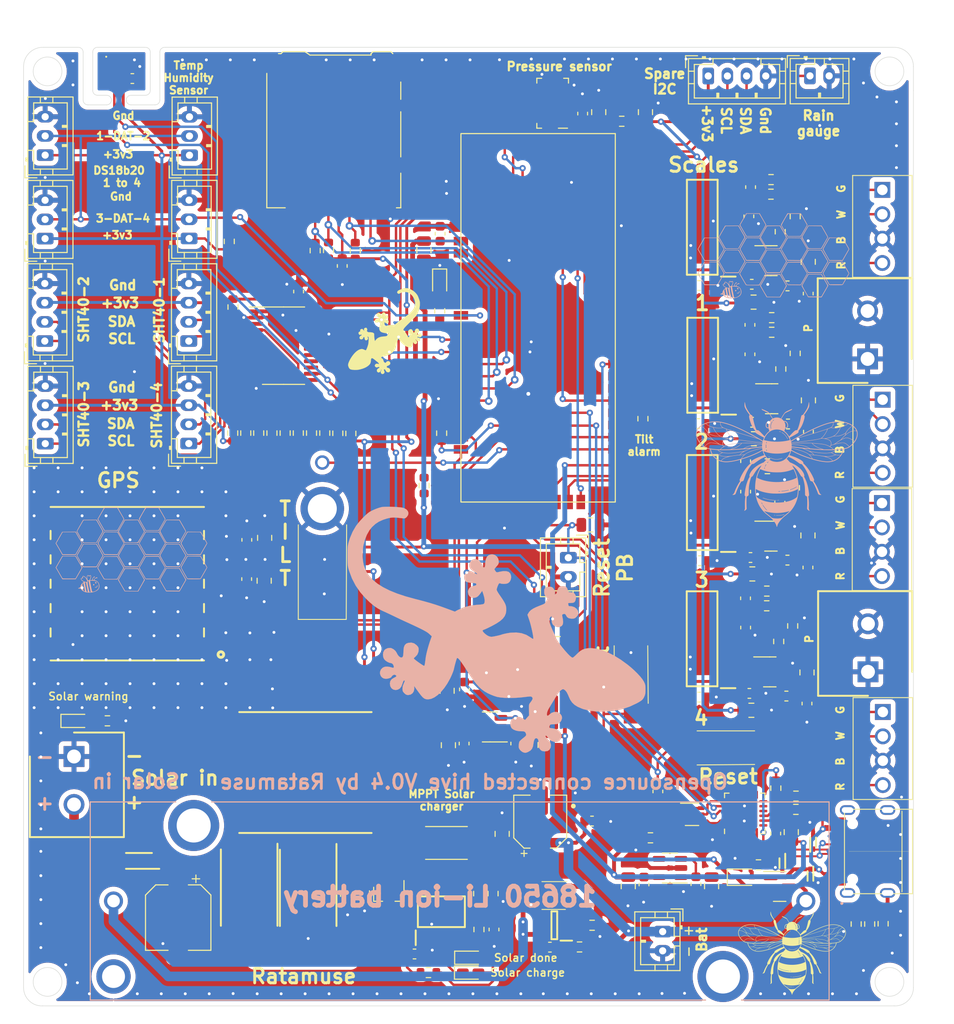
<source format=kicad_pcb>
(kicad_pcb (version 20211014) (generator pcbnew)
  (layers (0 "F.Cu" signal) (31 "B.Cu" signal) (34 "B.Paste" user) (35 "F.Paste" user) (36 "B.SilkS" user "B.Silkscreen") (37 "F.SilkS" user "F.Silkscreen") (38 "B.Mask" user) (39 "F.Mask" user) (44 "Edge.Cuts" user))
  (net 0 "")
  (net 1 "GND")
  (net 2 "+3V3")
  (net 3 "SCL")
  (net 4 "SDA")
  (net 5 "Net-(C13-Pad1)")
  (net 9 "+5V")
  (net 10 "VBAT")
  (net 12 "Net-(D6-Pad2)")
  (net 13 "Vsolar")
  (net 14 "Net-(D5-Pad1)")
  (net 15 "Net-(IC1-Pad10)")
  (net 16 "Net-(IC1-Pad8)")
  (net 17 "Net-(IC1-Pad6)")
  (net 18 "Net-(IC1-Pad5)")
  (net 19 "Net-(C4-Pad1)")
  (net 20 "Net-(C7-Pad2)")
  (net 21 "Net-(D1-Pad2)")
  (net 22 "Net-(D1-Pad1)")
  (net 23 "Net-(D3-Pad2)")
  (net 24 "Net-(D3-Pad1)")
  (net 25 "Net-(D4-Pad1)")
  (net 26 "DS18b20")
  (net 30 "Net-(D7-Pad2)")
  (net 31 "TX_GPS")
  (net 32 "RX_GPS")
  (net 33 "INT1")
  (net 35 "VCC")
  (net 36 "DAT1")
  (net 37 "CLK1")
  (net 38 "DAT3")
  (net 39 "CLK3")
  (net 40 "DAT2")
  (net 41 "CLK2")
  (net 42 "Tilt_led_alarm")
  (net 43 "VCC_GPS")
  (net 44 "Start_GPS")
  (net 46 "DAT4")
  (net 47 "CLK4")
  (net 49 "SD3-CS-D7")
  (net 50 "CMD-MOSI-D8")
  (net 51 "CLK-SCK-D9")
  (net 52 "SDO-MISO-D10")
  (net 54 "Net-(C22-Pad1)")
  (net 55 "Net-(C23-Pad1)")
  (net 56 "Net-(C26-Pad1)")
  (net 57 "Net-(C26-Pad2)")
  (net 58 "Net-(IC5-Pad2)")
  (net 59 "Net-(IC5-Pad3)")
  (net 60 "Net-(IC5-Pad4)")
  (net 64 "Net-(C36-Pad1)")
  (net 65 "Net-(C27-Pad2)")
  (net 66 "Net-(C28-Pad1)")
  (net 67 "Net-(C28-Pad2)")
  (net 68 "Net-(C29-Pad2)")
  (net 69 "Net-(IC6-Pad2)")
  (net 70 "Net-(IC6-Pad3)")
  (net 71 "Net-(IC6-Pad4)")
  (net 75 "Net-(C37-Pad1)")
  (net 76 "Net-(C40-Pad1)")
  (net 77 "Net-(C40-Pad2)")
  (net 78 "Net-(IC7-Pad2)")
  (net 79 "Net-(IC7-Pad3)")
  (net 80 "Net-(IC7-Pad4)")
  (net 84 "Net-(C41-Pad1)")
  (net 85 "Net-(C41-Pad2)")
  (net 86 "Net-(C42-Pad2)")
  (net 87 "Net-(C43-Pad2)")
  (net 88 "Net-(IC8-Pad2)")
  (net 89 "Net-(IC8-Pad3)")
  (net 90 "Net-(IC8-Pad4)")
  (net 94 "SC0")
  (net 95 "SD0")
  (net 96 "SC3")
  (net 97 "SD3")
  (net 98 "SC1")
  (net 99 "SD1")
  (net 100 "SC2")
  (net 101 "SD2")
  (net 102 "Net-(R32-Pad1)")
  (net 103 "SD4")
  (net 104 "SC4")
  (net 111 "Start_modules")
  (net 113 "EN")
  (net 114 "VBUS")
  (net 115 "USBD_P")
  (net 116 "USBD_N")
  (net 117 "RTS")
  (net 118 "DTR")
  (net 119 "IO0")
  (net 120 "Net-(R41-Pad1)")
  (net 121 "UOTXD")
  (net 122 "UORXD")
  (net 124 "Net-(J20-PadB5)")
  (net 125 "Net-(J20-PadA5)")
  (net 126 "Net-(J20-PadS1)")
  (net 128 "Net-(R47-Pad1)")
  (net 139 "Net-(R42-Pad1)")
  (net 140 "Rain_gauge")
  (net 144 "Net-(J2-Pad1)")
  (net 145 "Net-(J2-Pad2)")
  (net 146 "Net-(J10-Pad1)")
  (net 147 "Net-(J15-Pad1)")
  (net 148 "Net-(J15-Pad2)")
  (net 149 "Net-(J16-Pad1)")
  (net 150 "Net-(J16-Pad2)")
  (net 152 "Net-(J10-Pad2)")
  (net 153 "Net-(C64-Pad1)")
  (net 154 "VBAT-")
  (net 155 "Net-(IC9-Pad1)")
  (net 156 "Net-(IC9-Pad2)")
  (net 157 "Net-(IC9-Pad3)")
  (net 159 "Net-(Q8-Pad2)")
  (net 172 "unconnected-(U6-Pad32)")
  (net 173 "unconnected-(U6-Pad33)")
  (footprint "Capacitor_SMD:CP_Elec_6.3x7.7" (layer "F.Cu") (at 102.625 159.81 -90)
    (fp_text reference "C1" hide)
    (fp_text value "100µF/35V" hide)
  )
  (footprint "Capacitor_SMD:C_0603_1608Metric" (layer "F.Cu") (at 122.06 157.16 -90)
    (fp_text reference "C2" hide)
    (fp_text value "470nF/50V" hide)
  )
  (footprint "Capacitor_SMD:C_0805_2012Metric" (layer "F.Cu") (at 120.29 157.34 -90)
    (fp_text reference "C3" hide)
    (fp_text value "4.7µF/50V" hide)
  )
  (footprint "Capacitor_SMD:C_0603_1608Metric" (layer "F.Cu") (at 135.56 161.05 -90)
    (fp_text reference "C4" hide)
    (fp_text value "220nF" hide)
  )
  (footprint "Capacitor_SMD:C_0603_1608Metric" (layer "F.Cu") (at 145.78 149.75)
    (fp_text reference "C5" hide)
    (fp_text value "0.1µF" hide)
  )
  (footprint "Capacitor_SMD:C_0603_1608Metric" (layer "F.Cu") (at 127.27 163.6)
    (fp_text reference "C7" hide)
    (fp_text value "0.1µF/50V" hide)
  )
  (footprint "Capacitor_SMD:C_0805_2012Metric" (layer "F.Cu") (at 136.41 151.085 90)
    (fp_text reference "C8" hide)
    (fp_text value "10µF" hide)
  )
  (footprint "Capacitor_SMD:CP_Elec_5x5.4" (layer "F.Cu") (at 140.38 149.81 90)
    (fp_text reference "C9" hide)
    (fp_text value "10µF" hide)
  )
  (footprint "Capacitor_SMD:C_0603_1608Metric" (layer "F.Cu") (at 97.842391 72.357391)
    (fp_text reference "C10" hide)
    (fp_text value "0.1µF" hide)
  )
  (footprint "LED_SMD:LED_0603_1608Metric_Castellated" (layer "F.Cu") (at 92.08125 139.31)
    (fp_text reference "D1" hide)
    (fp_text value "LED" hide)
  )
  (footprint "Empreintes:SODFL3616X98N" (layer "F.Cu") (at 98.53 153.9 180)
    (fp_text reference "D2" hide)
    (fp_text value "MBR230LSFT1G" hide)
  )
  (footprint "LED_SMD:LED_0603_1608Metric_Castellated" (layer "F.Cu") (at 133.12 165.542)
    (fp_text reference "D3" hide)
    (fp_text value "LED" hide)
  )
  (footprint "LED_SMD:LED_0603_1608Metric_Castellated" (layer "F.Cu") (at 133.14 163.992)
    (fp_text reference "D4" hide)
    (fp_text value "LED" hide)
  )
  (footprint "Empreintes:DIOM8059X256N" (layer "F.Cu") (at 116.18 156.71 -90)
    (fp_text reference "D5" hide)
    (fp_text value "SS34" hide)
  )
  (footprint "Empreintes:DIOM8059X256N" (layer "F.Cu") (at 110.025 156.685 -90)
    (fp_text reference "D6" hide)
    (fp_text value "SS34" hide)
  )
  (footprint "Empreintes:SOP100P600X175-10N" (layer "F.Cu") (at 130.07 159.2 90)
    (fp_text reference "IC1" hide)
    (fp_text value "CN3791" hide)
  )
  (footprint "Empreintes:SHDR2W90P0X500_1X2_1060X980X1380P" (layer "F.Cu") (at 91.76 143.02 -90)
    (fp_text reference "J1" hide)
    (fp_text value "Conn_01x02" hide)
  )
  (footprint "Connector_JST:JST_PH_B4B-PH-K_1x04_P2.00mm_Vertical" (layer "F.Cu") (at 157.9 72.09)
    (fp_text reference "J5" hide)
    (fp_text value "Conn_01x04" hide)
  )
  (footprint "Empreintes:INDPM138126X700N" (layer "F.Cu") (at 115.89 144.69)
    (fp_text reference "L1" hide)
    (fp_text value "82µH/3A" hide)
  )
  (footprint "Package_TO_SOT_SMD:SOT-23" (layer "F.Cu") (at 124.59 157.35 -90)
    (fp_text reference "Q1" hide)
    (fp_text value "AO3401A" hide)
  )
  (footprint "Resistor_SMD:R_0603_1608Metric" (layer "F.Cu") (at 95.24125 139.3)
    (fp_text reference "R1" hide)
    (fp_text value "10K" hide)
  )
  (footprint "Resistor_SMD:R_0603_1608Metric" (layer "F.Cu") (at 133.99 161.05 90)
    (fp_text reference "R2" hide)
    (fp_text value "120" hide)
  )
  (footprint "Resistor_SMD:R_0603_1608Metric" (layer "F.Cu") (at 128.72 165.54)
    (fp_text reference "R3" hide)
    (fp_text value "10K" hide)
  )
  (footprint "Resistor_SMD:R_0603_1608Metric" (layer "F.Cu") (at 135.46 157.31 -90)
    (fp_text reference "R4" hide)
    (fp_text value "10K" hide)
  )
  (footprint "Resistor_SMD:R_0603_1608Metric" (layer "F.Cu") (at 133.96 157.31 90)
    (fp_text reference "R5" hide)
    (fp_text value "30K" hide)
  )
  (footprint "Resistor_SMD:R_2512_6332Metric" (layer "F.Cu") (at 130.6 152.03)
    (fp_text reference "R6" hide)
    (fp_text value "0.24R" hide)
  )
  (footprint "Empreintes:SON50P200X200X80-9N-D" (layer "F.Cu") (at 145.23 146.81 90)
    (fp_text reference "IC2" hide)
    (fp_text value "MAX17048G+" hide)
  )
  (footprint "Connector_JST:JST_PH_B3B-PH-K_1x03_P2.00mm_Vertical" (layer "F.Cu") (at 88.74 89.04 90)
    (fp_text reference "J8" hide)
    (fp_text value "Conn_01x03" hide)
  )
  (footprint "Connector_JST:JST_PH_B3B-PH-K_1x03_P2.00mm_Vertical" (layer "F.Cu") (at 88.75 80.34 90)
    (fp_text reference "J9" hide)
    (fp_text value "Conn_01x03" hide)
  )
  (footprint "Connector_JST:JST_PH_B3B-PH-K_1x03_P2.00mm_Vertical" (layer "F.Cu") (at 103.76 89.03 90)
    (fp_text reference "J3" hide)
    (fp_text value "Conn_01x03" hide)
  )
  (footprint "Empreintes:L80-M39" (layer "F.Cu") (at 89.565 119.93)
    (fp_text reference "IC3" hide)
    (fp_text value "L86-M33" hide)
  )
  (footprint "Empreintes:SHT41AD1BR3" (layer "F.Cu") (at 96.367391 70.482391)
    (fp_text reference "IC4" hide)
    (fp_text value "SHT41-AD1B-R3" hide)
  )
  (footprint "Capacitor_SMD:C_0603_1608Metric" (layer "F.Cu") (at 109.765 124.525 -90)
    (fp_text reference "C6" hide)
    (fp_text value "0.1µF" hide)
  )
  (footprint "Capacitor_SMD:C_0805_2012Metric" (layer "F.Cu") (at 111.59 124.7 -90)
    (fp_text reference "C11" hide)
    (fp_text value "10µF" hide)
  )
  (footprint "Resistor_SMD:R_0603_1608Metric" (layer "F.Cu") (at 128.27 114.78 90)
    (fp_text reference "R10" hide)
    (fp_text value "100k" hide)
  )
  (footprint "Empreintes:RB231X2" (layer "F.Cu") (at 117.65 116.33 -90)
    (fp_text reference "S1" hide)
    (fp_text value "RB231X2" hide)
  )
  (footprint "Capacitor_SMD:C_0805_2012Metric" (layer "F.Cu") (at 130.66875 136.17 -90)
    (fp_text reference "C18" hide)
    (fp_text value "10µF" hide)
  )
  (footprint "Capacitor_SMD:C_0603_1608Metric" (layer "F.Cu") (at 109.78 120.44 90)
    (fp_text reference "C20" hide)
    (fp_text value "0.1µF" hide)
  )
  (footprint "Resistor_SMD:R_0603_1608Metric" (layer "F.Cu") (at 166.97 86.74 90)
    (fp_text reference "R16" hide)
    (fp_text value "8.2K" hide)
  )
  (footprint "Capacitor_SMD:C_0805_2012Metric" (layer "F.Cu") (at 168.33 91.46 90)
    (fp_text reference "C24" hide)
    (fp_text value "10µF" hide)
  )
  (footprint "Capacitor_SMD:C_0805_2012Metric" (layer "F.Cu") (at 149.56 156.54 -90)
    (fp_text reference "C63" hide)
    (fp_text value "10µF" hide)
  )
  (footprint "Package_TO_SOT_SMD:SOT-363_SC-70-6" (layer "F.Cu") (at 156.21 149.05)
    (fp_text reference "Q6" hide)
    (fp_text value "UMH3N" hide)
  )
  (footprint "Resistor_SMD:R_0603_1608Metric" (layer "F.Cu") (at 151.09 107.81 90)
    (fp_text reference "R43" hide)
    (fp_text value "100k")
  )
  (footprint "Resistor_SMD:R_0603_1608Metric" (layer "F.Cu") (at 108.34 96.17 90)
    (fp_text reference "R32" hide)
    (fp_text value "10K" hide)
  )
  (footprint "Empreintes:1725672" (layer "F.Cu") (at 176.06 83.96 -90)
    (fp_text reference "J2" hide)
    (fp_text value "Conn_01x04" hide)
  )
  (footprint "Capacitor_SMD:C_0805_2012Metric" (layer "F.Cu") (at 168.2 134.26 90)
    (fp_text reference "C39" hide)
    (fp_text value "10µF" hide)
  )
  (footprint "Connector_JST:JST_PH_B3B-PH-K_1x03_P2.00mm_Vertical" (layer "F.Cu") (at 103.8 80.35 90)
    (fp_text reference "J14" hide)
    (fp_text value "Conn_01x03" hide)
  )
  (footprint "Capacitor_SMD:C_0603_1608Metric" (layer "F.Cu") (at 156.62 156.33 -90)
    (fp_text reference "C61" hide)
    (fp_text value "0.1µF")
  )
  (footprint "Package_TO_SOT_SMD:SOT-23" (layer "F.Cu") (at 164.32 134.2)
    (fp_text reference "Q5" hide)
    (fp_text value "MMBT4403" hide)
  )
  (footprint "Capacitor_SMD:C_0603_1608Metric" (layer "F.Cu") (at 141.39 162.89 180)
    (fp_text reference "C64" hide)
    (fp_text value "0.1µF" hide)
  )
  (footprint "Resistor_SMD:R_0603_1608Metric" (layer "F.Cu") (at 166.71 129.41 90)
    (fp_text reference "R28" hide)
    (fp_text value "8.2K" hide)
  )
  (footprint "Resistor_SMD:R_0603_1608Metric" (layer "F.Cu") (at 167.04 148.53)
    (fp_text reference "R41" hide)
    (fp_text value "22.1K" hide)
  )
  (footprint "Resistor_SMD:R_0603_1608Metric" (layer "F.Cu") (at 165.41 88.32 90)
    (fp_text reference "R12" hide)
    (fp_text value "20K" hide)
  )
  (footprint "Connector_JST:JST_PH_B2B-PH-K_1x02_P2.00mm_Vertical" (layer "F.Cu") (at 143.31 122.3 -90)
    (fp_text reference "J19" hide)
    (fp_text value "Conn_01x02" hide)
  )
  (footprint "Capacitor_SMD:C_0603_1608Metric" (layer "F.Cu") (at 161.8 112.24 90)
    (fp_text reference "C40" hide)
    (fp_text value "0.1µF" hide)
  )
  (footprint "Capacitor_SMD:C_0603_1608Metric" (layer "F.Cu") (at 157.03 122.61)
    (fp_text reference "C44" hide)
    (fp_text value "0.1µF" hide)
  )
  (footprint "Diode_SMD:D_SOD-323" (layer "F.Cu") (at 161.39 155.6)
    (fp_text reference "D14" hide)
    (fp_text value "D_Schottky" hide)
  )
  (footprint "Capacitor_SMD:C_0603_1608Metric" (layer "F.Cu") (at 162.47 108.18)
    (fp_text reference "C33" hide)
    (fp_text value "0.1µF" hide)
  )
  (footprint "Resistor_SMD:R_0603_1608Metric" (layer "F.Cu") (at 109.67 109.31 -90)
    (fp_text reference "R40" hide)
    (fp_text value "10K" hide)
  )
  (footprint "Resistor_SMD:R_0603_1608Metric" (layer "F.Cu") (at 176.14 160.45 90)
    (fp_text reference "R31" hide)
    (fp_text value "1M" hide)
  )
  (footprint "Resistor_SMD:R_0603_1608Metric" (layer "F.Cu") (at 112.4 109.31 -90)
    (fp_text reference "R38" hide)
    (fp_text value "10K" hide)
  )
  (footprint "Empreintes:SHDR2W90P0X500_1X2_1060X980X1380P" (layer "F.Cu") (at 174.52 101.58 90)
    (fp_text reference "J6" hide)
    (fp_text value "Conn_01x02" hide)
  )
  (footprint "Connector_Card:microSD_HC_Hirose_DM3AT-SF-PEJM5" (layer "F.Cu") (at 118.86 77.945 180)
    (fp_text reference "J13" hide)
    (fp_text value "Micro_SD_Card" hide)
  )
  (footprint "Inductor_SMD:L_0603_1608Metric" (layer "F.Cu") (at 166.16 122.55 180)
    (fp_text reference "L4" hide)
    (fp_text value "3.3µH" hide)
  )
  (footprint "Resistor_SMD:R_0603_1608Metric" (layer "F.Cu") (at 115.15 109.31 -90)
    (fp_text reference "R36" hide)
    (fp_text value "10K" hide)
  )
  (footprint "Capacitor_SMD:C_0603_1608Metric" (layer "F.Cu") (at 168.35 109.16 -90)
    (fp_text reference "C23" hide)
    (fp_text value "0.1µF" hide)
  )
  (footprint "Resistor_SMD:R_0603_1608Metric" (layer "F.Cu") (at 119.27 109.33 -90)
    (fp_text reference "R51" hide)
    (fp_text value "10K" hide)
  )
  (footprint "Capacitor_SMD:C_0805_2012Metric" (layer "F.Cu") (at 168.35 105.9 90)
    (fp_text reference "C25" hide)
    (fp_text value "10µF" hide)
  )
  (footprint "LED_SMD:LED_0603_1608Metric" (layer "F.Cu") (at 129.89 93.69375 -90)
    (fp_text reference "D7" hide)
    (fp_text value "LED" hide)
  )
  (footprint "Resistor_SMD:R_0603_1608Metric" (layer "F.Cu") (at 166.89 115.01 90)
    (fp_text reference "R24" hide)
    (fp_text value "8.2K" hide)
  )
  (footprint "Empreintes:SHDR2W90P0X500_1X2_1060X980X1380P" (layer "F.Cu") (at 174.56 134.19 90)
    (fp_text reference "J7" hide)
    (fp_text value "Conn_01x02" hide)
  )
  (footprint "Capacitor_SMD:C_0805_2012Metric" (layer "F.Cu") (at 162.66 109.9)
    (fp_text reference "C35" hide)
    (fp_text value "10µF" hide)
  )
  (footprint "Capacitor_SMD:C_0805_2012Metric" (layer "F.Cu") (at 162.4 138.2)
    (fp_text reference "C49" hide)
    (fp_text value "10µF" hide)
  )
  (footprint "Package_TO_SOT_SMD:SOT-23" (layer "F.Cu") (at 164.52 105.73)
    (fp_text reference "Q3" hide)
    (fp_text value "MMBT4403" hide)
  )
  (footprint "Package_SO:TSSOP-24_4.4x7.8mm_P0.65mm" (layer "F.Cu") (at 113.61 100.2)
    (fp_text reference "U4" hide)
    (fp_text value "TCA9548APWR" hide)
  )
  (footprint "Resistor_SMD:R_0603_1608Metric" (layer "F.Cu") (at 108.31 109.31 -90)
    (fp_text reference "R39" hide)
    (fp_text value "10K" hide)
  )
  (footprint "Package_TO_SOT_SMD:SOT-23-5" (layer "F.Cu") (at 153.91 154.64 180)
    (fp_text reference "U9" hide)
    (fp_text value "XC6220B331MR" hide)
  )
  (footprint "Empreintes:SODFL1406X65N" (layer "F.Cu") (at 165.63 154.13 -90)
    (fp_text reference "D11" hide)
    (fp_text value "SP1003-01DTG" hide)
  )
  (footprint "Capacitor_SMD:C_0603_1608Metric" (layer "F.Cu") (at 151.2 156.36 -90)
    (fp_text reference "C62" hide)
    (fp_text value "0.1µF" hide)
  )
  (footprint "Package_TO_SOT_SMD:SOT-23-5" (layer "F.Cu") (at 135.1425 139.94 180)
    (fp_text reference "U5" hide)
    (fp_text value "XC6220B331MR" hide)
  )
  (footprint "Package_DFN_QFN:QFN-24-1EP_4x4mm_P0.5mm_EP2.6x2.6mm" (layer "F.Cu") (at 161.71 148.95 90)
    (fp_text reference "U1" hide)
    (fp_text value "CP2102N-A02-GQFN24" hide)
  )
  (footprint "Empreintes:1725672" (layer "F.Cu") (at 176.11 138.38 -90)
    (fp_text reference "J16" hide)
    (fp_text value "Conn_01x04" hide)
  )
  (footprint "Empreintes:PTS636SL43SMTRLFS" (layer "F.Cu") (at 159.74 142.1)
    (fp_text reference "SW1" hide)
    (fp_text value "SW_Push" hide)
  )
  (footprint "Resistor_SMD:R_0603_1608Metric" (layer "F.Cu") (at 165.25 131.03 90)
    (fp_text reference "R27" hide)
    (fp_text value "20K" hide)
  )
  (footprint "Capacitor_SMD:C_0603_1608Metric" (layer "F.Cu") (at 168.33 94.77 -90)
    (fp_text reference "C22" hide)
    (fp_text value "0.1µF" hide)
  )
  (footprint "Capacitor_SMD:C_0805_2012Metric" (layer "F.Cu") (at 151.355 75.86 90)
    (fp_text reference "C12" hide)
    (fp_text value "10µF" hide)
  )
  (footprint "Capacitor_SMD:C_0603_1608Metric" (layer "F.Cu") (at 168.3 123.32 -90)
    (fp_text reference "C36" hide)
    (fp_text value "0.1µF" hide)
  )
  (footprint "Resistor_SMD:R_0603_1608Metric" (layer "F.Cu") (at 164.95 146.32 90)
    (fp_text reference "R47" hide)
    (fp_text value "1K" hide)
  )
  (footprint "Capacitor_SMD:C_0603_1608Metric" (layer "F.Cu") (at 162.31 122.28)
    (fp_text reference "C46" hide)
    (fp_text value "0.1µF" hide)
  )
  (footprint "Resistor_SMD:R_0603_1608Metric" (layer "F.Cu") (at 129.9 96.57375 -90)
    (fp_text reference "R11" hide)
    (fp_text value "10K" hide)
  )
  (footprint "Capacitor_SMD:C_0603_1608Metric" (layer "F.Cu") (at 156.96 136.83)
    (fp_text reference "C45" hide)
    (fp_text value "0.1µF" hide)
  )
  (footprint "Capacitor_SMD:C_0603_1608Metric" (layer "F.Cu") (at 138.18875 136.03 -90)
    (fp_text reference "C15" hide)
    (fp_text value "0.1µF" hide)
  )
  (footprint "Resistor_SMD:R_0603_1608Metric" (layer "F.Cu") (at 148.88 76.81)
    (fp_text reference "FB1" hide)
    (fp_text value "FerriteBead" hide)
  )
  (footprint "Capacitor_SMD:C_0603_1608Metric" (layer "F.Cu") (at 156.88 108.32)
    (fp_text reference "C31" hide)
    (fp_text value "0.1µF" hide)
  )
  (footprint "Resistor_SMD:R_0603_1608Metric" (layer "F.Cu") (at 141.37 127.79)
    (fp_text reference "R8" hide)
    (fp_text value "2.2K" hide)
  )
  (footprint "Resistor_SMD:R_0603_1608Metric" (layer "F.Cu") (at 174.74 160.48 90)
    (fp_text reference "R46" hide)
    (fp_text value "5.1K" hide)
  )
  (footprint "Inductor_SMD:L_0603_1608Metric" (layer "F.Cu") (at 166.17 93.97 180)
    (fp_text reference "L2" hide)
    (fp_text value "3.3µH" hide)
  )
  (footprint "Inductor_SMD:L_0603_1608Metric" (layer "F.Cu") (at 166.05 136.72 180)
    (fp_text reference "L5" hide)
    (fp_text value "3.3µH" hide)
  )
  (footprint "Empreintes:1725672" (layer "F.Cu") (at 176.09 105.83 -90)
    (fp_text reference "J10" hide)
    (fp_text value "Conn_01x04" hide)
  )
  (footprint "Capacitor_SMD:C_0805_2012Metric" (layer "F.Cu") (at 111.64 120.23 90)
    (fp_text reference "C21" hide)
    (fp_text value "4.7µF" hide)
  )
  (footprint "Resistor_SMD:R_0603_1608Metric" (layer "F.Cu") (at 164.07 111.47)
    (fp_text reference "R26" hide)
    (fp_text value "100" hide)
  )
  (footprint "Empreintes:SOIC127P600X160-16N" (layer "F.Cu") (at 157.32 102.24 180)
    (fp_text reference "IC6" hide)
    (fp_text value "HX711" hide)
  )
  (footprint "Empreintes:FS8205" (layer "F.Cu") (at 141.205 157.51)
    (fp_text reference "Q8" hide)
    (fp_text value "FS8205" hide)
  )
  (footprint "Resistor_SMD:R_0603_1608Metric" (layer "F.Cu") (at 121.09 90.29 90)
    (fp_text reference "R15" hide)
    (fp_text value "10k" hide)
  )
  (footprint "Empreintes:bee" (layer "F.Cu") (at 170.367812 163.497451)
    (fp_text reference "G***" hide)
    (fp_text value "LOGO" hide)
  )
  (footprint "Empreintes:SOIC127P600X160-16N" (layer "F.Cu") (at 157.28 116.55 180)
    (fp_text reference "IC7" hide)
    (fp_text value "HX711" hide)
  )
  (footprint "Resistor_SMD:R_0603_1608Metric" (layer "F.Cu") (at 142.23 131.04)
    (fp_text reference "R48" hide)
    (fp_text value "10K" hide)
  )
  (footprint "Resistor_SMD:R_0603_1608Metric" (layer "F.Cu") (at 140.58 129.62)
    (fp_text reference "R7" hide)
    (fp_text value "2.2K" hide)
  )
  (footprint "Capacitor_SMD:C_0603_1608Metric" (layer "F.Cu") (at 119.73 91.89 -90)
    (fp_text reference "C19" hide)
    (fp_text value "0.1µF" hide)
  )
  (footprint "Resistor_SMD:R_0603_1608Metric" (layer "F.Cu") (at 165.47 102.63 90)
    (fp_text reference "R19" hide)
    (fp_text value "20K" hide)
  )
  (footprint "Resistor_SMD:R_0603_1608Metric" (layer "F.Cu") (at 164 127.31)
    (fp_text reference "R29" hide)
    (fp_text value "100" hide)
  )
  (footprint "Resistor_SMD:R_0603_1608Metric" (layer "F.Cu") (at 117.91 109.31 -90)
    (fp_text reference "R34" hide)
    (fp_text value "10K" hide)
  )
  (footprint "Empreintes:Logo Ratamuse petit" (layer "F.Cu") (at 124.12 99.04 -160)
    (fp_text reference "G***" hide)
    (fp_text value "LOGO" hide)
  )
  (footprint "Fiducial:Fiducial_1mm_Mask3mm" (layer "F.Cu") (at 92.24 162.03)
    (fp_text reference "FID4" hide)
    (fp_text value "Fiducial" hide)
  )
  (footprint "Capacitor_SMD:C_0805_2012Metric" (layer "F.Cu") (at 162.63 95.66)
    (fp_text reference "C34" hide)
    (fp_text value "10µF" hide)
  )
  (footprint "Fiducial:Fiducial_1mm_Mask3mm" (layer "F.Cu") (at 109.11 72.3)
    (fp_text reference "FID1" hide)
    (fp_text value "Fiducial" hide)
  )
  (footprint "Capacitor_SMD:C_0805_2012Metric" (layer "F.Cu") (at 162.5 123.99)
    (fp_text reference "C48" hide)
    (fp_text value "10µF" hide)
  )
  (footprint "Capacitor_SMD:C_0603_1608Metric" (layer "F.Cu") (at 156.95 93.93)
    (fp_text reference "C30" hide)
    (fp_text value "0.1µF" hide)
  )
  (footprint "Capacitor_SMD:C_0603_1608Metric" (layer "F.Cu") (at 162.25 98.03 90)
    (fp_text reference "C28" hide)
    (fp_text value "0.1µF" hide)
  )
  (footprint "Empreintes:SOIC127P600X160-16N" (layer "F.Cu") (at 157.26 130.75 180)
    (fp_text reference "IC8" hide)
    (fp_text value "HX711" hide)
  )
  (footprint "Resistor_SMD:R_0603_1608Metric" (layer "F.Cu") (at 164.07 113.02)
    (fp_text reference "R25" hide)
    (fp_text value "100" hide)
  )
  (footprint "Empreintes:SOT95P280X145-6N" (layer "F.Cu") (at 141.85 160.61 180)
    (fp_text reference "IC9" hide)
    (fp_text value "FS312F-G" hide)
  )
  (footprint "Connector_JST:JST_PH_B2B-PH-K_1x02_P2.00mm_Vertical" (layer "F.Cu") (at 153.15 161.27 -90)
    (fp_text reference "J4" hide)
    (fp_text value "Conn_01x02")
  )
  (footprint "Capacitor_SMD:C_0603_1608Metric" (layer "F.Cu") (at 132.4425 141.67 -90)
    (fp_text reference "C53" hide)
    (fp_text value "0.1µF" hide)
  )
  (footprint "Capacitor_SMD:C_0603_1608Metric" (layer "F.Cu") (at 162.19 136.44)
    (fp_text reference "C47" hide)
    (fp_text value "0.1µF" hide)
  )
  (footprint "Capacitor_SMD:C_0805_2012Metric" (layer "F.Cu") (at 158.25 156.54 -90)
    (fp_text reference "C60" hide)
    (fp_text value "10µF")
  )
  (footprint "Capacitor_SMD:C_0603_1608Metric" (layer "F.Cu") (at 162.44 93.8)
    (fp_text reference "C32" hide)
    (fp_text value "0.1µF" hide)
  )
  (footprint "Empreintes:TYPE-C-31-M-12" (layer "F.Cu") (at 176.6075 152.92 90)
    (fp_text reference "J20" hide)
    (fp_text value "USB_C_Receptacle_USB2.0 USB4105-GF-A " hide)
  )
  (footprint "Capacitor_SMD:C_0805_2012Metric" (layer "F.Cu") (at 166.56 150.9 90)
    (fp_text reference "C55" hide)
    (fp_text value "4.7µF" hide)
  )
  (footprint "Package_TO_SOT_SMD:SOT-23" (layer "F.Cu") (at 165.35 156.56)
    (fp_text reference "Q7" hide)
    (fp_text value "DMG2301L" hide)
  )
  (footprint "Resistor_SMD:R_0603_1608Metric" (layer "F.Cu") (at 166.97 101 90)
    (fp_text reference "R20" hide)
    (fp_text value "8.2K" hide)
  )
  (footprint "Resistor_SMD:R_0603_1608Metric" (layer "F.Cu") (at 118.3 90.27 90)
    (fp_text reference "R14" hide)
    (fp_text value "10k" hide)
  )
  (footprint "Capacitor_SMD:C_0805_2012Metric" (layer "F.Cu") (at 128.25 90.25 -90)
    (fp_text reference "C57" hide)
    (fp_text value "22µF" hide)
  )
  (footprint "Connector_JST:JST_PH_B4B-PH-K_1x04_P2.00mm_Vertical" (layer "F.Cu") (at 103.73 99.72 90)
    (fp_text reference "J11" hide)
    (fp_text value "Conn_01x04" hide)
  )
  (footprint "Capacitor_SMD:C_0603_1608Metric" (layer "F.Cu") (at 164.94 151.05 90)
    (fp_text reference "C56" hide)
    (fp_text value "0.1µF" hide)
  )
  (footprint "Capacitor_SMD:C_0603_1608Metric" (layer "F.Cu") (at 144.805 76.01 90)
    (fp_text reference "C14" hide)
    (fp_text value "0.1µF" hide)
  )
  (footprint "Resistor_SMD:R_0603_1608Metric" (layer "F.Cu") (at 111.02 109.31 -90)
    (fp_text reference "R37" hide)
    (fp_text value "10K" hide)
  )
  (footprint "Resistor_SMD:R_0603_1608Metric" (layer "F.Cu") (at 163.14 154.31)
    (fp_text reference "R49" hide)
    (fp_text value "10K" hide)
  )
  (footprint "Package_TO_SOT_SMD:SOT-23" (layer "F.Cu") (at 164.44 120.05)
    (fp_text reference "Q4" hide)
    (fp_text value "MMBT4403" hide)
  )
  (footprint "Empreintes:SODFL1406X65N" (layer "F.Cu") (at 168.56 155.47 -90)
    (fp_text reference "D10" hide)
    (fp_text value "SP1003-01DTG" hide)
  )
  (footprint "Capacitor_SMD:C_0603_1608Metric" (layer "F.Cu") (at 162.14 86.72 90)
    (fp_text reference "C27" hide)
    (fp_text value "0.1µF" hide)
  )
  (footprint "Empreintes:PTS636SL43SMTRLFS" (layer "F.Cu") (at 149.842 134.476 90)
    (fp_text reference "SW2" hide)
    (fp_text value "SW_Push" hide)
  )
  (footprint "Resistor_SMD:R_0603_1608Metric" (layer "F.Cu") (at 116.53 109.31 -90)
    (fp_text reference "R33" hide)
    (fp_text value "10K" hide)
  )
  (footprint "Fiducial:Fiducial_1mm_Mask3mm" (layer "F.Cu") (at 175.13 78.96)
    (fp_text reference "FID2" hide)
    (fp_text value "Fiducial" hide)
  )
  (footprint "Resistor_SMD:R_0603_1608Metric" (layer "F.Cu") (at 164.52 98.8)
    (fp_text reference "R21" hide)
    (fp_text value "100" hide)
  )
  (footprint "Resistor_SMD:R_0603_1608Metric" (layer "F.Cu") (at 130.1 109.32 -90)
    (fp_text reference "R42" hide)
    (fp_text value "499/5%")
  )
  (footprint "Empreintes:Heltec Wireless shell V3" (layer "F.Cu") (at 132.11 109.735 180)
    (fp_text reference "U6" hide)
    (fp_text value "Heltec_Wireless_shell_V3")
  )
  (footprint "Capacitor_SMD:C_0603_1608Metric" (layer "F.Cu") (at 162.25 101.1 90)
    (fp_text reference "C29" hide)
    (fp_text value "0.1µF" hide)
  )
  (footprint "Capacitor_SMD:C_0603_1608Metric" (layer "F.Cu") (at 168.2 137.5 -90)
    (fp_text reference "C37" hide)
    (fp_text value "0.1µF" hide)
  )
  (footprint "Resistor_SMD:R_0603_1608Metric" (layer "F.Cu") (at 144.48 162.87 180)
    (fp_text reference "R53" hide)
    (fp_text value "100" hide)
  )
  (footprint "Resistor_SMD:R_0603_1608Metric" (layer "F.Cu") (at 113.78 109.31 -90)
    (fp_text reference "R35" hide)
    (fp_text value "10K" hide)
  )
  (footprint "Capacitor_SMD:C_0603_1608Metric" (layer "F.Cu") (at 152.65 146.66 -90)
    (fp_text reference "C65" hide)
    (fp_text value "0.1µF")
  )
  (footprint "Capacitor_SMD:C_0603_1608Metric" (layer "F.Cu") (at 115.18 94.56 90)
    (fp_text reference "C50" hide)
    (fp_text value "0.1µF" hide)
  )
  (footprint "Fiducial:Fiducial_1mm_Mask3mm" (layer "F.Cu") (at 171.69 165.09)
    (fp_text reference "FID3" hide)
    (fp_text value "Fiducial" hide)
  )
  (footprint "Inductor_SMD:L_0603_1608Metric" (layer "F.Cu") (at 166.22 108.36 180)
    (fp_text reference "L3" hide)
    (fp_text value "3.3µH" hide)
  )
  (footprint "Empreintes:SOIC127P600X160-16N" (layer "F.Cu") (at 157.278 87.855 180)
    (fp_text reference "IC5" hide)
    (fp_text value "HX711" hide)
  )
  (footprint "Capacitor_SMD:C_0603_1608Metric" (layer "F.Cu") (at 162.32 83.67 90)
    (fp_text reference "C26" hide)
    (fp_text value "0.1µF" hide)
  )
  (footprint "Capacitor_SMD:C_0805_2012Metric" (layer "F.Cu") (at 130.8025 141.84 -90)
    (fp_text reference "C54" hide)
    (fp_text value "10µF" hide)
  )
  (footprint "Resistor_SMD:R_0603_1608Metric" (layer "F.Cu") (at 107.95 89.33 -90)
    (fp_text reference "R9" hide)
    (fp_text value "4.7K" hide)
  )
  (footprint "Resistor_SMD:R_0603_1608Metric" (layer "F.Cu") (at 164.01 125.78)
    (fp_text reference "R30" hide)
    (fp_text value "100" hide)
  )
  (footprint "Capacitor_SMD:C_0603_1608Metric" (layer "F.Cu") (at 161.79 126.53 90)
    (fp_text reference "C41" hide)
    (fp_text value "0.1µF" hide)
  )
  (footprint "Resistor_SMD:R_0603_1608Metric" (layer "F.Cu") (at 151.874 151.494)
    (fp_text reference "R54" hide)
    (fp_text value "10K")
  )
  (footprint "Capacitor_SMD:C_0805_2012Metric" (layer "F.Cu") (at 146.48 75.86 90)
    (fp_text reference "C13" hide)
    (fp_text value "10µF" hide)
  )
  (footprint "Package_LGA:LGA-8_3x5mm_P1.25mm" (layer "F.Cu") (at 141.675 74.93 180)
    (fp_text reference "U2" hide)
    (fp_text value "MS5611-01BA" hide)
  )
  (footprint "Resistor_SMD:R_0603_1608Metric" (layer "F.Cu") (at 167.05 147.15 180)
    (fp_text reference "R44" hide)
    (fp_text value "47.5k" hide)
  )
  (footprint "Capacitor_SMD:C_0805_2012Metric" (layer "F.Cu") (at 139.85875 136.2 -90)
    (fp_text reference "C16" hide)
    (fp_text value "10µF" hide)
  )
  (footprint "Capacitor_SMD:C_0805_2012Metric" (layer "F.Cu") (at 145.62 118.88)
    (fp_text reference "C59" hide)
    (fp_text value "22µF" hide)
  )
  (footprint "Capacitor_SMD:C_0805_2012Metric" (layer "F.Cu") (at 139.42 141.82 -90)
    (fp_text reference "C51" hide)
    (fp_text value "10µF")
  )
  (footprint "Connector_JST:JST_PH_B4B-PH-K_1x04_P2.00mm_Vertical" (layer "F.Cu") (at 88.76 110.41 90)
    (fp_text reference "J12" hide)
    (fp_text value "Conn_01x04" hide)
  )
  (footprint "Capacitor_SMD:C_0805_2012Metric" (layer "F.Cu") (at 168.3 119.98 90)
    (fp_text reference "C38" hide)
    (fp_text value "10µF" hide)
  )
  (footprint "Package_TO_SOT_SMD:SOT-23-5" (layer "F.Cu") (at 135.34875 134.3 180)
    (fp_text reference "U3" hide)
    (fp_text value "XC6220B331MR" hide)
  )
  (footprint "Resistor_SMD:R_0603_1608Metric" (layer "F.Cu") (at 120.63 109.35 -90)
    (fp_text reference "R50" hide)
    (fp_text value "10K" hide)
  )
  (footprint "Resistor_SMD:R_0603_1608Metric" (layer "F.Cu") (at 145.79 160.61)
    (fp_text reference "R52" hide)
    (fp_text value "1K" hide)
  )
  (footprint "Connector_JST:JST_PH_B4B-PH-K_1x04_P2.00mm_Vertical" (layer "F.Cu") (at 88.71 99.72 90)
    (fp_text reference "J17" hide)
    (fp_text value "Conn_01x04" hide)
  )
  (footprint "Capacitor_SMD:C_0603_1608Metric" (layer "F.Cu") (at 161.8 115.41 90)
    (fp_text reference "C42" hide)
    (fp_text value "0.1µF" hide)
  )
  (footprint "Connector_JST:JST_PH_B2B-PH-K_1x02_P2.00mm_Vertical" (layer "F.Cu") (at 168.51 72.08)
    (fp_text reference "J21" hide)
    (fp_text value "Conn_01x02")
  )
  (footprint "Capacitor_SMD:C_0603_1608Metric" (layer "F.Cu") (at 129.94 88.53 90)
    (fp_text reference "C58" hide)
    (fp_text value "0.1µF" hide)
  )
  (footprint "Capacitor_SMD:C_0603_1608Metric" (layer "F.Cu") (at 132.47875 136.03 -90)
    (fp_text reference "C17" hide)
    (fp_text value "0.1µF" hide)
  )
  (footprint "Connector_JST:JST_PH_B4B-PH-K_1x04_P2.00mm_Vertical" (layer "F.Cu") (at 103.73 110.4 90)
    (fp_text reference "J18" hide)
    (fp_text value "Conn_01x04" hide)
  )
  (footprint "Empreintes:1725672" (layer "F.Cu") (at 176.02 116.6 -90)
    (fp_text reference "J15" hide)
    (fp_text value "Conn_01x04" hide)
  )
  (footprint "Resistor_SMD:R_0603_1608Metric" (layer "F.Cu") (at 116.91 90.29 90)
    (fp_text reference "R13" hide)
    (fp_text value "10k" hide)
  )
  (footprint "Resistor_SMD:R_0603_1608Metric" (layer "F.Cu") (at 173.33 160.48 90)
    (fp_text reference "R45" hide)
    (fp_text value "5.1K" hide)
  )
  (footprint "Resistor_SMD:R_0603_1608Metric" (layer "F.Cu") (at 164.45 82.89)
    (fp_text reference "R18" hide)
    (fp_text value "100" hide)
  )
  (footprint "Resistor_SMD:R_0603_1608Metric" (layer "F.Cu") (at 165.37 116.66 90)
    (fp_text reference "R23" hide)
    (fp_text value "20K" hide)
  )
  (footprint "Package_TO_SOT_SMD:SOT-23" (layer "F.Cu") (at 164.44 91.34)
    (fp_text reference "Q2" hide)
    (fp_text value "MMBT4403" hide)
  )
  (footprint "Resistor_SMD:R_0603_1608Metric" (layer "F.Cu") (at 164.44 84.41)
    (fp_text reference "R17" hide)
    (fp_text value "100" hide)
  )
  (footprint "Resistor_SMD:R_0603_1608Metric" (layer "F.Cu") (at 164.52 97.28)
    (fp_text reference "R22" hide)
    (fp_text value "100" hide)
  )
  (footprint "Capacitor_SMD:C_0603_1608Metric" (layer "F.Cu") (at 137.83 141.67 -90)
    (fp_text reference "C52" hide)
    (fp_text value "0.1µF")
  )
  (footprint "Empreintes:SODFL1406X65N" (layer "F.Cu") (at 168.84 151.97 90)
    (fp_text reference "D12" hide)
    (fp_text value "SP1003-01DTG" hide)
  )
  (footprint "Capacitor_SMD:C_0603_1608Metric" (layer "F.Cu") (at 161.8 129.58 90)
    (fp_text reference "C43" hide)
    (fp_text value "0.1µF" hide)
  )
  (footprint "Empreintes:bee large" (layer "B.Cu") (at 159.468973 112.561178 180)
    (fp_text reference "G***" hide)
    (fp_text value "LOGO" hide)
  )
  (footprint "Empreintes:Logo Ratamuse" (layer "B.Cu") (at 135.83263 129.783428)
    (fp_text reference "G***" hide)
    (fp_text value "LOGO" hide)
  )
  (footprint "Empreintes:alvéoles" (layer "B.Cu") (at 164.724266 91.532034 180)
    (fp_text reference "G***" hide)
    (fp_text value "LOGO" hide)
  )
  (footprint "Empreintes:alvéoles" (layer "B.Cu") (at 97.77 122.19 180)
    (fp_text reference "G***" hide)
    (fp_text value "LOGO" hide)
  )
  (footprint "Empreintes:1043" (layer "B.Cu") (at 168.08 158.08 180)
    (fp_text reference "U7" hide)
    (fp_text value "1043" hide)
  )
  (gr_line (start 88.5 169.01) (end 177.3 169.01) (layer "Edge.Cuts") (width 0.05))
  (gr_line (start 99.21 69.1) (end 94.21 69.1) (layer "Edge.Cuts") (width 0.05))
  (gr_arc (start 177.3 69.1) (mid 178.717745 69.689326) (end 179.3 71.11) (layer "Edge.Cuts") (width 0.05))
  (gr_line (start 86.5 80.39) (end 86.5 167.11) (layer "Edge.Cuts") (width 0.05))
  (gr_line (start 95.16 74.1) (end 94.21 74.1) (layer "Edge.Cuts") (width 0.05))
  (gr_arc (start 99.21 69.1) (mid 99.563553 69.246447) (end 99.71 69.6) (layer "Edge.Cuts") (width 0.05))
  (gr_line (start 92.21 69.1) (end 88.5 69.1) (layer "Edge.Cuts") (width 0.05))
  (gr_line (start 99.71 73.6) (end 99.71 69.6) (layer "Edge.Cuts") (width 0.05))
  (gr_circle (center 176.8 71.61) (end 178.3 71.61) (layer "Edge.Cuts") (width 0.05) (fill none))
  (gr_line (start 92.71 69.6) (end 92.71 74.6) (layer "Edge.Cuts") (width 0.05))
  (gr_line (start 101.21 69.1) (end 125.9 69.1) (layer "Edge.Cuts") (width 0.05))
  (gr_arc (start 93.71 69.6) (mid 93.856447 69.246447) (end 94.21 69.1) (layer "Edge.Cuts") (width 0.05))
  (gr_arc (start 93.21 75.1) (mid 92.856447 74.953553) (end 92.71 74.6) (layer "Edge.Cuts") (width 0.05))
  (gr_arc (start 97.71 75.1) (mid 97.21 74.6) (end 97.71 74.1) (layer "Edge.Cuts") (width 0.05))
  (gr_circle (center 89 166.51) (end 89 168.01) (layer "Edge.Cuts") (width 0.05) (fill none))
  (gr_line (start 100.71 69.6) (end 100.71 74.6) (layer "Edge.Cuts") (width 0.05))
  (gr_line (start 177.3 69.1) (end 125.9 69.1) (layer "Edge.Cuts") (width 0.05))
  (gr_line (start 100.21 75.1) (end 97.71 75.1) (layer "Edge.Cuts") (width 0.05))
  (gr_line (start 97.71 74.1) (end 99.21 74.1) (layer "Edge.Cuts") (width 0.05))
  (gr_arc (start 99.71 73.6) (mid 99.563553 73.953553) (end 99.21 74.1) (layer "Edge.Cuts") (width 0.05))
  (gr_arc (start 86.5 71.11) (mid 87.085184 69.692255) (end 88.5 69.1) (layer "Edge.Cuts") (width 0.05))
  (gr_arc (start 179.3 167.11) (mid 178.707846 168.489311) (end 177.3 169.01) (layer "Edge.Cuts") (width 0.05))
  (gr_arc (start 100.71 74.6) (mid 100.563553 74.953553) (end 100.21 75.1) (layer "Edge.Cuts") (width 0.05))
  (gr_arc (start 88.5 169.01) (mid 87.092154 168.489311) (end 86.5 167.11) (layer "Edge.Cuts") (width 0.05))
  (gr_arc (start 100.71 69.6) (mid 100.856447 69.246447) (end 101.21 69.1) (layer "Edge.Cuts") (width 0.05))
  (gr_circle (center 176.8 166.51) (end 176.8 168.01) (layer "Edge.Cuts") (width 0.05) (fill none))
  (gr_line (start 93.71 73.6) (end 93.71 69.6) (layer "Edge.Cuts") (width 0.05))
  (gr_line (start 179.3 73.61) (end 179.3 71.11) (layer "Edge.Cuts") (width 0.05))
  (gr_arc (start 94.21 74.1) (mid 93.856447 73.953553) (end 93.71 73.6) (layer "Edge.Cuts") (width 0.05))
  (gr_line (start 93.21 75.1) (end 95.16 75.1) (layer "Edge.Cuts") (width 0.05))
  (gr_arc (start 92.21 69.1) (mid 92.562106 69.247894) (end 92.71 69.6) (layer "Edge.Cuts") (width 0.05))
  (gr_line (start 86.5 80.39) (end 86.5 71.11) (layer "Edge.Cuts") (width 0.05))
  (gr_arc (start 95.16 74.1) (mid 95.66 74.6) (end 95.16 75.1) (layer "Edge.Cuts") (width 0.05))
  (gr_line (start 179.3 167.11) (end 179.3 73.61) (layer "Edge.Cuts") (width 0.05))
  (gr_circle (center 89 71.61) (end 89 70.11) (layer "Edge.Cuts") (width 0.05) (fill none))
  (gr_text "Solar in" (at 93.48 145.61) (layer "B.SilkS") (effects (font (size 1.5 1.5) (thickness 0.3)) (justify right mirror)))
  (gr_text "Opensource connected hive V0.4 by Ratamuse" (at 133.44 145.67) (layer "B.SilkS") (effects (font (size 1.5 1.5) (thickness 0.3)) (justify mirror)))
  (gr_text "-\n\n+" (at 87.58 145.44) (layer "B.SilkS") (effects (font (size 1.5 1.5) (thickness 0.3)) (justify right mirror)))
  (gr_text "18650 Li-ion battery" (at 129.9 157.63) (layer "B.SilkS") (effects (font (size 2 2) (thickness 0.5)) (justify mirror)))
  (gr_text "Ratamuse" (at 115.71 165.93) (layer "F.SilkS") (effects (font (size 1.5 1.5) (thickness 0.3))))
  (gr_text "Solar warning" (at 93.26 136.75) (layer "F.SilkS") (effects (font (size 0.8 0.8))))
  (gr_text "3-DAT-4\n\n" (at 96.87 87.58) (layer "F.SilkS") (effects (font (size 0.8 0.8) (thickness 0.2))))
  (gr_text "SDA" (at 96.63 108.33) (layer "F.SilkS") (effects (font (size 1 1) (thickness 0.25))))
  (gr_text "+3v3\n" (at 96.56 95.75) (layer "F.SilkS") (effects (font (size 1 1) (thickness 0.25))))
  (gr_text "T\nI\nL\nT" (at 113.78 120.82) (layer "F.SilkS") (effects (font (size 1.5 1.5) (thickness 0.3))))
  (gr_text "Tilt\nalarm" (at 151.22 110.6) (layer "F.SilkS") (effects (font (size 0.8 0.8) (thickness 0.2))))
  (gr_text "R   B   W   G" (at 171.67 142.17 90) (layer "F.SilkS") (effects (font (size 0.8 0.8) (thickness 0.2))))
  (gr_text "Solar charge" (at 139.07 165.54) (layer "F.SilkS") (effects (font (size 0.8 0.8))))
  (gr_text "Rain\ngauge" (at 169.41 77.02) (layer "F.SilkS") (effects (font (size 1 1) (thickness 0.25))))
  (gr_text "+3v3\n" (at 96.48 106.39) (layer "F.SilkS") (effects (font (size 1 1) (thickness 0.25))))
  (gr_text "1-DAT-2\n\n" (at 96.9 78.99) (layer "F.SilkS") (effects (font (size 0.8 0.8) (thickness 0.2))))
  (gr_text "Spare\nI2C" (at 153.36 72.66) (layer "F.SilkS") (effects (font (size 1 1) (thickness 0.25))))
  (gr_text "-\n\n+" (at 99.17 145.32) (layer "F.SilkS") (effects (font (size 1.5 1.5) (thickness 0.3)) (justify right)))
  (gr_text "Reset\nPB" (at 148.02 123.36 90) (layer "F.SilkS") (effects (font (size 1.5 1.5) (thickness 0.3))))
  (gr_text "SCL\n\n" (at 158.97 76.73 -90) (layer "F.SilkS") (effects (font (size 1 1) (thickness 0.25))))
  (gr_text "Reset" (at 159.97 145.11) (layer "F.SilkS") (effects (font (size 1.5 1.5) (thickness 0.3))))
  (gr_text "R   B   W   G" (at 171.68 120.23 90) (layer "F.SilkS") (effects (font (size 0.8 0.8) (thickness 0.2))))
  (gr_text "SDA" (at 96.71 97.69) (layer "F.SilkS") (effects (font (size 1 1) (thickness 0.25))))
  (gr_text "Gnd" (at 96.92 76.23) (layer "F.SilkS") (effects (font (size 0.8 0.8) (thickness 0.2))))
  (gr_text "Bat" (at 157.23 162.12 90) (layer "F.SilkS") (effects (font (size 1 1) (thickness 0.25))))
  (gr_text "SHT40-2" (at 92.77 96.42 90) (layer "F.SilkS") (effects (font (size 1 1) (thickness 0.25))))
  (gr_text "+3v3\n" (at 96.36 80.25) (layer "F.SilkS") (effects (font (size 0.8 0.8) (thickness 0.2))))
  (gr_text "DS18b20 \n1 to 4" (at 96.76 82.58) (layer "F.SilkS") (effects (font (size 0.8 0.8) (thickness 0.2))))
  (gr_text "GPS" (at 96.37 114.24) (layer "F.SilkS") (effects (font (size 1.5 1.5) (thickness 0.3))))
  (gr_text "+3v3\n" (at 96.28 88.67) (layer "F.SilkS") (effects (font (size 0.8 0.8) (thickness 0.2))))
  (gr_text "Scales" (at 157.43 81.35) (layer "F.SilkS") (effects (font (size 1.5 1.5) (thickness 0.3))))
  (gr_text "SHT40-3" (at 92.78 107.34 90) (layer "F.SilkS") (effects (font (size 1 1) (thickness 0.25))))
  (gr_text "MPPT Solar\ncharger" (at 130.09 147.57) (layer "F.SilkS") (effects (font (size 0.8 0.8) (thickness 0.2))))
  (gr_text "R   B   W   G" (at 171.63 109.68 90) (layer "F.SilkS") (effects (font (size 0.8 0.8) (thickness 0.2))))
  (gr_text "SHT40-1" (at 100.66 96.5 90) (layer "F.SilkS") (effects (font (size 1 1) (thickness 0.25))))
  (gr_text "Solar done" (at 138.87 164) (layer "F.SilkS") (effects (font (size 0.8 0.8))))
  (gr_text "+3v3\n" (at 157.79 77.02 -90) (layer "F.SilkS") (effects (font (size 1 1) (thickness 0.25))))
  (gr_text "Gnd" (at 96.84 93.89) (layer "F.SilkS") (effects (font (size 1 1) (thickness 0.25))))
  (gr_text "-" (at 155.82 163.36 90) (layer "F.SilkS") (effects (font (size 1 1))))
  (gr_text "SHT40-4" (at 100.39 107.45 90) (layer "F.SilkS") (effects (font (size 1 1) (thickness 0.25))))
  (gr_text "Pressure sensor" (at 142.36 71.1) (layer "F.SilkS") (effects (font (size 0.9 0.9) (thickness 0.225))))
  (gr_text "Gnd" (at 96.66 84.65) (layer "F.SilkS") (effects (font (size 0.8 0.8) (thickness 0.2))))
  (gr_text "1\n" (at 157.29 95.78) (layer "F.SilkS") (effects (font (size 1.5 1.5) (thickness 0.3))))
  (gr_text "P" (at 168.34 98.37 90) (layer "F.SilkS") (effects (font (size 0.8 0.8) (thickness 0.2))))
  (gr_text "P" (at 168.44 130.77 90) (layer "F.SilkS") (effects (font (size 0.8 0.8) (thickness 0.2))))
  (gr_text "SCL\n\n" (at 96.73 100.29) (layer "F.SilkS") (effects (font (size 1 1) (thickness 0.25))))
  (gr_text "Boot" (at 146.73 134.07 90) (layer "F.SilkS") (effects (font (size 1.5 1.5) (thickness 0.3))))
  (gr_text "Gnd" (at 163.85 76.74 -90) (layer "F.SilkS") (effects (font (size 1 1) (thickness 0.25))))
  (gr_text "SCL\n\n" (at 96.65 110.93) (layer "F.SilkS") (effects (font (size 1 1) (thickness 0.25))))
  (gr_text "Gnd" (at 96.76 104.53) (layer "F.SilkS") (effects (font (size 1 1) (thickness 0.25))))
  (gr_text "Temp\nHumidity\nSensor" (at 103.71 72.28) (layer "F.SilkS") (effects (font (size 0.8 0.8) (thickness 0.2))))
  (gr_text "SDA" (at 161.78 76.74 -90) (layer "F.SilkS") (effects (font (size 1 1) (thickness 0.25))))
  (gr_text "3" (at 157.23 124.61) (layer "F.SilkS") (effects (font (size 1.5 1.5) (thickness 0.3))))
  (gr_text "2\n" (at 157.21 110.22) (layer "F.SilkS") (effects (font (size 1.5 1.5) (thickness 0.3))))
  (gr_text "4\n" (at 157.15 139) (layer "F.SilkS") (effects (font (size 1.5 1.5) (thickness 0.3))))
  (gr_text "Solar in" (at 107.01 145.25) (layer "F.SilkS") (effects (font (size 1.5 1.5) (thickness 0.3)) (justify right)))
  (gr_text "+" (at 155.88 161.11) (layer "F.SilkS") (effects (font (size 1 1))))
  (gr_text "R   B   W   G" (at 171.77 87.84 90) (layer "F.SilkS") (effects (font (size 0.8 0.8) (thickness 0.2))))
  (segment (start 136.48625 134.3) (end 137.68 134.3) (width 0.25) (layer "F.Cu") (net 1))
  (segment (start 163.91 136.86) (end 163.91 136.43) (width 0.4) (layer "F.Cu") (net 1))
  (segment (start 164.574 123.916) (end 164.49 124) (width 0.4) (layer "F.Cu") (net 1))
  (segment (start 109.46 97.26) (end 110.7325 97.26) (width 0.25) (layer "F.Cu") (net 1))
  (segment (start 139.43 158.46) (end 139.42 158.47) (width 0.4) (layer "F.Cu") (net 1))
  (segment (start 165.93 149.95) (end 165.605 150.275) (width 0.25) (layer "F.Cu") (net 1))
  (segment (start 171.5075 156.02) (end 170.51 156.02) (width 0.3) (layer "F.Cu") (net 1))
  (segment (start 163.085 122.28) (end 163.085 122.905) (width 0.3) (layer "F.Cu") (net 1))
  (segment (start 171.5075 149.82) (end 170.84 149.82) (width 0.3) (layer "F.Cu") (net 1))
  (segment (start 170.94 149.52) (end 170.31 148.89) (width 0.3) (layer "F.Cu") (net 1))
  (segment (start 136.480908 134.294658) (end 134.766125 134.294658) (width 0.25) (layer "F.Cu") (net 1))
  (segment (start 98.617391 71.102609) (end 98.62 71.1) (width 0.25) (layer "F.Cu") (net 1))
  (segment (start 170.51 156.32) (end 170.08 156.75) (width 0.3) (layer "F.Cu") (net 1))
  (segment (start 163.35 137.37) (end 163.35 138.2) (width 0.3) (layer "F.Cu") (net 1))
  (segment (start 165.62 154.68) (end 165.4 154.68) (width 0.25) (layer "F.Cu") (net 1))
  (segment (start 145.24 146.82) (end 144.04 146.82) (width 0.25) (layer "F.Cu") (net 1))
  (segment (start 137.68 134.3) (end 138.02 133.96) (width 0.25) (layer "F.Cu") (net 1))
  (segment (start 97.6 70.08) (end 97.73 70.08) (width 0.25) (layer "F.Cu") (net 1))
  (segment (start 140.705 158.46) (end 139.43 158.46) (width 0.4) (layer "F.Cu") (net 1))
  (segment (start 165.4 154.68) (end 165.28 154.56) (width 0.25) (layer "F.Cu") (net 1))
  (segment (start 163.085 122.905) (end 163.45 123.27) (width 0.3) (layer "F.Cu") (net 1))
  (segment (start 170.51 156.02) (end 169.85 156.68) (width 0.3) (layer "F.Cu") (net 1))
  (segment (start 144.364932 147.8) (end 144.437466 147.872534) (width 0.25) (layer "F.Cu") (net 1))
  (segment (start 164.9 154.58) (end 164.72 154.58) (width 0.25) (layer "F.Cu") (net 1))
  (segment (start 97.682391 70.082391) (end 97.067391 70.082391) (width 0.25) (layer "F.Cu") (net 1))
  (segment (start 110.7325 97.26) (end 110.7475 97.275) (width 0.25) (layer "F.Cu") (net 1))
  (segment (start 114.951816 98.575) (end 114.9105 98.616316) (width 0.25) (layer "F.Cu") (net 1))
  (segment (start 171.5075 149.52) (end 170.94 149.52) (width 0.3) (layer "F.Cu") (net 1))
  (segment (start 163.215 93.8) (end 163.215 94.385) (width 0.25) (layer "F.Cu") (net 1))
  (segment (start 161.203 87.22) (end 161.473 87.49) (width 0.25) (layer "F.Cu") (net 1))
  (segment (start 164.72 154.58) (end 164.45 154.31) (width 0.25) (layer "F.Cu") (net 1))
  (segment (start 117.923533 98.575) (end 118.338559 98.990026) (width 0.25) (layer "F.Cu") (net 1))
  (segment (start 98.617391 72.357391) (end 98.617391 71.102609) (width 0.25) (layer "F.Cu") (net 1))
  (segment (start 138.18875 136.805) (end 138.65375 136.805) (width 0.3) (layer "F.Cu") (net 1))
  (segment (start 164.92 154.56) (end 164.9 154.58) (width 0.25) (layer "F.Cu") (net 1))
  (segment (start 160.96 150.8875) (end 160.96 151.72) (width 0.25) (layer "F.Cu") (net 1))
  (segment (start 159.99 87.22) (end 161.203 87.22) (width 0.25) (layer "F.Cu") (net 1))
  (segment (start 151.85 154.64) (end 151.41 154.2) (width 0.4) (layer "F.Cu") (net 1))
  (segment (start 163.245 108.18) (end 163.245 108.765) (width 0.3) (layer "F.Cu") (net 1))
  (segment (start 170.08 156.75) (end 170.08 156.85) (width 0.3) (layer "F.Cu") (net 1))
  (segment (start 166.56 149.95) (end 165.93 149.95) (width 0.25) (layer "F.Cu") (net 1))
  (segment (start 164.574 123.3) (end 164.574 123.916) (width 0.4) (layer "F.Cu") (net 1))
  (segment (start 161.8 116.185) (end 162.545 116.185) (width 0.4) (layer "F.Cu") (net 1))
  (segment (start 129.06 161.902) (end 129.07 161.912) (width 0.25) (layer "F.Cu") (net 1))
  (segment (start 165.605 150.275) (end 164.94 150.275) (width 0.25) (layer "F.Cu") (net 1))
  (segment (start 164.5 138.18) (end 164.5 137.45) (width 0.4) (layer "F.Cu") (net 1))
  (segment (start 129.06 160.49) (end 129.06 161.902) (width 0.25) (layer "F.Cu") (net 1))
  (segment (start 164.06 122.27) (end 164.06 122.786) (width 0.4) (layer "F.Cu") (net 1))
  (segment (start 166.955 100.19) (end 166.97 100.175) (width 0.25) (layer "F.Cu") (net 1))
  (segment (start 145.48 145.81) (end 145.48 145.135978) (width 0.25) (layer "F.Cu") (net 1))
  (segment (start 163.215 94.385) (end 163.58 94.75) (width 0.25) (layer "F.Cu") (net 1))
  (segment (start 163.45 123.27) (end 163.45 123.99) (width 0.3) (layer "F.Cu") (net 1))
  (segment (start 116.4725 98.575) (end 114.951816 98.575) (width 0.25) (layer "F.Cu") (net 1))
  (segment (start 116.4725 98.575) (end 117.923533 98.575) (width 0.25) (layer "F.Cu") (net 1))
  (segment (start 162.135 87.49) (end 162.14 87.495) (width 0.25) (layer "F.Cu") (net 1))
  (segment (start 164.5 137.45) (end 163.91 136.86) (width 0.4) (layer "F.Cu") (net 1))
  (segment (start 163.165 136.44) (end 163.165 136.985) (width 0.3) (layer "F.Cu") (net 1))
  (segment (start 164.45 154.31) (end 163.965 154.31) (width 0.25) (layer "F.Cu") (net 1))
  (segment (start 163.61 109.13) (end 163.61 109.9) (width 0.3) (layer "F.Cu") (net 1))
  (segment (start 138.65375 136.805) (end 138.99875 137.15) (width 0.3) (layer "F.Cu") (net 1))
  (segment (start 171.5075 156.32) (end 170.51 156.32) (width 0.3) (layer "F.Cu") (net 1))
  (segment (start 162.965 136.985) (end 163.35 137.37) (width 0.3) (layer "F.Cu") (net 1))
  (segment (start 145.98 147.81) (end 146.56 147.81) (width 0.3) (layer "F.Cu") (net 1))
  (segment (start 165.98 100.19) (end 166.955 100.19) (width 0.25) (layer "F.Cu") (net 1))
  (segment (start 143.71 147.8) (end 144.364932 147.8) (width 0.25) (layer "F.Cu") (net 1))
  (segment (start 110.7475 97.275) (end 113.275 97.275) (width 0.25) (layer "F.Cu") (net 1))
  (segment (start 163.245 108.765) (end 163.61 109.13) (width 0.3) (layer "F.Cu") (net 1))
  (segment (start 170.84 149.82) (end 170.05 149.03) (width 0.3) (layer "F.Cu") (net 1))
  (segment (start 136.48625 134.3) (end 136.480908 134.294658) (width 0.25) (layer "F.Cu") (net 1))
  (segment (start 162.545 116.185) (end 163.05 115.68) (width 0.4) (layer "F.Cu") (net 1))
  (segment (start 164.06 122.786) (end 164.574 123.3) (width 0.4) (layer "F.Cu") (net 1))
  (segment (start 145.48 145.135978) (end 146 144.615978) (width 0.25) (layer "F.Cu") (net 1))
  (segment (start 163.58 94.75) (end 163.58 95.66) (width 0.25) (layer "F.Cu") (net 1))
  (segment (start 155.0475 154.64) (end 151.85 154.64) (width 0.4) (layer "F.Cu") (net 1))
  (segment (start 148.265 89.24) (end 148.21 89.295) (width 0.5) (layer "F.Cu") (net 1))
  (segment (start 160.96 151.72) (end 160.45 152.23) (width 0.25) (layer "F.Cu") (net 1))
  (segment (start 161.473 87.49) (end 162.135 87.49) (width 0.25) (layer "F.Cu") (net 1))
  (segment (start 138.99875 137.15) (end 139.85875 137.15) (width 0.3) (layer "F.Cu") (net 1))
  (segment (start 165.28 154.56) (end 164.92 154.56) (width 0.25) (layer "F.Cu") (net 1))
  (segment (start 113.275 97.275) (end 113.54 97.01) (width 0.25) (layer "F.Cu") (net 1))
  (segment (start 97.73 70.08) (end 98.06 70.41) (width 0.25) (layer "F.Cu") (net 1))
  (via (at 177.09 163.51) (size 0.65) (drill 0.3) (layers "F.Cu" "B.Cu") (net 1))
  (via (at 114.9105 98.616316) (size 0.65) (drill 0.3) (layers "F.Cu" "B.Cu") (net 1))
  (via (at 158.43 87.21) (size 0.65) (drill 0.3) (layers "F.Cu" "B.Cu") (net 1))
  (via (at 170.59 70.32) (size 0.65) (drill 0.3) (layers "F.Cu" "B.Cu") (net 1))
  (via (at 91.65 70.52) (size 0.65) (drill 0.3) (layers "F.Cu" "B.Cu") (net 1))
  (via (at 156.03 133.92) (size 0.65) (drill 0.3) (layers "F.Cu" "B.Cu") (net 1))
  (via (at 100.1 112.93) (size 0.65) (drill 0.3) (layers "F.Cu" "B.Cu") (net 1))
  (via (at 168.35 103.81) (size 0.65) (drill 0.3) (layers "F.Cu" "B.Cu") (net 1))
  (via (at 156.1 119.73) (size 0.65) (drill 0.3) (layers "F.Cu" "B.Cu") (net 1))
  (via (at 88.3 157.94) (size 0.65) (drill 0.3) (layers "F.Cu" "B.Cu") (net 1))
  (via (at 120.56 70.41) (size 0.65) (drill 0.3) (layers "F.Cu" "B.Cu") (net 1))
  (via (at 95.1 127.93) (size 0.65) (drill 0.3) (layers "F.Cu" "B.Cu") (net 1))
  (via (at 158.82 122.6) (size 0.65) (drill 0.3) (layers "F.Cu" "B.Cu") (net 1))
  (via (at 92.6 122.93) (size 0.65) (drill 0.3) (layers "F.Cu" "B.Cu") (net 1))
  (via (at 174.09 72.82) (size 0.65) (drill 0.3) (layers "F.Cu" "B.Cu") (net 1))
  (via (at 92.6 127.93) (size 0.65) (drill 0.3) (layers "F.Cu" "B.Cu") (net 1))
  (via (at 105.1 132.93) (size 0.65) (drill 0.3) (layers "F.Cu" "B.Cu") (net 1))
  (via (at 98.06 70.41) (size 0.65) (drill 0.3) (layers "F.Cu" "B.Cu") (net 1))
  (via (at 177.96 159.15) (size 0.65) (drill 0.3) (layers "F.Cu" "B.Cu") (net 1))
  (via (at 169.53 77.25) (size 0.65) (drill 0.3) (layers "F.Cu" "B.Cu") (net 1))
  (via (at 167.27 109.95) (size 0.65) (drill 0.3) (layers "F.Cu" "B.Cu") (net 1))
  (via (at 151.16 158.2) (size 0.65) (drill 0.3) (layers "F.Cu" "B.Cu") (net 1))
  (via (at 139.45 70.32) (size 0.65) (drill 0.3) (layers "F.Cu" "B.Cu") (net 1))
  (via (at 97.6 135.43) (size 0.65) (drill 0.3) (layers "F.Cu" "B.Cu") (net 1))
  (via (at 100.86 167.75) (size 0.65) (drill 0.3) (layers "F.Cu" "B.Cu") (net 1))
  (via (at 87.6 127.93) (size 0.65) (drill 0.3) (layers "F.Cu" "B.Cu") (net 1))
  (via (at 156.07 118.44) (size 0.65) (drill 0.3) (layers "F.Cu" "B.Cu") (net 1))
  (via (at 95.1 137.93) (size 0.65) (drill 0.3) (layers "F.Cu" "B.Cu") (net 1))
  (via (at 178.06 147.25) (size 0.65) (drill 0.3) (layers "F.Cu" "B.Cu") (net 1))
  (via (at 107.6 135.43) (size 0.65) (drill 0.3) (layers "F.Cu" "B.Cu") (net 1))
  (via (at 150.35 152.764) (size 0.65) (drill 0.3) (layers "F.Cu" "B.Cu") (net 1))
  (via (at 102.6 125.43) (size 0.65) (drill 0.3) (layers "F.Cu" "B.Cu") (net 1))
  (via (at 110.1 130.14) (size 0.65) (drill 0.3) (layers "F.Cu" "B.Cu") (net 1))
  (via (at 162.78 130.37) (size 0.65) (drill 0.3) (layers "F.Cu" "B.Cu") (net 1))
  (via (at 100.1 122.93) (size 0.65) (drill 0.3) (layers "F.Cu" "B.Cu") (net 1))
  (via (at 92.6 117.93) (size 0.65) (drill 0.3) (layers "F.Cu" "B.Cu") (net 1))
  (via (at 168.5 149.88) (size 0.65) (drill 0.3) (layers "F.Cu" "B.Cu") (net 1))
  (via (at 88.3 145.56) (size 0.65) (drill 0.3) (layers "F.Cu" "B.Cu") (net 1))
  (via (at 111.68 122.48) (size 0.65) (drill 0.3) (layers "F.Cu" "B.Cu") (net 1))
  (via (at 139.31 100.85) (size 0.65) (drill 0.3) (layers "F.Cu" "B.Cu") (net 1))
  (via (at 120.29 159.52) (size 0.65) (drill 0.3) (layers "F.Cu" "B.Cu") (net 1))
  (via (at 105.1 112.93) (size 0.65) (drill 0.3) (layers "F.Cu" "B.Cu") (net 1))
  (via (at 158.25 158.63) (size 0.65) (drill 0.3) (layers "F.Cu" "B.Cu") (net 1))
  (via (at 139.42 158.47) (size 0.65) (drill 0.3) (layers "F.Cu" "B.Cu") (net 1))
  (via (at 100.1 135.43) (size 0.65) (drill 0.3) (layers "F.Cu" "B.Cu") (net 1))
  (via (at 170.86 167.75) (size 0.65) (drill 0.3) (layers "F.Cu" "B.Cu") (net 1))
  (via (at 164.06 122.27) (size 0.65) (drill 0.3) (layers "F.Cu" "B.Cu") (net 1))
  (via (at 148.84 87.7) (size 0.65) (drill 0.3) (layers "F.Cu" "B.Cu") (net 1))
  (via (at 100.1 117.93) (size 0.65) (drill 0.3) (layers "F.Cu" "B.Cu") (net 1))
  (via (at 100.1 130.43) (size 0.65) (drill 0.3) (layers "F.Cu" "B.Cu") (net 1))
  (via (at 156.06 91.06) (size 0.65) (drill 0.3) (layers "F.Cu" "B.Cu") (net 1))
  (via (at 142.91 70.32) (size 0.65) (drill 0.3) (layers "F.Cu" "B.Cu") (net 1))
  (via (at 112.45 135.97) (size 0.65) (drill 0.3) (layers "F.Cu" "B.Cu") (net 1))
  (via (at 87.6 137.93) (size 0.65) (drill 0.3) (layers "F.Cu" "B.Cu") (net 1))
  (via (at 165.86 167.75) (size 0.65) (drill 0.3) (layers "F.Cu" "B.Cu") (net 1))
  (via (at 113.54 97.01) (size 0.65) (drill 0.3) (layers "F.Cu" "B.Cu") (net 1))
  (via (at 105.1 135.43) (size 0.65) (drill 0.3) (layers "F.Cu" "B.Cu") (net 1))
  (via (at 92.6 132.93) (size 0.65) (drill 0.3) (layers "F.Cu" "B.Cu") (net 1))
  (via (at 92.6 137.93) (size 0.65) (drill 0.3) (layers "F.Cu" "B.Cu") (net 1))
  (via (at 110.86 167.75) (size 0.65) (drill 0.3) (layers "F.Cu" "B.Cu") (net 1))
  (via (at 113.36 167.75) (size 0.65) (drill 0.3) (layers "F.Cu" "B.Cu") (net 1))
  (via (at 165.98 100.19) (size 0.65) (drill 0.3) (layers "F.Cu" "B.Cu") (net 1))
  (via (at 90.1 115.43) (size 0.65) (drill 0.3) (layers "F.Cu" "B.Cu") (net 1))
  (via (at 102.6 130.43) (size 0.65) (drill 0.3) (layers "F.Cu" "B.Cu") (net 1))
  (via (at 137.10875 136.76) (size 0.65) (drill 0.3) (layers "F.Cu" "B.Cu") (net 1))
  (via (at 102.6 115.43) (size 0.65) (drill 0.3) (layers "F.Cu" "B.Cu") (net 1))
  (via (at 102.6 122.93) (size 0.65) (drill 0.3) (layers "F.Cu" "B.Cu") (net 1))
  (via (at 87.6 115.43) (size 0.65) (drill 0.3) (layers "F.Cu" "B.Cu") (net 1))
  (via (at 164.49 124) (size 0.65) (drill 0.3) (layers "F.Cu" "B.Cu") (net 1))
  (via (at 92.11 166.6) (size 0.65) (drill 0.3) (layers "F.Cu" "B.Cu") (net 1))
  (via (at 92.6 125.43) (size 0.65) (drill 0.3) (layers "F.Cu" "B.Cu") (net 1))
  (via (at 130.68875 138.15) (size 0.65) (drill 0.3) (layers "F.Cu" "B.Cu") (net 1))
  (via (at 168.36 167.75) (size 0.65) (drill 0.3) (layers "F.Cu" "B.Cu") (net 1))
  (via (at 109.78 118.46) (size 0.65) (drill 0.3) (layers "F.Cu" "B.Cu") (net 1))
  (via (at 90.1 135.43) (size 0.65) (drill 0.3) (layers "F.Cu" "B.Cu") (net 1))
  (via (at 150.41 70.32) (size 0.65) (drill 0.3) (layers "F.Cu" "B.Cu") (net 1))
  (via (at 92.6 120.43) (size 0.65) (drill 0.3) (layers "F.Cu" "B.Cu") (net 1))
  (via (at 128.36 167.75) (size 0.65) (drill 0.3) (layers "F.Cu" "B.Cu") (net 1))
  (via (at 117.8955 122.48) (size 0.65) (drill 0.3) (layers "F.Cu" "B.Cu") (net 1))
  (via (at 135.86 167.75) (size 0.65) (drill 0.3) (layers "F.Cu" "B.Cu") (net 1))
  (via (at 129.12 163.2) (size 0.65) (drill 0.3) (layers "F.Cu" "B.Cu") (net 1))
  (via (at 165.59 70.32) (size 0.65) (drill 0.3) (layers "F.Cu" "B.Cu") (net 1))
  (via (at 164.5 138.18) (size 0.65) (drill 0.3) (layers "F.Cu" "B.Cu") (net 1))
  (via (at 139.44 99.8) (size 0.65) (drill 0.3) (layers "F.Cu" "B.Cu") (net 1))
  (via (at 173.36 167.75) (size 0.65) (drill 0.3) (layers "F.Cu" "B.Cu") (net 1))
  (via (at 88.3 155.44) (size 0.65) (drill 0.3) (layers "F.Cu" "B.Cu") (net 1))
  (via (at 113.95 93.79) (size 0.65) (drill 0.3) (layers "F.Cu" "B.Cu") (net 1))
  (via (at 118.36 167.75) (size 0.65) (drill 0.3) (layers "F.Cu" "B.Cu") (net 1))
  (via (at 140.56 71.92) (size 0.65) (drill 0.3) (layers "F.Cu" "B.Cu") (net 1))
  (via (at 163.09 70.32) (size 0.65) (drill 0.3) (layers "F.Cu" "B.Cu") (net 1))
  (via (at 107.7 122.5) (size 0.65) (drill 0.3) (layers "F.Cu" "B.Cu") (net 1))
  (via (at 112.48 137.95) (size 0.65) (drill 0.3) (layers "F.Cu" "B.Cu") (net 1))
  (via (at 125.86 167.75) (size 0.65) (drill 0.3) (layers "F.Cu" "B.Cu") (net 1))
  (via (at 167.39 95.57) (size 0.65) (drill 0.3) (layers "F.Cu" "B.Cu") (net 1))
  (via (at 130.86 167.75) (size 0.65) (drill 0.3) (layers "F.Cu" "B.Cu") (net 1))
  (via (at 100.1 120.43) (size 0.65) (drill 0.3) (layers "F.Cu" "B.Cu") (net 1))
  (via (at 107.6 117.93) (size 0.65) (drill 0.3) (layers "F.Cu" "B.Cu") (net 1))
  (via (at 93.36 167.75) (size 0.65) (drill 0.3) (layers "F.Cu" "B.Cu") (net 1))
  (via (at 97.6 127.93) (size 0.65) (drill 0.3) (layers "F.Cu" "B.Cu") (net 1))
  (via (at 110.1 137.93) (size 0.65) (drill 0.3) (layers "F.Cu" "B.Cu") (net 1))
  (via (at 168.19 139.44) (size 0.65) (drill 0.3) (layers "F.Cu" "B.Cu") (net 1))
  (via (at 177.96 161.65) (size 0.65) (drill 0.3) (layers "F.Cu" "B.Cu") (net 1))
  (via (at 156.03 132.65) (size 0.65) (drill 0.3) (layers "F.Cu" "B.Cu") (net 1))
  (via (at 158.74 136.82) (size 0.65) (drill 0.3) (layers "F.Cu" "B.Cu") (net 1))
  (via (at 97.6 117.93) (size 0.65) (drill 0.3) (layers "F.Cu" "B.Cu") (net 1))
  (via (at 92.6 115.43) (size 0.65) (drill 0.3) (layers "F.Cu" "B.Cu") (net 1))
  (via (at 177.528 81.644) (size 0.65) (drill 0.3) (layers "F.Cu" "B.Cu") (net 1))
  (via (at 88.75 82.67) (size 0.65) (drill 0.3) (layers "F.Cu" "B.Cu") (net 1))
  (via (at 110.56 70.41) (size 0.65) (drill 0.3) (layers "F.Cu" "B.Cu") (net 1))
  (via (at 132.43875 143.61) (size 0.65) (drill 0.3) (layers "F.Cu" "B.Cu") (net 1))
  (via (at 87.6 132.93) (size 0.65) (drill 0.3) (layers "F.Cu" "B.Cu") (net 1))
  (via (at 164.9 154.58) (size 0.65) (drill 0.3) (layers "F.Cu" "B.Cu") (net 1))
  (via (at 100.1 115.43) (size 0.65) (drill 0.3) (layers "F.Cu" "B.Cu") (net 1))
  (via (at 143.64 83.18) (size 0.65) (drill 0.3) (layers "F.Cu" "B.Cu") (net 1))
  (via (at 108.35 167.73) (size 0.65) (drill 0.3) (layers "F.Cu" "B.Cu") (net 1))
  (via (at 88.3 140.56) (size 0.65) (drill 0.3) (layers "F.Cu" "B.Cu") (net 1))
  (via (at 100.1 125.43) (size 0.65) (drill 0.3) (layers "F.Cu" "B.Cu") (net 1))
  (via (at 107.65 120.07) (size 0.65) (drill 0.3) (layers "F.Cu" "B.Cu") (net 1))
  (via (at 95.1 120.43) (size 0.65) (drill 0.3) (layers "F.Cu" "B.Cu") (net 1))
  (via (at 144.78 73.95) (size 0.65) (drill 0.3) (layers "F.Cu" "B.Cu") (net 1))
  (via (at 156.08 89.76) (size 0.65) (drill 0.3) (layers "F.Cu" "B.Cu") (net 1))
  (via (at 132.48875 137.8) (size 0.65) (drill 0.3) (layers "F.Cu" "B.Cu") (net 1))
  (via (at 137.14 91.31) (size 0.65) (drill 0.3) (layers "F.Cu" "B.Cu") (net 1))
  (via (at 140.7 167.75) (size 0.65) (drill 0.3) (layers "F.Cu" "B.Cu") (net 1))
  (via (at 158.09 70.32) (size 0.65) (drill 0.3) (layers "F.Cu" "B.Cu") (net 1))
  (via (at 144.04 146.82) (size 0.65) (drill 0.3) (layers "F.Cu" "B.Cu") (net 1))
  (via (at 174.93 122.85) (size 0.65) (drill 0.3) (layers "F.Cu" "B.Cu") (net 1))
  (via (at 102.6 117.93) (size 0.65) (drill 0.3) (layers "F.Cu" "B.Cu") (net 1))
  (via (at 166.91 119.04) (size 0.65) (drill 0.3) (layers "F.Cu" "B.Cu") (net 1))
  (via (at 87.6 130.43) (size 0.65) (drill 0.3) (layers "F.Cu" "B.Cu") (net 1))
  (via (at 118.338559 98.990026) (size 0.65) (drill 0.3) (layers "F.Cu" "B.Cu") (net 1))
  (via (at 156.18 104.16) (size 0.65) (drill 0.3) (layers "F.Cu" "B.Cu") (net 1))
  (via (at 103.36 167.75) (size 0.65) (drill 0.3) (layers "F.Cu" "B.Cu") (net 1))
  (via (at 120.86 167.75) (size 0.65) (drill 0.3) (layers "F.Cu" "B.Cu") (net 1))
  (via (at 143.2 167.75) (size 0.65) (drill 0.3) (layers "F.Cu" "B.Cu") (net 1))
  (via (at 90.9 164.72) (size 0.65) (drill 0.3) (layers "F.Cu" "B.Cu") (net 1))
  (via (at 153.08 167.72) (size 0.65) (drill 0.3) (layers "F.Cu" "B.Cu") (net 1))
  (via (at 155.59 70.32) (size 0.65) (drill 0.3) (layers "F.Cu" "B.Cu") (net 1))
  (via (at 98.62 71.1) (size 0.65) (drill 0.3) (layers "F.Cu" "B.Cu") (net 1))
  (via (at 88.3 143.06) (size 0.65) (drill 0.3) (layers "F.Cu" "B.Cu") (net 1))
  (via (at 87.6 117.93) (size 0.65) (drill 0.3) (layers "F.Cu" "B.Cu") (net 1))
  (via (at 95.1 115.43) (size 0.65) (drill 0.3) (layers "F.Cu" "B.Cu") (net 1))
  (via (at 165.86 114.17) (size 0.65) (drill 0.3) (layers "F.Cu" "B.Cu") (net 1))
  (via (at 139.85 138.34) (size 0.65) (drill 0.3) (layers "F.Cu" "B.Cu") (net 1))
  (via (at 147.91 70.32) (size 0.65) (drill 0.3) (layers "F.Cu" "B.Cu") (net 1))
  (via (at 102.6 127.93) (size 0.65) (drill 0.3) (layers "F.Cu" "B.Cu") (net 1))
  (via (at 158.911944 93.918056) (size 0.65) (drill 0.3) (layers "F.Cu" "B.Cu") (net 1))
  (via (at 92.6 130.43) (size 0.65) (drill 0.3) (layers "F.Cu" "B.Cu") (net 1))
  (via (at 129.77 105.73) (size 0.65) (drill 0.3) (layers "F.Cu" "B.Cu") (net 1))
  (via (at 91.65 131.35) (size 0.65) (drill 0.3) (layers "F.Cu" "B.Cu") (net 1))
  (via (at 102.6 120.43) (size 0.65) (drill 0.3) (layers "F.Cu" "B.Cu") (net 1))
  (via (at 122.06 159.11) (size 0.65) (drill 0.3) (layers "F.Cu" "B.Cu") (net 1))
  (via (at 150.7 167.75) (size 0.65) (drill 0.3) (layers "F.Cu" "B.Cu") (net 1))
  (via (at 87.6 122.93) (size 0.65) (drill 0.3) (layers "F.Cu" "B.Cu") (net 1))
  (via (at 88.3 152.9055) (size 0.65) (drill 0.3) (layers "F.Cu" "B.Cu") (net 1))
  (via (at 163.91 136.43) (size 0.65) (drill 0.3) (layers "F.Cu" "B.Cu") (net 1))
  (via (at 136.13 70.4) (size 0.65) (drill 0.3) (layers "F.Cu" "B.Cu") (net 1))
  (via (at 156.17 105.41) (size 0.65) (drill 0.3) (layers "F.Cu" "B.Cu") (net 1))
  (via (at 95.1 112.93) (size 0.65) (drill 0.3) (layers "F.Cu" "B.Cu") (net 1))
  (via (at 161.66 149.74) (size 0.65) (drill 0.3) (layers "F.Cu" "B.Cu") (net 1))
  (via (at 169.36 156.17) (size 0.65) (drill 0.3) (layers "F.Cu" "B.Cu") (net 1))
  (via (at 91.65 73.02) (size 0.65) (drill 0.3) (layers "F.Cu" "B.Cu") (net 1))
  (via (at 110.76 104.65) (size 0.65) (drill 0.3) (layers "F.Cu" "B.Cu") (net 1))
  (via (at 158.47 101.58) (size 0.65) (drill 0.3) (layers "F.Cu" "B.Cu") (net 1))
  (via (at 95.1 125.43) (size 0.65) (drill 0.3) (layers "F.Cu" "B.Cu") (net 1))
  (via (at 146.48 73.58) (size 0.65) (drill 0.3) (layers "F.Cu" "B.Cu") (net 1))
  (via (at 158.46 115.88) (size 0.65) (drill 0.3) (layers "F.Cu" "B.Cu") (net 1))
  (via (at 168.33 89.27) (size 0.65) (drill 0.3) (layers "F.Cu" "B.Cu") (net 1))
  (via (at 129.06 160.49) (size 0.65) (drill 0.3) (layers "F.Cu" "B.Cu") (net 1))
  (via (at 140.38 145.42) (size 0.65) (drill 0.3) (layers "F.Cu" "B.Cu") (net 1))
  (via (at 88.3 148.06) (size 0.65) (drill 0.3) (layers "F.Cu" "B.Cu") (net 1))
  (via (at 133.36 167.75) (size 0.65) (drill 0.3) (layers "F.Cu" "B.Cu") (net 1))
  (via (at 115.86 167.75) (size 0.65) (drill 0.3) (layers "F.Cu" "B.Cu") (net 1))
  (via (at 164.75 95.68) (size 0.65) (drill 0.3) (layers "F.Cu" "B.Cu") (net 1))
  (via (at 168.09 70.32) (size 0.65) (drill 0.3) (layers "F.Cu" "B.Cu") (net 1))
  (via (at 149.842 132.19) (size 0.65) (drill 0.3) (layers "F.Cu" "B.Cu") (net 1))
  (via (at 88.75 91.38) (size 0.65) (drill 0.3) (layers "F.Cu" "B.Cu") (net 1))
  (via (at 177.528 77.072) (size 0.65) (drill 0.3) (layers "F.Cu" "B.Cu") (net 1))
  (via (at 138.36 167.75) (size 0.65) (drill 0.3) (layers "F.Cu" "B.Cu") (net 1))
  (via (at 103.06 70.41) (size 0.65) (drill 0.3) (layers "F.Cu" "B.Cu") (net 1))
  (via (at 136.65 119.21) (size 0.65) (drill 0.3) (layers "F.Cu" "B.Cu") (net 1))
  (via (at 97.6 122.93) (size 0.65) (drill 0.3) (layers "F.Cu" "B.Cu") (net 1))
  (via (at 109.68 122.48) (size 0.65) (drill 0.3) (layers "F.Cu" "B.Cu") (net 1))
  (via (at 164.19 108.21) (size 0.65) (drill 0.3) (layers "F.Cu" "B.Cu") (net 1))
  (via (at 90.1 132.93) (size 0.65) (drill 0.3) (layers "F.Cu" "B.Cu") (net 1))
  (via (at 129.91 91.83375) (size 0.65) (drill 0.3) (layers "F.Cu" "B.Cu") (net 1))
  (via (at 107.6 115.43) (size 0.65) (drill 0.3) (layers "F.Cu" "B.Cu") (net 1))
  (via (at 111.59 126.88) (size 0.65) (drill 0.3) (layers "F.Cu" "B.Cu") (net 1))
  (via (at 163.26 101.88) (size 0.65) (drill 0.3) (layers "F.Cu" "B.Cu") (net 1))
  (via (at 105.1 137.93) (size 0.65) (drill 0.3) (layers "F.Cu" "B.Cu") (net 1))
  (via (at 109.46 97.26) (size 0.65) (drill 0.3) (layers "F.Cu" "B.Cu") (net 1))
  (via (at 124.74 86.99) (size 0.65) (drill 0.3) (layers "F.Cu" "B.Cu") (net 1))
  (via (at 110.1 132.93) (size 0.65) (drill 0.3) (layers "F.Cu" "B.Cu") (net 1))
  (via (at 146.61 161.78) (size 0.65) (drill 0.3) (layers "F.Cu" "B.Cu") (net 1))
  (via (at 136.51 158.13) (size 0.65) (drill 0.3) (layers "F.Cu" "B.Cu") (net 1))
  (via (at 100.1 127.93) (size 0.65) (drill 0.3) (layers "F.Cu" "B.Cu") (net 1))
  (via (at 88.3 162.94) (size 0.65) (drill 0.3) (layers "F.Cu" "B.Cu") (net 1))
  (via (at 130.80875 143.95) (size 0.65) (drill 0.3) (layers "F.Cu" "B.Cu") (net 1))
  (via (at 163.14 87.48) (size 0.65) (drill 0.3) (layers "F.Cu" "B.Cu") (net 1))
  (via (at 97.6 112.93) (size 0.65) (drill 0.3) (layers "F.Cu" "B.Cu") (net 1))
  (via (at 166.7 133.29) (size 0.65) (drill 0.3) (layers "F.Cu" "B.Cu") (net 1))
  (via (at 98.36 167.75) (size 0.65) (drill 0.3) (layers "F.Cu" "B.Cu") (net 1))
  (via (at 97.6 132.93) (size 0.65) (drill 0.3) (layers "F.Cu" "B.Cu") (net 1))
  (via (at 88.3 150.56) (size 0.65) (drill 0.3) (layers "F.Cu" "B.Cu") (net 1))
  (via (at 176.66 150.21) (size 0.65) (drill 0.3) (layers "F.Cu" "B.Cu") (net 1))
  (via (at 128.06 70.41) (size 0.65) (drill 0.3) (layers "F.Cu" "B.Cu") (net 1))
  (via (at 98.06 102.91) (size 0.65) (drill 0.3) (layers "F.Cu" "B.Cu") (net 1))
  (via (at 95.1 132.93) (size 0.65) (drill 0.3) (layers "F.Cu" "B.Cu") (net 1))
  (via (at 145.41 70.32) (size 0.65) (drill 0.3) (layers "F.Cu" "B.Cu") (net 1))
  (via (at 173.09 70.32) (size 0.65) (drill 0.3) (layers "F.Cu" "B.Cu") (net 1))
  (via (at 163.05 115.68) (size 0.65) (drill 0.3) (layers "F.Cu" "B.Cu") (net 1))
  (via (at 95.1 130.43) (size 0.65) (drill 0.3) (layers "F.Cu" "B.Cu") (net 1))
  (via (at 97.6 115.43) (size 0.65) (drill 0.3) (layers "F.Cu" "B.Cu") (net 1))
  (via (at 95.1 117.93) (size 0.65) (drill 0.3) (layers "F.Cu" "B.Cu") (net 1))
  (via (at 112.29 132.93) (size 0.65) (drill 0.3) (layers "F.Cu" "B.Cu") (net 1))
  (via (at 155.43 167.7) (size 0.65) (drill 0.3) (layers "F.Cu" "B.Cu") (net 1))
  (via (at 138.02 133.96) (size 0.65) (drill 0.3) (layers "F.Cu" "B.Cu") (net 1))
  (via (at 177.96 153.65) (size 0.65) (drill 0.3) (layers "F.Cu" "B.Cu") (net 1))
  (via (at 102.6 137.93) (size 0.65) (drill 0.3) (layers "F.Cu" "B.Cu") (net 1))
  (via (at 160.59 70.32) (size 0.65) (drill 0.3) (layers "F.Cu" "B.Cu") (net 1))
  (via (at 167.93 128.57) (size 0.65) (drill 0.3) (layers "F.Cu" "B.Cu") (net 1))
  (via (at 143.91 73.04) (size 0.65) (drill 0.3) (layers "F.Cu" "B.Cu") (net 1))
  (via (at 136.4 148.89) (size 0.65) (drill 0.3) (layers "F.Cu" "B.Cu") (net 1))
  (via (at 116.18 161.99) (size 0.65) (drill 0.3) (layers "F.Cu" "B.Cu") (net 1))
  (via (at 105.56 70.41) (size 0.65) (drill 0.3) (layers "F.Cu" "B.Cu") (net 1))
  (via (at 177.528 74.786) (size 0.65) (drill 0.3) (layers "F.Cu" "B.Cu") (net 1))
  (via (at 92.6 135.43) (size 0.65) (drill 0.3) (layers "F.Cu" "B.Cu") (net 1))
  (via (at 112.61 130.08) (size 0.65) (drill 0.3) (layers "F.Cu" "B.Cu") (net 1))
  (via (at 95.1 135.43) (size 0.65) (drill 0.3) (layers "F.Cu" "B.Cu") (net 1))
  (via (at 88.74 102.06) (size 0.65) (drill 0.3) (layers "F.Cu" "B.Cu") (net 1))
  (via (at 109.76 126.48) (size 0.65) (drill 0.3) (layers "F.Cu" "B.Cu") (net 1))
  (via (at 102.6 112.93) (size 0.65) (drill 0.3) (layers "F.Cu" "B.Cu") (net 1))
  (via (at 164.11 93.81) (size 0.65) (drill 0.3) (layers "F.Cu" "B.Cu") (net 1))
  (via (at 90.1 137.93) (size 0.65) (drill 0.3) (layers "F.Cu" "B.Cu") (net 1))
  (via (at 147.73 149.79) (size 0.65) (drill 0.3) (layers "F.Cu" "B.Cu") (net 1))
  (via (at 123.06 70.41) (size 0.65) (drill 0.3) (layers "F.Cu" "B.Cu") (net 1))
  (via (at 138.4295 137.8) (size 0.65) (drill 0.3) (layers "F.Cu" "B.Cu") (net 1))
  (via (at 133.06 70.41) (size 0.65) (drill 0.3) (layers "F.Cu" "B.Cu") (net 1))
  (via (at 152.91 70.32) (size 0.65) (drill 0.3) (layers "F.Cu" "B.Cu") (net 1))
  (via (at 177.528 79.358) (size 0.65) (drill 0.3) (layers "F.Cu" "B.Cu") (net 1))
  (via (at 87.6 120.43) (size 0.65) (drill 0.3) (layers "F.Cu" "B.Cu") (net 1))
  (via (at 97.6 125.43) (size 0.65) (drill 0.3) (layers "F.Cu" "B.Cu") (net 1))
  (via (at 97.16125 139.3) (size 0.65) (drill 0.3) (layers "F.Cu" "B.Cu") (net 1))
  (via (at 148.2 167.75) (size 0.65) (drill 0.3) (layers "F.Cu" "B.Cu") (net 1))
  (via (at 177.96 151.15) (size 0.65) (drill 0.3) (layers "F.Cu" "B.Cu") (net 1))
  (via (at 97.6 130.43) (size 0.65) (drill 0.3) (layers "F.Cu" "B.Cu") (net 1))
  (via (at 139.14 105.22) (size 0.8) (drill 0.4) (layers "F.Cu" "B.Cu") (net 1))
  (via (at 88.3 160.44) (size 0.65) (drill 0.3) (layers "F.Cu" "B.Cu") (net 1))
  (via (at 107.11 126.27) (size 0.65) (drill 0.3) (layers "F.Cu" "B.Cu") (net 1))
  (via (at 149.53 158.58) (size 0.65) (drill 0.3) (layers "F.Cu" "B.Cu") (net 1))
  (via (at 164.81 109.91) (size 0.65) (drill 0.3) (layers "F.Cu" "B.Cu") (net 1))
  (via (at 152.68 74.91) (size 0.65) (drill 0.3) (layers "F.Cu" "B.Cu") (net 1))
  (via (at 168.14 85.92) (size 0.65) (drill 0.3) (layers "F.Cu" "B.Cu") (net 1))
  (via (at 174.09 165.32) (size 0.65) (drill 0.3) (layers "F.Cu" "B.Cu") (net 1))
  (via (at 137.82875 143.6) (size 0.65) (drill 0.3) (layers "F.Cu" "B.Cu") (net 1))
  (via (at 119.74 93.83) (size 0.65) (drill 0.3) (layers "F.Cu" "B.Cu") (net 1))
  (via (at 101.03 162.52) (size 0.65) (drill 0.3) (layers "F.Cu" "B.Cu") (net 1))
  (via (at 172.02 161.26) (size 0.65) (drill 0.3) (layers "F.Cu" "B.Cu") (net 1))
  (via (at 107.59 130.12) (size 0.65) (drill 0.3) (layers "F.Cu" "B.Cu") (net 1))
  (via (at 163.36 167.75) (size 0.65) (drill 0.3) (layers "F.Cu" "B.Cu") (net 1))
  (via (at 105.86 167.75) (size 0.65) (drill 0.3) (layers "F.Cu" "B.Cu") (net 1))
  (via (at 107.6 137.93) (size 0.65) (drill 0.3) (layers "F.Cu" "B.Cu") (net 1))
  (via (at 97.6 120.43) (size 0.65) (drill 0.3) (layers "F.Cu" "B.Cu") (net 1))
  (via (at 107.68 133) (size 0.65) (drill 0.3) (layers "F.Cu" "B.Cu") (net 1))
  (via (at 130.61 84.33) (size 0.65) (drill 0.3) (layers "F.Cu" "B.Cu") (net 1))
  (via (at 161.68 148.17) (size 0.65) (drill 0.3) (layers "F.Cu" "B.Cu") (net 1))
  (via (at 87.61 135.43) (size 0.65) (drill 0.3) (layers "F.Cu" "B.Cu") (net 1))
  (via (at 100.1 137.93) (size 0.65) (drill 0.3) (layers "F.Cu" "B.Cu") (net 1))
  (via (at 177.96 156.15) (size 0.65) (drill 0.3) (layers "F.Cu" "B.Cu") (net 1))
  (via (at 145.7 167.75) (size 0.65) (drill 0.3) (layers "F.Cu" "B.Cu") (net 1))
  (via (at 130.58 83.07) (size 0.65) (drill 0.3) (layers "F.Cu" "B.Cu") (net 1))
  (via (at 117.86 126.07) (size 0.65) (drill 0.3) (layers "F.Cu" "B.Cu") (net 1))
  (via (at 102.6 132.93) (size 0.65) (drill 0.3) (layers "F.Cu" "B.Cu") (net 1))
  (via (at 87.6 112.93) (size 0.65) (drill 0.3) (layers "F.Cu" "B.Cu") (net 1))
  (via (at 111.65 117.92) (size 0.65) (drill 0.3) (layers "F.Cu" "B.Cu") (net 1))
  (via (at 95.1 122.93) (size 0.65) (drill 0.3) (layers "F.Cu" "B.Cu") (net 1))
  (via (at 88.77 74.44) (size 0.65) (drill 0.3) (layers "F.Cu" "B.Cu") (net 1))
  (via (at 175.496 74.278) (size 0.65) (drill 0.3) (layers "F.Cu" "B.Cu") (net 1))
  (via (at 123.36 167.75) (size 0.65) (drill 0.3) (layers "F.Cu" "B.Cu") (net 1))
  (via (at 134.766125 134.294658) (size 0.65) (drill 0.3) (layers "F.Cu" "B.Cu") (net 1))
  (via (at 130.56 70.41) (size 0.65) (drill 0.3) (layers "F.Cu" "B.Cu") (net 1))
  (via (at 105.1 115.43) (size 0.65) (drill 0.3) (layers "F.Cu" "B.Cu") (net 1))
  (via (at 155.32 157.1) (size 0.65) (drill 0.3) (layers "F.Cu" "B.Cu") (net 1))
  (via (at 87.6 125.43) (size 0.65) (drill 0.3) (layers "F.Cu" "B.Cu") (net 1))
  (via (at 90.1 112.93) (size 0.65) (drill 0.3) (layers "F.Cu" "B.Cu") (net 1))
  (via (at 102.6 135.43) (size 0.65) (drill 0.3) (layers "F.Cu" "B.Cu") (net 1))
  (via (at 108.06 70.41) (size 0.65) (drill 0.3) (layers "F.Cu" "B.Cu") (net 1))
  (via (at 160.7 153.63) (size 0.65) (drill 0.3) (layers "F.Cu" "B.Cu") (net 1))
  (via (at 167.16 124.1) (size 0.65) (drill 0.3) (layers "F.Cu" "B.Cu") (net 1))
  (via (at 139.44875 144.01) (size 0.65) (drill 0.3) (layers "F.Cu" "B.Cu") (net 1))
  (via (at 135.58 162.81) (size 0.65) (drill 0.3) (layers "F.Cu" "B.Cu") (net 1))
  (via (at 158.34 151.69) (size 0.65) (drill 0.3) (layers "F.Cu" "B.Cu") (net 1))
  (via (at 97.6 137.93) (size 0.65) (drill 0.3) (layers "F.Cu" "B.Cu") (net 1))
  (via (at 118.06 70.41) (size 0.65) (drill 0.3) (layers "F.Cu" "B.Cu") (net 1))
  (via (at 92.6 112.93) (size 0.65) (drill 0.3) (layers "F.Cu" "B.Cu") (net 1))
  (via (at 100.1 132.93) (size 0.65) (drill 0.3) (layers "F.Cu" "B.Cu") (net 1))
  (via (at 158.57 108.31) (size 0.65) (drill 0.3) (layers "F.Cu" "B.Cu") (net 1))
  (segment (start 151.09 111.54) (end 149.964511 112.665489) (width 0.25) (layer "F.Cu") (net 2))
  (segment (start 163.67 151.9) (end 167.6845 151.9) (width 0.25) (layer "F.Cu") (net 2))
  (segment (start 141.67 128.68) (end 142.01 128.68) (width 0.25) (layer "F.Cu") (net 2))
  (segment (start 151.09 108.635) (end 151.09 111.54) (width 0.25) (layer "F.Cu") (net 2))
  (segment (start 163.02 151.9) (end 163.67 151.9) (width 0.25) (layer "F.Cu") (net 2))
  (segment (start 128.37 96.61) (end 127.07 95.31) (width 0.5) (layer "F.Cu") (net 2))
  (segment (start 149.964511 112.665489) (end 142.944511 112.665489) (width 0.25) (layer "F.Cu") (net 2))
  (segment (start 148.08 155.34) (end 148.08 153.51) (width 0.4) (layer "F.Cu") (net 2))
  (segment (start 164.98 145.465) (end 164.95 145.495) (width 0.25) (layer "F.Cu") (net 2))
  (segment (start 132.11 89.295) (end 132.11 90.565) (width 0.25) (layer "F.Cu") (net 2))
  (segment (start 163.6475 150.9225) (end 163.6475 151.8775) (width 0.25) (layer "F.Cu") (net 2))
  (segment (start 148.47 155.59) (end 148.33 155.59) (width 0.5) (layer "F.Cu") (net 2))
  (segment (start 152.7725 155.59) (end 149.56 155.59) (width 0.5) (layer "F.Cu") (net 2))
  (segment (start 128.255 89.295) (end 128.25 89.3) (width 0.25) (layer "F.Cu") (net 2))
  (segment (start 162.66 151.9) (end 163.02 151.9) (width 0.25) (layer "F.Cu") (net 2))
  (segment (start 127.07 95.31) (end 127.07 89.67) (width 0.5) (layer "F.Cu") (net 2))
  (segment (start 141.405 129.62) (end 141.405 128.945) (width 0.25) (layer "F.Cu") (net 2))
  (segment (start 127.07 89.67) (end 127.44 89.3) (width 0.5) (layer "F.Cu") (net 2))
  (segment (start 148.33 155.59) (end 148.08 155.34) (width 0.5) (layer "F.Cu") (net 2))
  (segment (start 162.46 150.8875) (end 162.46 151.7) (width 0.25) (layer "F.Cu") (net 2))
  (segment (start 105.065 121.2) (end 111.62 121.2) (width 0.3) (layer "F.Cu") (net 2))
  (segment (start 128.37 105.84) (end 128.37 96.61) (width 0.5) (layer "F.Cu") (net 2))
  (segment (start 149.56 155.59) (end 148.47 155.59) (width 0.5) (layer "F.Cu") (net 2))
  (segment (start 132.11 89.295) (end 128.255 89.295) (width 0.25) (layer "F.Cu") (net 2))
  (segment (start 111.62 121.2) (end 111.64 121.18) (width 0.3) (layer "F.Cu") (net 2))
  (segment (start 128.24 115.635) (end 128.27 115.605) (width 0.5) (layer "F.Cu") (net 2))
  (segment (start 111.64 121.18) (end 111.65 121.19) (width 0.3) (layer "F.Cu") (net 2))
  (segment (start 128.17 121.19) (end 128.24 121.12) (width 0.3) (layer "F.Cu") (net 2))
  (segment (start 127.44 89.3) (end 128.25 89.3) (width 0.5) (layer "F.Cu") (net 2))
  (segment (start 148.08 153.51) (end 150.096 151.494) (width 0.4) (layer "F.Cu") (net 2))
  (segment (start 162.46 151.7) (end 162.66 151.9) (width 0.25) (layer "F.Cu") (net 2))
  (segment (start 162.96 150.8875) (end 162.96 151.84) (width 0.25) (layer "F.Cu") (net 2))
  (segment (start 111.65 121.19) (end 128.17 121.19) (width 0.3) (layer "F.Cu") (net 2))
  (segment (start 142.01 128.68) (end 142.195 128.495) (width 0.25) (layer "F.Cu") (net 2))
  (segment (start 141.405 128.945) (end 141.67 128.68) (width 0.25) (layer "F.Cu") (net 2))
  (segment (start 128.24 117.08) (end 128.24 115.635) (width 0.5) (layer "F.Cu") (net 2))
  (segment (start 141.405 129.62) (end 141.405 131.04) (width 0.25) (layer "F.Cu") (net 2))
  (segment (start 164.98 144.45) (end 164.98 145.465) (width 0.25) (layer "F.Cu") (net 2))
  (segment (start 142.195 128.495) (end 142.195 127.91) (width 0.25) (layer "F.Cu") (net 2))
  (segment (start 128.23 105.98) (end 128.37 105.84) (width 0.5) (layer "F.Cu") (net 2))
  (segment (start 163.6475 151.8775) (end 163.67 151.9) (width 0.25) (layer "F.Cu") (net 2))
  (segment (start 162.96 151.84) (end 163.02 151.9) (width 0.25) (layer "F.Cu") (net 2))
  (segment (start 150.096 151.494) (end 151.049 151.494) (width 0.4) (layer "F.Cu") (net 2))
  (segment (start 163.6475 150.2) (end 163.6475 150.9225) (width 0.25) (layer "F.Cu") (net 2))
  (segment (start 167.6845 151.9) (end 167.83 152.0455) (width 0.25) (layer "F.Cu") (net 2))
  (via (at 163.6475 150.9225) (size 0.65) (drill 0.3) (layers "F.Cu" "B.Cu") (net 2))
  (via (at 148.08 155.34) (size 0.65) (drill 0.3) (layers "F.Cu" "B.Cu") (net 2))
  (via (at 128.23 105.98) (size 0.65) (drill 0.3) (layers "F.Cu" "B.Cu") (net 2))
  (via (at 164.98 144.45) (size 0.65) (drill 0.3) (layers "F.Cu" "B.Cu") (net 2))
  (via (at 167.83 152.0455) (size 0.65) (drill 0.3) (layers "F.Cu" "B.Cu") (net 2))
  (via (at 141.67 128.68) (size 0.65) (drill 0.3) (layers "F.Cu" "B.Cu") (net 2))
  (via (at 142.944511 112.665489) (size 0.65) (drill 0.3) (layers "F.Cu" "B.Cu") (net 2))
  (via (at 128.24 117.08) (size 0.65) (drill 0.3) (layers "F.Cu" "B.Cu") (net 2))
  (via (at 128.24 121.12) (size 0.65) (drill 0.3) (layers "F.Cu" "B.Cu") (net 2))
  (segment (start 148.08 155.34) (end 141.65 148.91) (width 0.5) (layer "B.Cu") (net 2))
  (segment (start 128.23 105.98) (end 128.24 105.99) (width 0.5) (layer "B.Cu") (net 2))
  (segment (start 166.86 155.55) (end 167.83 154.58) (width 0.5) (layer "B.Cu") (net 2))
  (segment (start 163.6475 144.6625) (end 163.86 144.45) (width 0.25) (layer "B.Cu") (net 2))
  (segment (start 163.6475 144.8625) (end 163.6475 144.6625) (width 0.25) (layer "B.Cu") (net 2))
  (segment (start 142.944511 118.525489) (end 142.944511 112.665489) (width 0.5) (layer "B.Cu") (net 2))
  (segment (start 128.26 121.14) (end 128.24 121.12) (width 0.5) (layer "B.Cu") (net 2))
  (segment (start 141.66 121.14) (end 133.53 121.14) (width 0.5) (layer "B.Cu") (net 2))
  (segment (start 141.65 128.7) (end 141.67 128.68) (width 0.5) (layer "B.Cu") (net 2))
  (segment (start 141.65 148.91) (end 141.65 128.7) (width 0.5) (layer "B.Cu") (net 2))
  (segment (start 133.53 121.14) (end 128.26 121.14) (width 0.5) (layer "B.Cu") (net 2))
  (segment (start 148.08 155.34) (end 148.29 155.55) (width 0.4) (layer "B.Cu") (net 2))
  (segment (start 141.67 128.68) (end 141.67 119.8) (width 0.5) (layer "B.Cu") (net 2))
  (segment (start 128.24 105.99) (end 128.24 121.12) (width 0.5) (layer "B.Cu") (net 2))
  (segment (start 167.83 154.58) (end 167.83 152.0455) (width 0.5) (layer "B.Cu") (net 2))
  (segment (start 141.67 119.8) (end 142.944511 118.525489) (width 0.5) (layer "B.Cu") (net 2))
  (segment (start 163.6475 150.9225) (end 163.6475 144.8625) (width 0.25) (layer "B.Cu") (net 2))
  (segment (start 148.29 155.55) (end 166.86 155.55) (width 0.5) (layer "B.Cu") (net 2))
  (segment (start 163.86 144.45) (end 164.98 144.45) (width 0.25) (layer "B.Cu") (net 2))
  (segment (start 125.61 110.38) (end 125.61 99.29) (width 0.25) (layer "F.Cu") (net 3))
  (segment (start 137.094296 79.23) (end 136.68 79.644296) (width 0.25) (layer "F.Cu") (net 3))
  (segment (start 138.54 82.905704) (end 135.320215 86.125489) (width 0.25) (layer "F.Cu") (net 3))
  (segment (start 126.14 110.91) (end 125.61 110.38) (width 0.25) (layer "F.Cu") (net 3))
  (segment (start 118.775 97.925) (end 119.22 97.48) (width 0.25) (layer "F.Cu") (net 3))
  (segment (start 137.97 79.23) (end 155.663 79.23) (width 0.25) (layer "F.Cu") (net 3))
  (segment (start 130.165 99.575) (end 130.16 99.57) (width 0.25) (layer "F.Cu") (net 3))
  (segment (start 139.095 76.805) (end 137.88 78.02) (width 0.25) (layer "F.Cu") (net 3))
  (segment (start 125.795489 99.104511) (end 125.61 99.29) (width 0.25) (layer "F.Cu") (net 3))
  (segment (start 116.4725 97.925) (end 118.775 97.925) (width 0.25) (layer "F.Cu") (net 3))
  (segment (start 125.795489 87.713452) (end 125.795489 99.104511) (width 0.25) (layer "F.Cu") (net 3))
  (segment (start 119.22 97.48) (end 123.81 97.48) (width 0.25) (layer "F.Cu") (net 3))
  (segment (start 132.11 99.575) (end 130.165 99.575) (width 0.25) (layer "F.Cu") (net 3))
  (segment (start 135.320215 86.125489) (end 127.383452 86.125489) (width 0.25) (layer "F.Cu") (net 3))
  (segment (start 138.54 81.7) (end 138.54 82.905704) (width 0.25) (layer "F.Cu") (net 3))
  (segment (start 140.58 131.42) (end 140.54 131.38) (width 0.25) (layer "F.Cu") (net 3))
  (segment (start 140.54 124.39) (end 140.57 124.36) (width 0.25) (layer "F.Cu") (net 3))
  (segment (start 137.97 79.23) (end 137.094296 79.23) (width 0.25) (layer "F.Cu") (net 3))
  (segment (start 137.88 78.02) (end 137.88 79.14) (width 0.25) (layer "F.Cu") (net 3))
  (segment (start 144.98 135.82) (end 140.57 131.41) (width 0.25) (layer "F.Cu") (net 3))
  (segment (start 155.663 79.23) (end 159.9 74.993) (width 0.25) (layer "F.Cu") (net 3))
  (segment (start 137.88 79.14) (end 137.97 79.23) (width 0.25) (layer "F.Cu") (net 3))
  (segment (start 127.383452 86.125489) (end 125.795489 87.713452) (width 0.25) (layer "F.Cu") (net 3))
  (segment (start 140.54 131.38) (end 140.54 124.39) (width 0.25) (layer "F.Cu") (net 3))
  (segment (start 144.98 145.81) (end 144.98 135.82) (width 0.25) (layer "F.Cu") (net 3))
  (segment (start 159.9 74.993) (end 159.9 72.09) (width 0.25) (layer "F.Cu") (net 3))
  (segment (start 140.6 76.805) (end 139.095 76.805) (width 0.25) (layer "F.Cu") (net 3))
  (segment (start 136.68 79.644296) (end 136.68 80.55) (width 0.25) (layer "F.Cu") (net 3))
  (segment (start 123.81 97.48) (end 123.83 97.5) (width 0.25) (layer "F.Cu") (net 3))
  (via (at 130.16 99.57) (size 0.65) (drill 0.3) (layers "F.Cu" "B.Cu") (net 3))
  (via (at 123.83 97.5) (size 0.65) (drill 0.3) (layers "F.Cu" "B.Cu") (net 3))
  (via (at 125.61 99.29) (size 0.65) (drill 0.3) (layers "F.Cu" "B.Cu") (net 3))
  (via (at 126.14 110.91) (size 0.65) (drill 0.3) (layers "F.Cu" "B.Cu") (net 3))
  (via (at 138.54 81.7) (size 0.65) (drill 0.3) (layers "F.Cu" "B.Cu") (net 3))
  (via (at 136.68 80.55) (size 0.65) (drill 0.3) (layers "F.Cu" "B.Cu") (net 3))
  (via (at 140.57 124.36) (size 0.65) (drill 0.3) (layers "F.Cu" "B.Cu") (net 3))
  (segment (start 129.88 99.29) (end 125.61 99.29) (width 0.25) (layer "B.Cu") (net 3))
  (segment (start 138.54 81.7) (end 137.83 81.7) (width 0.25) (layer "B.Cu") (net 3))
  (segment (start 126.14 110.91) (end 126.14 120.126216) (width 0.25) (layer "B.Cu") (net 3))
  (segment (start 126.14 120.126216) (end 128.063784 122.05) (width 0.25) (layer "B.Cu") (net 3))
  (segment (start 123.83 97.5) (end 123.83 97.51) (width 0.25) (layer "B.Cu") (net 3))
  (segment (start 123.83 97.51) (end 125.61 99.29) (width 0.25) (layer "B.Cu") (net 3))
  (segment (start 128.063784 122.05) (end 138.26 122.05) (width 0.25) (layer "B.Cu") (net 3))
  (segment (start 130.16 99.57) (end 129.88 99.29) (width 0.25) (layer "B.Cu") (net 3))
  (segment (start 138.26 122.05) (end 140.57 124.36) (width 0.25) (layer "B.Cu") (net 3))
  (segment (start 137.83 81.7) (end 136.68 80.55) (width 0.25) (layer "B.Cu") (net 3))
  (segment (start 139.755 131.280704) (end 139.755 129.62) (width 0.25) (layer "F.Cu") (net 4))
  (segment (start 135.942148 84.742148) (end 135.008318 85.675978) (width 0.25) (layer "F.Cu") (net 4))
  (segment (start 135.38 84.18) (end 135.942148 84.742148) (width 0.25) (layer "F.Cu") (net 4))
  (segment (start 116.4725 97.275) (end 118.645 97.275) (width 0.25) (layer "F.Cu") (net 4))
  (segment (start 138.111998 79.96) (end 156.04 79.96) (width 0.25) (layer "F.Cu") (net 4))
  (segment (start 125.34 87.533234) (end 125.34 92.594296) (width 0.25) (layer "F.Cu") (net 4))
  (segment (start 144.48 136.005704) (end 139.755 131.280704) (width 0.25) (layer "F.Cu") (net 4))
  (segment (start 124.95 110.96) (end 124.95 101.96) (width 0.25) (layer "F.Cu") (net 4))
  (segment (start 139.755 125.165) (end 139.72 125.13) (width 0.25) (layer "F.Cu") (net 4))
  (segment (start 156.04 79.96) (end 161.9 74.1) (width 0.25) (layer "F.Cu") (net 4))
  (segment (start 161.9 74.1) (end 161.9 72.09) (width 0.25) (layer "F.Cu") (net 4))
  (segment (start 144.48 145.81) (end 144.48 136.005704) (width 0.25) (layer "F.Cu") (net 4))
  (segment (start 119.16 96.76) (end 124.55 96.76) (width 0.25) (layer "F.Cu") (net 4))
  (segment (start 127.197255 85.675979) (end 125.34 87.533234) (width 0.25) (layer "F.Cu") (net 4))
  (segment (start 130.06 100.86) (end 132.095 100.86) (width 0.25) (layer "F.Cu") (net 4))
  (segment (start 135.942148 84.742148) (end 137.555999 83.128297) (width 0.25) (layer "F.Cu") (net 4))
  (segment (start 138.405 75.555) (end 135.38 78.58) (width 0.25) (layer "F.Cu") (net 4))
  (segment (start 124.55 96.76) (end 124.64 96.85) (width 0.25) (layer "F.Cu") (net 4))
  (segment (start 132.095 100.86) (end 132.11 100.845) (width 0.25) (layer "F.Cu") (net 4))
  (segment (start 124.64 93.334296) (end 124.64 96.85) (width 0.25) (layer "F.Cu") (net 4))
  (segment (start 125.33 111.34) (end 124.95 110.96) (width 0.25) (layer "F.Cu") (net 4))
  (segment (start 139.755 129.62) (end 139.755 125.165) (width 0.25) (layer "F.Cu") (net 4))
  (segment (start 124.64 101.65) (end 124.64 100.85) (width 0.25) (layer "F.Cu") (net 4))
  (segment (start 137.555999 80.515999) (end 138.111998 79.96) (width 0.25) (layer "F.Cu") (net 4))
  (segment (start 124.64 96.85) (end 124.64 100.85) (width 0.25) (layer "F.Cu") (net 4))
  (segment (start 125.33 92.644296) (end 124.64 93.334296) (width 0.25) (layer "F.Cu") (net 4))
  (segment (start 137.555999 83.128297) (end 137.555999 80.515999) (width 0.25) (layer "F.Cu") (net 4))
  (segment (start 135.38 78.58) (end 135.38 84.18) (width 0.25) (layer "F.Cu") (net 4))
  (segment (start 124.95 101.96) (end 124.64 101.65) (width 0.25) (layer "F.Cu") (net 4))
  (segment (start 135.008318 85.675978) (end 127.197255 85.675979) (width 0.25) (layer "F.Cu") (net 4))
  (segment (start 118.645 97.275) (end 119.16 96.76) (width 0.25) (layer "F.Cu") (net 4))
  (segment (start 140.6 75.555) (end 138.405 75.555) (width 0.25) (layer "F.Cu") (net 4))
  (via (at 130.06 100.86) (size 0.65) (drill 0.3) (layers "F.Cu" "B.Cu") (net 4))
  (via (at 139.72 125.13) (size 0.65) (drill 0.3) (layers "F.Cu" "B.Cu") (net 4))
  (via (at 125.33 111.36) (size 0.65) (drill 0.3) (layers "F.Cu" "B.Cu") (net 4))
  (via (at 124.64 100.85) (size 0.65) (drill 0.3) (layers "F.Cu" "B.Cu") (net 4))
  (segment (start 125.33 120.240998) (end 125.33 111.36) (width 0.25) (layer "B.Cu") (net 4))
  (segment (start 130.06 100.86) (end 130.01 100.91) (width 0.25) (layer "B.Cu") (net 4))
  (segment (start 137.29 122.7) (end 127.789002 122.7) (width 0.25) (layer "B.Cu") (net 4))
  (segment (start 130.01 100.91) (end 124.7 100.91) (width 0.25) (layer "B.Cu") (net 4))
  (segment (start 124.7 100.91) (end 124.64 100.85) (width 0.25) (layer "B.Cu") (net 4))
  (segment (start 127.789002 122.7) (end 125.33 120.240998) (width 0.25) (layer "B.Cu") (net 4))
  (segment (start 139.72 125.13) (end 137.29 122.7) (width 0.25) (layer "B.Cu") (net 4))
  (segment (start 143.575 75.555) (end 143.75 75.73) (width 0.25) (layer "F.Cu") (net 5))
  (segment (start 146.48 76.81) (end 148.055 76.81) (width 0.25) (layer "F.Cu") (net 5))
  (segment (start 142.75 75.555) (end 143.575 75.555) (width 0.25) (layer "F.Cu") (net 5))
  (segment (start 144.805 76.785) (end 146.455 76.785) (width 0.25) (layer "F.Cu") (net 5))
  (segment (start 143.75 75.73) (end 143.75 76.78) (width 0.25) (layer "F.Cu") (net 5))
  (segment (start 142.75 76.805) (end 144.785 76.805) (width 0.25) (layer "F.Cu") (net 5))
  (segment (start 160.34 155.6) (end 160.265 155.6) (width 0.4) (layer "F.Cu") (net 9))
  (segment (start 158.47 153.805) (end 158.47 153.75) (width 0.4) (layer "F.Cu") (net 9))
  (segment (start 162.74 157.51) (end 160.83 155.6) (width 0.4) (layer "F.Cu") (net 9))
  (segment (start 142.95 136.47) (end 142.95 140.89) (width 0.4) (layer "F.Cu") (net 9))
  (segment (start 159.14 155.59) (end 158.23 155.59) (width 0.25) (layer "F.Cu") (net 9))
  (segment (start 141.73 135.25) (end 142.48 136) (width 0.4) (layer "F.Cu") (net 9))
  (segment (start 164.4125 157.51) (end 162.74 157.51) (width 0.4) (layer "F.Cu") (net 9))
  (segment (start 141.18875 135.25) (end 141.73 135.25) (width 0.4) (layer "F.Cu") (net 9))
  (segment (start 156.14 153.69) (end 155.0475 153.69) (width 0.25) (layer "F.Cu") (net 9))
  (segment (start 139.4525 140.89) (end 142.95 140.89) (width 0.4) (layer "F.Cu") (net 9))
  (segment (start 156.61 154.16) (end 156.14 153.69) (width 0.25) (layer "F.Cu") (net 9))
  (segment (start 160.34 155.6) (end 159.15 155.6) (width 0.25) (layer "F.Cu") (net 9))
  (segment (start 139.4525 140.89) (end 136.28 140.89) (width 0.4) (layer "F.Cu") (net 9))
  (segment (start 155.0475 155.59) (end 158.23 155.59) (width 0.25) (layer "F.Cu") (net 9))
  (segment (start 139.85875 135.25) (end 141.18875 135.25) (width 0.4) (layer "F.Cu") (net 9))
  (segment (start 156.61 155.585) (end 156.61 154.16) (width 0.25) (layer "F.Cu") (net 9))
  (segment (start 139.85875 135.25) (end 136.48625 135.25) (width 0.4) (layer "F.Cu") (net 9))
  (segment (start 142.48 136) (end 142.95 136.47) (width 0.4) (layer "F.Cu") (net 9))
  (segment (start 159.15 155.6) (end 159.14 155.59) (width 0.25) (layer "F.Cu") (net 9))
  (segment (start 160.83 155.6) (end 160.34 155.6) (width 0.4) (layer "F.Cu") (net 9))
  (segment (start 160.265 155.6) (end 158.47 153.805) (width 0.4) (layer "F.Cu") (net 9))
  (via (at 158.47 153.75) (size 0.65) (drill 0.3) (layers "F.Cu" "B.Cu") (net 9))
  (via (at 142.95 140.89) (size 0.65) (drill 0.3) (layers "F.Cu" "B.Cu") (net 9))
  (segment (start 142.95 140.89) (end 142.95 148.57) (width 0.4) (layer "B.Cu") (net 9))
  (segment (start 142.95 148.57) (end 148.13 153.75) (width 0.4) (layer "B.Cu") (net 9))
  (segment (start 148.13 153.75) (end 158.47 153.75) (width 0.4) (layer "B.Cu") (net 9))
  (segment (start 144.9975 149.57) (end 144.9975 150.5925) (width 0.4) (layer "F.Cu") (net 10))
  (segment (start 140.36 152.03) (end 140.38 152.01) (width 1) (layer "F.Cu") (net 10))
  (segment (start 132.955 154.64) (end 131.86 154.64) (width 0.25) (layer "F.Cu") (net 10))
  (segment (start 145.49 148.44) (end 145.29 148.64) (width 0.25) (layer "F.Cu") (net 10))
  (segment (start 133.6625 152.03) (end 140.36 152.03) (width 1) (layer "F.Cu") (net 10))
  (segment (start 144.99 149.5625) (end 144.9975 149.57) (width 0.25) (layer "F.Cu") (net 10))
  (segment (start 144.12 152.01) (end 143.33 152.01) (width 0.4) (layer "F.Cu") (net 10))
  (segment (start 144.99 147.82) (end 144.99 148.64) (width 0.25) (layer "F.Cu") (net 10))
  (segment (start 167.61 156.56) (end 168.08 157.03) (width 0.4) (layer "F.Cu") (net 10))
  (segment (start 131.07 155.43) (end 131.07 156.488) (width 0.25) (layer "F.Cu") (net 10))
  (segment (start 144.99 148.64) (end 144.99 149.5625) (width 0.25) (layer "F.Cu") (net 10))
  (segment (start 140.38 152.01) (end 143.33 152.01) (width 1) (layer "F.Cu") (net 10))
  (segment (start 133.5625 152.03) (end 133.5625 154.0325) (width 0.25) (layer "F.Cu") (net 10))
  (segment (start 131.86 154.64) (end 131.07 155.43) (width 0.25) (layer "F.Cu") (net 10))
  (segment (start 133.5625 154.0325) (end 132.955 154.64) (width 0.25) (layer "F.Cu") (net 10))
  (segment (start 147.92 162.87) (end 149.59 161.2) (width 0.5) (layer "F.Cu") (net 10))
  (segment (start 145.01 151.12) (end 144.12 152.01) (width 0.4) (layer "F.Cu") (net 10))
  (segment (start 145.01 150.59) (end 145.01 151.12) (width 0.4) (layer "F.Cu") (net 10))
  (segment (start 145.49 147.82) (end 145.49 148.44) (width 0.25) (layer "F.Cu") (net 10))
  (segment (start 168.08 157.03) (end 168.08 158.08) (width 0.4) (layer "F.Cu") (net 10))
  (segment (start 145.305 162.87) (end 147.92 162.87) (width 0.5) (layer "F.Cu") (net 10))
  (segment (start 166.2875 156.56) (end 167.61 156.56) (width 0.4) (layer "F.Cu") (net 10))
  (segment (start 145.29 148.64) (end 144.99 148.64) (width 0.25) (layer "F.Cu") (net 10))
  (via (at 143.33 152.01) (size 0.65) (drill 0.3) (layers "F.Cu" "B.Cu") (net 10))
  (via (at 142.43 152.01) (size 0.65) (drill 0.3) (layers "F.Cu" "B.Cu") (net 10))
  (via (at 149.59 161.2) (size 0.65) (drill 0.3) (layers "F.Cu" "B.Cu") (net 10))
  (segment (start 149.61 161.27) (end 143.33 154.99) (width 1) (layer "B.Cu") (net 10))
  (segment (start 168.08 158.08) (end 164.89 161.27) (width 1) (layer "B.Cu") (net 10))
  (segment (start 164.89 161.27) (end 149.61 161.27) (width 1) (layer "B.Cu") (net 10))
  (segment (start 143.33 154.99) (end 143.33 152.01) (width 1) (layer "B.Cu") (net 10))
  (segment (start 142.43 152.01) (end 143.33 152.01) (width 1) (layer "B.Cu") (net 10))
  (segment (start 120.55 164.24) (end 124.59 160.2) (width 1) (layer "F.Cu") (net 12))
  (segment (start 109.81 163.39) (end 110.66 164.24) (width 1) (layer "F.Cu") (net 12))
  (segment (start 110.66 164.24) (end 120.55 164.24) (width 1) (layer "F.Cu") (net 12))
  (segment (start 109.81 160.09) (end 109.81 163.39) (width 1) (layer "F.Cu") (net 12))
  (segment (start 124.59 160.2) (end 124.59 158.35) (width 0.8) (layer "F.Cu") (net 12))
  (segment (start 116.42 156.82) (end 116.85 156.39) (width 1) (layer "F.Cu") (net 13))
  (segment (start 116.85 156.39) (end 123.6 156.39) (width 0.8) (layer "F.Cu") (net 13))
  (segment (start 126.495 163.6) (end 126.495 158.765) (width 0.25) (layer "F.Cu") (net 13))
  (segment (start 123.64 156.35) (end 124.16 156.35) (width 0.25) (layer "F.Cu") (net 13))
  (segment (start 102.7 157.04) (end 102.63 157.11) (width 0.5) (layer "F.Cu") (net 13))
  (segment (start 126.495 163.6) (end 126.495 164.995) (width 0.25) (layer "F.Cu") (net 13))
  (segment (start 127.125 158.135) (end 129.165 158.135) (width 0.25) (layer "F.Cu") (net 13))
  (segment (start 129.165 158.135) (end 133.96 158.135) (width 0.25) (layer "F.Cu") (net 13))
  (segment (start 128.86 155.28) (end 129.07 155.49) (width 0.25) (layer "F.Cu") (net 13))
  (segment (start 129.07 155.49) (end 129.07 156.488) (width 0.25) (layer "F.Cu") (net 13))
  (segment (start 127.04 165.54) (end 127.895 165.54) (width 0.25) (layer "F.Cu") (net 13))
  (segment (start 102.07 153.9) (end 102.7 154.53) (width 1) (layer "F.Cu") (net 13))
  (segment (start 102.63 157.11) (end 102.92 156.82) (width 1) (layer "F.Cu") (net 13))
  (segment (start 102.7 154.53) (end 102.7 157.04) (width 1) (layer "F.Cu") (net 13))
  (segment (start 126.495 158.765) (end 127.125 158.135) (width 0.25) (layer "F.Cu") (net 13))
  (segment (start 102.92 156.82) (end 116.42 156.82) (width 1) (layer "F.Cu") (net 13))
  (segment (start 124.16 156.35) (end 125.23 155.28) (width 0.25) (layer "F.Cu") (net 13))
  (segment (start 100.03 153.9) (end 102.07 153.9) (width 1) (layer "F.Cu") (net 13))
  (segment (start 126.495 164.995) (end 127.04 165.54) (width 0.25) (layer "F.Cu") (net 13))
  (segment (start 125.22 155.28) (end 128.86 155.28) (width 0.25) (layer "F.Cu") (net 13))
  (segment (start 129.07 156.488) (end 129.07 158.04) (width 0.25) (layer "F.Cu") (net 13))
  (segment (start 110.05 146.18) (end 110.05 153.31) (width 1) (layer "F.Cu") (net 14))
  (segment (start 116.17 153.25) (end 110.14 153.25) (width 1) (layer "F.Cu") (net 14))
  (segment (start 116.18 153.26) (end 116.17 153.25) (width 1) (layer "F.Cu") (net 14))
  (segment (start 127.912 156.33) (end 125.56 156.33) (width 0.25) (layer "F.Cu") (net 15))
  (segment (start 128.07 156.488) (end 127.912 156.33) (width 0.25) (layer "F.Cu") (net 15))
  (segment (start 125.56 156.33) (end 125.54 156.35) (width 0.25) (layer "F.Cu") (net 15))
  (segment (start 129.42 154.63) (end 130.07 155.28) (width 0.25) (layer "F.Cu") (net 16))
  (segment (start 128.28 154.63) (end 129.42 154.63) (width 0.25) (layer "F.Cu") (net 16))
  (segment (start 130.07 155.28) (end 130.07 156.488) (width 0.25) (layer "F.Cu") (net 16))
  (segment (start 127.6375 153.9875) (end 128.28 154.63) (width 0.25) (layer "F.Cu") (net 16))
  (segment (start 121.75 146.18) (end 121.75 149.92) (width 1) (layer "F.Cu") (net 16))
  (segment (start 123.86 152.03) (end 127.6375 152.03) (width 1) (layer "F.Cu") (net 16))
  (segment (start 121.75 149.92) (end 123.86 152.03) (width 1) (layer "F.Cu") (net 16))
  (segment (start 127.6375 152.03) (end 127.6375 153.9875) (width 0.25) (layer "F.Cu") (net 16))
  (segment (start 135.46 156.485) (end 132.073 156.485) (width 0.25) (layer "F.Cu") (net 17))
  (segment (start 132.073 156.485) (end 132.07 156.488) (width 0.25) (layer "F.Cu") (net 17))
  (segment (start 132.07 161.912) (end 133.953 161.912) (width 0.25) (layer "F.Cu") (net 18))
  (segment (start 133.953 161.912) (end 133.99 161.875) (width 0.25) (layer "F.Cu") (net 18))
  (segment (start 135.51 160.225) (end 135.56 160.275) (width 0.25) (layer "F.Cu") (net 19))
  (segment (start 133.99 160.225) (end 135.51 160.225) (width 0.25) (layer "F.Cu") (net 19))
  (segment (start 128.045 163.6) (end 128.045 161.937) (width 0.25) (layer "F.Cu") (net 20))
  (segment (start 94.41625 139.3) (end 92.90375 139.3) (width 0.25) (layer "F.Cu") (net 21))
  (segment (start 91.76 148.02) (end 91.76 151.45) (width 1) (layer "F.Cu") (net 22))
  (segment (start 90.08125 139.31) (end 91.26875 139.31) (width 0.25) (layer "F.Cu") (net 22))
  (segment (start 91.45 151.22) (end 90.87 151.22) (width 0.25) (layer "F.Cu") (net 22))
  (segment (start 94.21 153.9) (end 97.03 153.9) (width 1) (layer "F.Cu") (net 22))
  (segment (start 91.76 151.45) (end 94.21 153.9) (width 1) (layer "F.Cu") (net 22))
  (segment (start 90.87 151.22) (end 89.22 149.57) (width 0.25) (layer "F.Cu") (net 22))
  (segment (start 89.22 140.17) (end 90.08 139.31) (width 0.25) (layer "F.Cu") (net 22))
  (segment (start 89.22 149.57) (end 89.22 140.17) (width 0.25) (layer "F.Cu") (net 22))
  (segment (start 130.055 165.54) (end 131.335 166.82) (width 0.25) (layer "F.Cu") (net 23))
  (segment (start 133.9325 165.542) (end 135.432 165.542) (width 0.25) (layer "F.Cu") (net 23))
  (segment (start 129.545 165.54) (end 130.055 165.54) (width 0.25) (layer "F.Cu") (net 23))
  (segment (start 135.44 166.43) (end 135.44 164.302) (width 0.25) (layer "F.Cu") (net 23))
  (segment (start 135.44 164.302) (end 135.13 163.992) (width 0.25) (layer "F.Cu") (net 23))
  (segment (start 135.13 163.992) (end 133.9525 163.992) (width 0.25) (layer "F.Cu") (net 23))
  (segment (start 135.05 166.82) (end 135.44 166.43) (width 0.25) (layer "F.Cu") (net 23))
  (segment (start 135.432 165.542) (end 135.44 165.55) (width 0.25) (layer "F.Cu") (net 23))
  (segment (start 131.335 166.82) (end 135.05 166.82) (width 0.25) (layer "F.Cu") (net 23))
  (segment (start 132.3075 165.542) (end 131.462 165.542) (width 0.25) (layer "F.Cu") (net 24))
  (segment (start 130.07 164.15) (end 130.07 161.912) (width 0.25) (layer "F.Cu") (net 24))
  (segment (start 131.462 165.542) (end 130.07 164.15) (width 0.25) (layer "F.Cu") (net 24))
  (segment (start 131.07 163.69) (end 131.07 161.912) (width 0.25) (layer "F.Cu") (net 25))
  (segment (start 131.372 163.992) (end 131.07 163.69) (width 0.25) (layer "F.Cu") (net 25))
  (segment (start 132.3275 163.992) (end 131.372 163.992) (width 0.25) (layer "F.Cu") (net 25))
  (segment (start 88.75 87.03) (end 88.74 87.04) (width 0.25) (layer "F.Cu") (net 26))
  (segment (start 107.95 87) (end 107.81 86.86) (width 0.25) (layer "F.Cu") (net 26))
  (segment (start 107.95 88.505) (end 107.95 87) (width 0.25) (layer "F.Cu") (net 26))
  (segment (start 107.81 86.86) (end 109.01 86.86) (width 0.25) (layer "F.Cu") (net 26))
  (segment (start 103.76 87.03) (end 100.91 87.03) (width 0.25) (layer "F.Cu") (net 26))
  (segment (start 103.77 86.86) (end 107.81 86.86) (width 0.25) (layer "F.Cu") (net 26))
  (segment (start 92.46 87.03) (end 88.75 87.03) (width 0.25) (layer "F.Cu") (net 26))
  (segment (start 132.07 97.045) (end 134.095 97.045) (width 0.25) (layer "F.Cu") (net 26))
  (segment (start 134.135 97.035) (end 134.14 97.04) (width 0.25) (layer "F.Cu") (net 26))
  (segment (start 109.01 86.86) (end 109.08 86.79) (width 0.25) (layer "F.Cu") (net 26))
  (segment (start 100.91 87.03) (end 92.46 87.03) (width 0.25) (layer "F.Cu") (net 26))
  (via (at 109.08 86.79) (size 0.65) (drill 0.3) (layers "F.Cu" "B.Cu") (net 26))
  (via (at 92.46 87.03) (size 0.65) (drill 0.3) (layers "F.Cu" "B.Cu") (net 26))
  (via (at 134.1 97.05) (size 0.65) (drill 0.3) (layers "F.Cu" "B.Cu") (net 26))
  (segment (start 124.1 95.77) (end 125.37 97.04) (width 0.25) (layer "B.Cu") (net 26))
  (segment (start 92.46 87.03) (end 92.46 78.39) (width 0.25) (layer "B.Cu") (net 26))
  (segment (start 125.37 97.04) (end 134.14 97.04) (width 0.25) (layer "B.Cu") (net 26))
  (segment (start 88.75 78.34) (end 103.79 78.34) (width 0.25) (layer "B.Cu") (net 26))
  (segment (start 118.06 95.77) (end 124.1 95.77) (width 0.25) (layer "B.Cu") (net 26))
  (segment (start 109.08 86.79) (end 118.06 95.77) (width 0.25) (layer "B.Cu") (net 26))
  (segment (start 129.89 94.48125) (end 129.89 95.73875) (width 0.25) (layer "F.Cu") (net 30))
  (segment (start 129.994296 128.82) (end 105.065 128.82) (width 0.25) (layer "F.Cu") (net 31))
  (segment (start 132.11 111.89) (end 131.449511 112.550489) (width 0.25) (layer "F.Cu") (net 31))
  (segment (start 132.11 111.005) (end 132.11 111.89) (width 0.25) (layer "F.Cu") (net 31))
  (segment (start 131.449511 127.364785) (end 129.994296 128.82) (width 0.25) (layer "F.Cu") (net 31))
  (segment (start 131.449511 112.550489) (end 131.449511 127.364785) (width 0.25) (layer "F.Cu") (net 31))
  (segment (start 105.065 131.36) (end 107.155489 129.269511) (width 0.25) (layer "F.Cu") (net 32))
  (segment (start 133.66 111.56) (end 133.66 110.16) (width 0.25) (layer "F.Cu") (net 32))
  (segment (start 130.18049 129.26951) (end 131.899022 127.550978) (width 0.25) (layer "F.Cu") (net 32))
  (segment (start 133.235 109.735) (end 133.66 110.16) (width 0.25) (layer "F.Cu") (net 32))
  (segment (start 131.899022 127.550978) (end 131.899022 113.320978) (width 0.25) (layer "F.Cu") (net 32))
  (segment (start 132.11 109.735) (end 133.235 109.735) (width 0.25) (layer "F.Cu") (net 32))
  (segment (start 131.899022 113.320978) (end 133.66 111.56) (width 0.25) (layer "F.Cu") (net 32))
  (segment (start 107.155489 129.269511) (end 130.18049 129.26951) (width 0.25) (layer "F.Cu") (net 32))
  (segment (start 148.21 111.005) (end 136.195 111.005) (width 0.25) (layer "F.Cu") (net 33))
  (segment (start 117.67 112.4) (end 128.23 112.4) (width 0.25) (layer "F.Cu") (net 33))
  (segment (start 128.81 112.4) (end 130.26 112.4) (width 0.25) (layer "F.Cu") (net 33))
  (segment (start 128.27 113.955) (end 128.27 112.44) (width 0.25) (layer "F.Cu") (net 33))
  (segment (start 128.27 112.44) (end 128.23 112.4) (width 0.25) (layer "F.Cu") (net 33))
  (segment (start 130.26 112.4) (end 130.27 112.39) (width 0.25) (layer "F.Cu") (net 33))
  (segment (start 136.195 111.005) (end 136.11 111.09) (width 0.25) (layer "F.Cu") (net 33))
  (segment (start 128.23 112.4) (end 128.81 112.4) (width 0.25) (layer "F.Cu") (net 33))
  (via (at 130.27 112.39) (size 0.65) (drill 0.3) (layers "F.Cu" "B.Cu") (net 33))
  (via (at 136.11 111.09) (size 0.65) (drill 0.3) (layers "F.Cu" "B.Cu") (net 33))
  (segment (start 134.81 112.39) (end 136.11 111.09) (width 0.25) (layer "B.Cu") (net 33))
  (segment (start 130.27 112.39) (end 134.81 112.39) (width 0.25) (layer "B.Cu") (net 33))
  (segment (start 161.695 108.18) (end 161.695 109.885) (width 0.3) (layer "F.Cu") (net 35))
  (segment (start 116.935 91.14) (end 116.91 91.115) (width 0.3) (layer "F.Cu") (net 35))
  (segment (start 156.195 106.685) (end 163.5775 106.685) (width 0.3) (layer "F.Cu") (net 35))
  (segment (start 156.155 135.195) (end 161.715 135.195) (width 0.3) (layer "F.Cu") (net 35))
  (segment (start 161.515 122.26) (end 161.535 122.28) (width 0.3) (layer "F.Cu") (net 35))
  (segment (start 96.889021 72.535761) (end 96.889022 75.599022) (width 0.3) (layer "F.Cu") (net 35))
  (segment (start 130.8025 140.89) (end 134.005 140.89) (width 0.3) (layer "F.Cu") (net 35))
  (segment (start 156.922 76.85) (end 157.9 75.872) (width 0.3) (layer "F.Cu") (net 35))
  (segment (start 129.83 140.89) (end 128.94 140.89) (width 0.3) (layer "F.Cu") (net 35))
  (segment (start 126.46 87.72) (end 126.46 95.97) (width 0.3) (layer "F.Cu") (net 35))
  (segment (start 161.695 109.885) (end 161.71 109.9) (width 0.3) (layer "F.Cu") (net 35))
  (segment (start 108.34 95.345) (end 115.17 95.345) (width 0.3) (layer "F.Cu") (net 35))
  (segment (start 97.07 70.885) (end 97.067391 70.882391) (width 0.3) (layer "F.Cu") (net 35))
  (segment (start 157.9 75.872) (end 157.9 72.09) (width 0.3) (layer "F.Cu") (net 35))
  (segment (start 156.255 122.61) (end 156.255 121.085) (width 0.3) (layer "F.Cu") (net 35))
  (segment (start 159.99 92.3) (end 163.4925 92.3) (width 0.3) (layer "F.Cu") (net 35))
  (segment (start 156.185 135.225) (end 156.155 135.195) (width 0.3) (layer "F.Cu") (net 35))
  (segment (start 156.185 136.83) (end 156.185 135.225) (width 0.3) (layer "F.Cu") (net 35))
  (segment (start 161.45 138.2) (end 160.25 138.2) (width 0.3) (layer "F.Cu") (net 35))
  (segment (start 163.5775 106.685) (end 163.5825 106.68) (width 0.3) (layer "F.Cu") (net 35))
  (segment (start 163.3375 135.195) (end 163.3825 135.15) (width 0.3) (layer "F.Cu") (net 35))
  (segment (start 119.36 85.695) (end 119.385 85.67) (width 0.25) (layer "F.Cu") (net 35))
  (segment (start 96.889022 75.899022) (end 96.889022 75.599022) (width 0.3) (layer "F.Cu") (net 35))
  (segment (start 126.94 110.21) (end 126.46 109.73) (width 0.3) (layer "F.Cu") (net 35))
  (segment (start 105.41 89.03) (end 103.76 89.03) (width 0.25) (layer "F.Cu") (net 35))
  (segment (start 161.55 123.99) (end 160.23 123.99) (width 0.3) (layer "F.Cu") (net 35))
  (segment (start 97.07 72.354782) (end 97.07 70.885) (width 0.3) (layer "F.Cu") (net 35))
  (segment (start 161.65 135.26) (end 161.715 135.195) (width 0.3) (layer "F.Cu") (net 35))
  (segment (start 152.97 76.85) (end 151.395 76.85) (width 0.3) (layer "F.Cu") (net 35))
  (segment (start 156.145 108.02) (end 156.145 106.735) (width 0.3) (layer "F.Cu") (net 35))
  (segment (start 161.55 123.99) (end 161.55 122.295) (width 0.3) (layer "F.Cu") (net 35))
  (segment (start 119.73 91.115) (end 119.73 88.64) (width 0.25) (layer "F.Cu") (net 35))
  (segment (start 116.145 95.335) (end 116.4725 95.6625) (width 0.3) (layer "F.Cu") (net 35))
  (segment (start 156.145 106.735) (end 156.195 106.685) (width 0.3) (layer "F.Cu") (net 35))
  (segment (start 103.73 95.72) (end 106.89 95.72) (width 0.3) (layer "F.Cu") (net 35))
  (segment (start 126.46 109.73) (end 126.46 95.97) (width 0.3) (layer "F.Cu") (net 35))
  (segment (start 161.71 109.9) (end 160.23 109.9) (width 0.3) (layer "F.Cu") (net 35))
  (segment (start 159.99 92.3) (end 156.14 92.3) (width 0.3) (layer "F.Cu") (net 35))
  (segment (start 130.8025 140.89) (end 129.67875 140.89) (width 0.3) (layer "F.Cu") (net 35))
  (segment (start 97.067391 72.357391) (end 96.889021 72.535761) (width 0.3) (layer "F.Cu") (net 35))
  (segment (start 156.72 80.5) (end 141.75 80.5) (width 0.3) (layer "F.Cu") (net 35))
  (segment (start 161.695 108.18) (end 161.695 106.745) (width 0.3) (layer "F.Cu") (net 35))
  (segment (start 161.515 120.995) (end 161.515 122.26) (width 0.3) (layer "F.Cu") (net 35))
  (segment (start 115.18 95.335) (end 116.145 95.335) (width 0.3) (layer "F.Cu") (net 35))
  (segment (start 156.255 121.085) (end 156.345 120.995) (width 0.3) (layer "F.Cu") (net 35))
  (segment (start 121.96 110.13) (end 122.05 110.22) (width 0.3) (layer "F.Cu") (net 35))
  (segment (start 100.91 79.92) (end 96.889022 75.899022) (width 0.3) (layer "F.Cu") (net 35))
  (segment (start 163.4925 92.3) (end 163.5025 92.29) (width 0.3) (layer "F.Cu") (net 35))
  (segment (start 156.14 92.3) (end 154.566 92.3) (width 0.3) (layer "F.Cu") (net 35))
  (segment (start 119.73 88.64) (end 119.36 88.27) (width 0.25) (layer "F.Cu") (net 35))
  (segment (start 141.75 80.5) (end 135.65 86.6) (width 0.3) (layer "F.Cu") (net 35))
  (segment (start 100.91 80.38) (end 100.91 79.92) (width 0.3) (layer "F.Cu") (net 35))
  (segment (start 161.68 95.66) (end 161.68 92.35) (width 0.3) (layer "F.Cu") (net 35))
  (segment (start 122.05 134) (end 122.05 132.66) (width 0.3) (layer "F.Cu") (net 35))
  (segment (start 127.58 86.6) (end 126.46 87.72) (width 0.3) (layer "F.Cu") (net 35))
  (segment (start 119.36 88.27) (end 119.36 85.695) (width 0.25) (layer "F.Cu") (net 35))
  (segment (start 106.89 95.72) (end 107.265 95.345) (width 0.3) (layer "F.Cu") (net 35))
  (segment (start 115.17 95.345) (end 115.18 95.335) (width 0.3) (layer "F.Cu") (net 35))
  (segment (start 128.94 140.89) (end 122.05 134) (width 0.3) (layer "F.Cu") (net 35))
  (segment (start 161.55 122.295) (end 161.535 122.28) (width 0.3) (layer "F.Cu") (net 35))
  (segment (start 156.155 92.315) (end 156.14 92.3) (width 0.3) (layer "F.Cu") (net 35))
  (segment (start 163.4975 120.995) (end 161.515 120.995) (width 0.3) (layer "F.Cu") (net 35))
  (segment (start 123.98 91.14) (end 116.935 91.14) (width 0.3) (layer "F.Cu") (net 35))
  (segment (start 103.8 80.35) (end 88.76 80.35) (width 0.25) (layer "F.Cu") (net 35))
  (segment (start 107.31 110.13) (end 121.96 110.13) (width 0.3) (layer "F.Cu") (net 35))
  (segment (start 116.4725 95.6625) (end 116.4725 96.625) (width 0.3) (layer "F.Cu") (net 35))
  (segment (start 163.5025 121) (end 163.4975 120.995) (width 0.3) (layer "F.Cu") (net 35))
  (segment (start 159.81 95.75) (end 159.8 95.76) (width 0.3) (layer "F.Cu") (net 35))
  (segment (start 156.345 120.995) (end 154.568 120.995) (width 0.3) (layer "F.Cu") (net 35))
  (segment (start 161.515 120.995) (end 156.345 120.995) (width 0.3) (layer "F.Cu") (net 35))
  (segment (start 152.97 76.85) (end 156.922 76.85) (width 0.3) (layer "F.Cu") (net 35))
  (segment (start 156.155 93.96) (end 156.155 92.315) (width 0.3) (layer "F.Cu") (net 35))
  (segment (start 149.705 76.81) (end 151.355 76.81) (width 0.3) (layer "F.Cu") (net 35))
  (segment (start 88.76 80.35) (end 88.75 80.34) (width 0.25) (layer "F.Cu") (net 35))
  (segment (start 135.65 86.6) (end 127.58 86.6) (width 0.3) (layer "F.Cu") (net 35))
  (segment (start 161.715 135.195) (end 163.3375 135.195) (width 0.3) (layer "F.Cu") (net 35))
  (segment (start 106.535 90.155) (end 105.41 89.03) (width 0.25) (layer "F.Cu") (net 35))
  (segment (start 161.45 138.2) (end 161.45 135.26) (width 0.3) (layer "F.Cu") (net 35))
  (segment (start 107.265 95.345) (end 108.34 95.345) (width 0.3) (layer "F.Cu") (net 35))
  (segment (start 154.548 135.195) (end 156.155 135.195) (width 0.3) (layer "F.Cu") (net 35))
  (segment (start 161.79 95.75) (end 159.81 95.75) (width 0.3) (layer "F.Cu") (net 35))
  (segment (start 107.95 90.155) (end 106.535 90.155) (width 0.25) (layer "F.Cu") (net 35))
  (segment (start 154.608 106.685) (end 156.195 106.685) (width 0.3) (layer "F.Cu") (net 35))
  (via (at 122.05 132.66) (size 0.65) (drill 0.3) (layers "F.Cu" "B.Cu") (net 35))
  (via (at 156.72 80.5) (size 0.65) (drill 0.3) (layers "F.Cu" "B.Cu") (net 35))
  (via (at 122.05 110.22) (size 0.65) (drill 0.3) (layers "F.Cu" "B.Cu") (net 35))
  (via (at 160.25 138.2) (size 0.65) (drill 0.3) (layers "F.Cu" "B.Cu") (net 35))
  (via (at 126.94 110.21) (size 0.65) (drill 0.3) (layers "F.Cu" "B.Cu") (net 35))
  (via (at 152.97 76.85) (size 0.65) (drill 0.3) (layers "F.Cu" "B.Cu") (net 35))
  (via (at 160.23 123.99) (size 0.65) (drill 0.3) (layers "F.Cu" "B.Cu") (net 35))
  (via (at 159.8 95.76) (size 0.65) (drill 0.3) (layers "F.Cu" "B.Cu") (net 35))
  (via (at 126.46 95.97) (size 0.65) (drill 0.3) (layers "F.Cu" "B.Cu") (net 35))
  (via (at 100.91 80.38) (size 0.65) (drill 0.3) (layers "F.Cu" "B.Cu") (net 35))
  (via (at 160.23 109.9) (size 0.65) (drill 0.3) (layers "F.Cu" "B.Cu") (net 35))
  (via (at 123.98 91.14) (size 0.65) (drill 0.3) (layers "F.Cu" "B.Cu") (net 35))
  (via (at 107.31 110.13) (size 0.65) (drill 0.3) (layers "F.Cu" "B.Cu") (net 35))
  (segment (start 157.39 123.99) (end 157.35 124.03) (width 0.3) (layer "B.Cu") (net 35))
  (segment (start 160.23 123.99) (end 157.39 123.99) (width 0.3) (layer "B.Cu") (net 35))
  (segment (start 123.98 91.14) (end 124.22 91.14) (width 0.3) (layer "B.Cu") (net 35))
  (segment (start 157.35 124.03) (end 157.35 137.72) (width 0.3) (layer "B.Cu") (net 35))
  (segment (start 160.23 109.9) (end 157.39 109.9) (width 0.3) (layer "B.Cu") (net 35))
  (segment (start 126.46 93.38) (end 126.46 95.97) (width 0.3) (layer "B.Cu") (net 35))
  (segment (start 122.04 110.23) (end 122.04 132.65) (width 0.3) (layer "B.Cu") (net 35))
  (segment (start 104.81 106.4) (end 107.31 108.9) (width 0.3) (layer "B.Cu") (net 35))
  (segment (start 103.59 89.04) (end 103.77 88.86) (width 0.3) (layer "B.Cu") (net 35))
  (segment (start 157.35 95.703378) (end 157.35 81.13) (width 0.3) (layer "B.Cu") (net 35))
  (segment (start 122.06 110.21) (end 126.94 110.21) (width 0.3) (layer "B.Cu") (net 35))
  (segment (start 157.406622 95.76) (end 159.8 95.76) (width 0.3) (layer "B.Cu") (net 35))
  (segment (start 124.22 91.14) (end 126.46 93.38) (width 0.3) (layer "B.Cu") (net 35))
  (segment (start 157.35 109.86) (end 157.35 124.03) (width 0.3) (layer "B.Cu") (net 35))
  (segment (start 122.05 110.22) (end 122.04 110.23) (width 0.3) (layer "B.Cu") (net 35))
  (segment (start 100.92 80.39) (end 100.91 80.38) (width 0.3) (layer "B.Cu") (net 35))
  (segment (start 157.83 138.2) (end 157.35 137.72) (width 0.3) (layer "B.Cu") (net 35))
  (segment (start 88.74 95.69) (end 88.71 95.72) (width 0.3) (layer "B.Cu") (net 35))
  (segment (start 122.05 110.22) (end 122.06 110.21) (width 0.3) (layer "B.Cu") (net 35))
  (segment (start 88.76 106.41) (end 100.92 106.41) (width 0.3) (layer "B.Cu") (net 35))
  (segment (start 157.39 109.9) (end 157.35 109.86) (width 0.3) (layer "B.Cu") (net 35))
  (segment (start 88.74 89.04) (end 103.59 89.04) (width 0.3) (layer "B.Cu") (net 35))
  (segment (start 153.07 76.85) (end 156.72 80.5) (width 0.3) (layer "B.Cu") (net 35))
  (segment (start 152.97 76.85) (end 153.07 76.85) (width 0.3) (layer "B.Cu") (net 35))
  (segment (start 100.92 106.41) (end 103.72 106.41) (width 0.3) (layer "B.Cu") (net 35))
  (segment (start 157.35 81.13) (end 156.72 80.5) (width 0.3) (layer "B.Cu") (net 35))
  (segment (start 103.73 106.4) (end 104.81 106.4) (width 0.3) (layer "B.Cu") (net 35))
  (segment (start 122.04 132.65) (end 122.05 132.66) (width 0.3) (layer "B.Cu") (net 35))
  (segment (start 160.25 138.2) (end 157.83 138.2) (width 0.3) (layer "B.Cu") (net 35))
  (segment (start 157.35 109.86) (end 157.35 95.75) (width 0.3) (layer "B.Cu") (net 35))
  (segment (start 103.63 95.69) (end 88.74 95.69) (width 0.3) (layer "B.Cu") (net 35))
  (segment (start 107.31 108.9) (end 107.31 110.13) (width 0.3) (layer "B.Cu") (net 35))
  (segment (start 100.92 106.41) (end 100.92 80.39) (width 0.3) (layer "B.Cu") (net 35))
  (segment (start 103.72 106.41) (end 103.73 106.4) (width 0.3) (layer "B.Cu") (net 35))
  (segment (start 146.22 100.35) (end 146.715 100.845) (width 0.25) (layer "F.Cu") (net 36))
  (segment (start 154.566 87.22) (end 153.69 87.22) (width 0.25) (layer "F.Cu") (net 36))
  (segment (start 152.73 86.26) (end 146.311408 86.26) (width 0.25) (layer "F.Cu") (net 36))
  (segment (start 145.01 94.78) (end 146.22 95.99) (width 0.25) (layer "F.Cu") (net 36))
  (segment (start 145.01 87.561408) (end 145.01 94.78) (width 0.25) (layer "F.Cu") (net 36))
  (segment (start 146.311408 86.26) (end 145.01 87.561408) (width 0.25) (layer "F.Cu") (net 36))
  (segment (start 153.69 87.22) (end 152.73 86.26) (width 0.25) (layer "F.Cu") (net 36))
  (segment (start 146.22 95.99) (end 146.22 100.35) (width 0.25) (layer "F.Cu") (net 36))
  (segment (start 146.715 100.845) (end 148.21 100.845) (width 0.25) (layer "F.Cu") (net 36))
  (segment (start 146.125215 85.810489) (end 152.940489 85.810489) (width 0.25) (layer "F.Cu") (net 37))
  (segment (start 144.61 116.495) (end 144.61 115.08) (width 0.25) (layer "F.Cu") (net 37))
  (segment (start 144.28 87.655704) (end 146.125215 85.810489) (width 0.25) (layer "F.Cu") (net 37))
  (segment (start 144.28 93.18) (end 144.28 87.655704) (width 0.25) (layer "F.Cu") (net 37))
  (segment (start 153.08 85.95) (end 154.566 85.95) (width 0.25) (layer "F.Cu") (net 37))
  (segment (start 152.940489 85.810489) (end 153.08 85.95) (width 0.25) (layer "F.Cu") (net 37))
  (via (at 144.28 93.18) (size 0.65) (drill 0.3) (layers "F.Cu" "B.Cu") (net 37))
  (via (at 144.61 115.08) (size 0.65) (drill 0.3) (layers "F.Cu" "B.Cu") (net 37))
  (segment (start 144.29 114.76) (end 144.61 115.08) (width 0.25) (layer "B.Cu") (net 37))
  (segment (start 144.29 93.19) (end 144.29 114.76) (width 0.25) (layer "B.Cu") (net 37))
  (segment (start 144.28 93.18) (end 144.29 93.19) (width 0.25) (layer "B.Cu") (net 37))
  (segment (start 151.619511 114.239511) (end 153.295 115.915) (width 0.25) (layer "F.Cu") (net 38))
  (segment (start 143.990489 114.239511) (end 151.619511 114.239511) (width 0.25) (layer "F.Cu") (net 38))
  (segment (start 143.34 114.89) (end 143.990489 114.239511) (width 0.25) (layer "F.Cu") (net 38))
  (segment (start 143.34 116.495) (end 143.34 114.89) (width 0.25) (layer "F.Cu") (net 38))
  (segment (start 153.295 115.915) (end 154.568 115.915) (width 0.25) (layer "F.Cu") (net 38))
  (segment (start 142.92543 113.79) (end 142.07 114.64543) (width 0.25) (layer "F.Cu") (net 39))
  (segment (start 153.175 114.645) (end 152.32 113.79) (width 0.25) (layer "F.Cu") (net 39))
  (segment (start 142.07 114.64543) (end 142.07 116.495) (width 0.25) (layer "F.Cu") (net 39))
  (segment (start 154.568 114.645) (end 153.175 114.645) (width 0.25) (layer "F.Cu") (net 39))
  (segment (start 152.32 113.79) (end 142.92543 113.79) (width 0.25) (layer "F.Cu") (net 39))
  (segment (start 150.855 99.575) (end 152.885 101.605) (width 0.25) (layer "F.Cu") (net 40))
  (segment (start 152.885 101.605) (end 154.608 101.605) (width 0.25) (layer "F.Cu") (net 40))
  (segment (start 148.21 99.575) (end 150.855 99.575) (width 0.25) (layer "F.Cu") (net 40))
  (segment (start 148.21 97.035) (end 149.739 97.035) (width 0.25) (layer "F.Cu") (net 41))
  (segment (start 154.608 100.335) (end 153.039 100.335) (width 0.25) (layer "F.Cu") (net 41))
  (segment (start 153.039 100.335) (end 149.739 97.035) (width 0.25) (layer "F.Cu") (net 41))
  (segment (start 130.135 98.305) (end 129.9 98.07) (width 0.25) (layer "F.Cu") (net 42))
  (segment (start 132.11 98.305) (end 130.135 98.305) (width 0.25) (layer "F.Cu") (net 42))
  (segment (start 129.9 98.07) (end 129.9 97.39875) (width 0.25) (layer "F.Cu") (net 42))
  (segment (start 122.97 123.74) (end 122.99 123.72) (width 0.3) (layer "F.Cu") (net 43))
  (segment (start 123 133.52) (end 123 131.78) (width 0.3) (layer "F.Cu") (net 43))
  (segment (start 105.065 123.74) (end 122.97 123.74) (width 0.3) (layer "F.Cu") (net 43))
  (segment (start 124.7 135.22) (end 123 133.52) (width 0.3) (layer "F.Cu") (net 43))
  (segment (start 130.66875 135.22) (end 124.7 135.22) (width 0.3) (layer "F.Cu") (net 43))
  (segment (start 134.21125 135.25) (end 130.78375 135.25) (width 0.3) (layer "F.Cu") (net 43))
  (via (at 122.99 123.72) (size 0.65) (drill 0.3) (layers "F.Cu" "B.Cu") (net 43))
  (via (at 123 131.78) (size 0.65) (drill 0.3) (layers "F.Cu" "B.Cu") (net 43))
  (segment (start 122.99 123.72) (end 123 123.73) (width 0.3) (layer "B.Cu") (net 43))
  (segment (start 123 123.73) (end 123 131.78) (width 0.3) (layer "B.Cu") (net 43))
  (segment (start 133.79 120.695) (end 133.79 128.076) (width 0.25) (layer "F.Cu") (net 44))
  (segment (start 136.48625 130.77225) (end 136.48625 133.35) (width 0.25) (layer "F.Cu") (net 44))
  (segment (start 136.99 117.495) (end 133.79 120.695) (width 0.25) (layer "F.Cu") (net 44))
  (segment (start 133.79 128.076) (end 136.48625 130.77225) (width 0.25) (layer "F.Cu") (net 44))
  (segment (start 136.99 116.495) (end 136.99 117.495) (width 0.25) (layer "F.Cu") (net 44))
  (segment (start 144.333 121.05) (end 153.398 130.115) (width 0.25) (layer "F.Cu") (net 46))
  (segment (start 138.26 116.495) (end 138.26 118.86) (width 0.25) (layer "F.Cu") (net 46))
  (segment (start 140.45 121.05) (end 144.333 121.05) (width 0.25) (layer "F.Cu") (net 46))
  (segment (start 138.26 118.86) (end 140.45 121.05) (width 0.25) (layer "F.Cu") (net 46))
  (segment (start 153.398 130.115) (end 154.548 130.115) (width 0.25) (layer "F.Cu") (net 46))
  (segment (start 153.025 128.845) (end 144.58 120.4) (width 0.25) (layer "F.Cu") (net 47))
  (segment (start 154.548 128.845) (end 153.025 128.845) (width 0.25) (layer "F.Cu") (net 47))
  (segment (start 144.58 120.4) (end 140.9 120.4) (width 0.25) (layer "F.Cu") (net 47))
  (segment (start 140.9 120.4) (end 139.53 119.03) (width 0.25) (layer "F.Cu") (net 47))
  (segment (start 139.53 119.03) (end 139.53 116.495) (width 0.25) (layer "F.Cu") (net 47))
  (segment (start 134.965 105.925) (end 135.01 105.97) (width 0.25) (layer "F.Cu") (net 49))
  (segment (start 116.91 87.35) (end 117.185 87.075) (width 0.25) (layer "F.Cu") (net 49))
  (segment (start 132.11 105.925) (end 134.965 105.925) (width 0.25) (layer "F.Cu") (net 49))
  (segment (start 116.91 89.465) (end 116.91 88.29) (width 0.25) (layer "F.Cu") (net 49))
  (segment (start 117.185 87.075) (end 117.185 85.67) (width 0.25) (layer "F.Cu") (net 49))
  (segment (start 116.91 88.29) (end 116.91 87.35) (width 0.25) (layer "F.Cu") (net 49))
  (via (at 135.01 105.97) (size 0.8) (drill 0.4) (layers "F.Cu" "B.Cu") (net 49))
  (via (at 116.91 88.29) (size 0.8) (drill 0.4) (layers "F.Cu" "B.Cu") (net 49))
  (segment (start 116.91 88.29) (end 119.110499 90.490499) (width 0.25) (layer "B.Cu") (net 49))
  (segment (start 135.01 94.04) (end 135.01 105.97) (width 0.25) (layer "B.Cu") (net 49))
  (segment (start 119.110499 90.490499) (end 131.460499 90.490499) (width 0.25) (layer "B.Cu") (net 49))
  (segment (start 131.460499 90.490499) (end 135.01 94.04) (width 0.25) (layer "B.Cu") (net 49))
  (segment (start 118.285 89.43) (end 118.285 87.595) (width 0.25) (layer "F.Cu") (net 50))
  (segment (start 118.3 89.445) (end 118.285 89.43) (width 0.25) (layer "F.Cu") (net 50))
  (segment (start 132.11 103.385) (end 135.425 103.385) (width 0.25) (layer "F.Cu") (net 50))
  (segment (start 135.425 103.385) (end 135.85 102.96) (width 0.25) (layer "F.Cu") (net 50))
  (segment (start 118.285 87.595) (end 118.285 85.67) (width 0.25) (layer "F.Cu") (net 50))
  (via (at 118.285 87.595) (size 0.8) (drill 0.4) (layers "F.Cu" "B.Cu") (net 50))
  (via (at 135.85 102.96) (size 0.8) (drill 0.4) (layers "F.Cu" "B.Cu") (net 50))
  (segment (start 120.730988 90.040988) (end 131.646692 90.040988) (width 0.25) (layer "B.Cu") (net 50))
  (segment (start 118.285 87.595) (end 120.730988 90.040988) (width 0.25) (layer "B.Cu") (net 50))
  (segment (start 131.646692 90.040988) (end 135.85 94.244296) (width 0.25) (layer "B.Cu") (net 50))
  (segment (start 135.85 94.244296) (end 135.85 102.96) (width 0.25) (layer "B.Cu") (net 50))
  (segment (start 121.09 88.31) (end 120.485 87.705) (width 0.25) (layer "F.Cu") (net 51))
  (segment (start 132.11 104.655) (end 136.815 104.655) (width 0.25) (layer "F.Cu") (net 51))
  (segment (start 136.815 104.655) (end 137.72 103.75) (width 0.25) (layer "F.Cu") (net 51))
  (segment (start 120.485 87.705) (end 120.485 85.67) (width 0.25) (layer "F.Cu") (net 51))
  (segment (start 121.09 89.465) (end 121.09 88.31) (width 0.25) (layer "F.Cu") (net 51))
  (via (at 120.485 87.705) (size 0.8) (drill 0.4) (layers "F.Cu" "B.Cu") (net 51))
  (via (at 137.72 103.75) (size 0.8) (drill 0.4) (layers "F.Cu" "B.Cu") (net 51))
  (segment (start 130.582112 87.705) (end 137.72 94.842888) (width 0.25) (layer "B.Cu") (net 51))
  (segment (start 120.485 87.705) (end 130.582112 87.705) (width 0.25) (layer "B.Cu") (net 51))
  (segment (start 137.72 94.842888) (end 137.72 103.75) (width 0.25) (layer "B.Cu") (net 51))
  (segment (start 122.685 89.115) (end 122.85 89.28) (width 0.25) (layer "F.Cu") (net 52))
  (segment (start 136.415 102.115) (end 136.85 101.68) (width 0.25) (layer "F.Cu") (net 52))
  (segment (start 122.685 85.67) (end 122.685 89.115) (width 0.25) (layer "F.Cu") (net 52))
  (segment (start 132.11 102.115) (end 136.415 102.115) (width 0.25) (layer "F.Cu") (net 52))
  (via (at 122.85 89.28) (size 0.8) (drill 0.4) (layers "F.Cu" "B.Cu") (net 52))
  (via (at 136.85 101.68) (size 0.8) (drill 0.4) (layers "F.Cu" "B.Cu") (net 52))
  (segment (start 131.521408 89.28) (end 136.85 94.608592) (width 0.25) (layer "B.Cu") (net 52))
  (segment (start 136.85 94.608592) (end 136.85 101.68) (width 0.25) (layer "B.Cu") (net 52))
  (segment (start 122.85 89.28) (end 131.521408 89.28) (width 0.25) (layer "B.Cu") (net 52))
  (segment (start 170.225 93.995) (end 172.64 91.58) (width 0.25) (layer "F.Cu") (net 54))
  (segment (start 166.9575 93.97) (end 168.495 93.97) (width 0.25) (layer "F.Cu") (net 54))
  (segment (start 172.64 91.58) (end 176.06 91.58) (width 0.25) (layer "F.Cu") (net 54))
  (segment (start 168.33 93.995) (end 170.225 93.995) (width 0.25) (layer "F.Cu") (net 54))
  (segment (start 168.33 92.41) (end 168.33 93.995) (width 0.25) (layer "F.Cu") (net 54))
  (segment (start 174.58 113.45) (end 176.09 113.45) (width 0.25) (layer "F.Cu") (net 55))
  (segment (start 167.0075 108.36) (end 169.49 108.36) (width 0.25) (layer "F.Cu") (net 55))
  (segment (start 168.35 106.85) (end 168.35 108.385) (width 0.25) (layer "F.Cu") (net 55))
  (segment (start 169.49 108.36) (end 174.58 113.45) (width 0.25) (layer "F.Cu") (net 55))
  (segment (start 163.58 84.445) (end 163.615 84.41) (width 0.25) (layer "F.Cu") (net 56))
  (segment (start 162.16 84.445) (end 163.58 84.445) (width 0.25) (layer "F.Cu") (net 56))
  (segment (start 159.99 84.68) (end 161.06 84.68) (width 0.25) (layer "F.Cu") (net 56))
  (segment (start 161.295 84.445) (end 162.16 84.445) (width 0.25) (layer "F.Cu") (net 56))
  (segment (start 161.06 84.68) (end 161.295 84.445) (width 0.25) (layer "F.Cu") (net 56))
  (segment (start 161.54 82.89) (end 163.625 82.89) (width 0.25) (layer "F.Cu") (net 57))
  (segment (start 161.02 83.41) (end 161.54 82.89) (width 0.25) (layer "F.Cu") (net 57))
  (segment (start 159.99 83.41) (end 161.02 83.41) (width 0.25) (layer "F.Cu") (net 57))
  (segment (start 163.5025 90.39) (end 162.26 90.39) (width 0.25) (layer "F.Cu") (net 58))
  (segment (start 162.26 90.39) (end 161.62 91.03) (width 0.25) (layer "F.Cu") (net 58))
  (segment (start 161.62 91.03) (end 159.99 91.03) (width 0.25) (layer "F.Cu") (net 58))
  (segment (start 165.3775 91.34) (end 165.3775 89.3225) (width 0.25) (layer "F.Cu") (net 59))
  (segment (start 165.245 89.19) (end 162.51 89.19) (width 0.25) (layer "F.Cu") (net 59))
  (segment (start 165.3775 91.34) (end 165.3775 93.93) (width 0.25) (layer "F.Cu") (net 59))
  (segment (start 165.3775 89.3225) (end 165.245 89.19) (width 0.25) (layer "F.Cu") (net 59))
  (segment (start 162.51 89.19) (end 161.94 89.76) (width 0.25) (layer "F.Cu") (net 59))
  (segment (start 161.94 89.76) (end 159.99 89.76) (width 0.25) (layer "F.Cu") (net 59))
  (segment (start 159.99 88.49) (end 163.465 88.49) (width 0.25) (layer "F.Cu") (net 60))
  (segment (start 164.39 87.565) (end 166.78 87.565) (width 0.25) (layer "F.Cu") (net 60))
  (segment (start 163.465 88.49) (end 164.39 87.565) (width 0.25) (layer "F.Cu") (net 60))
  (segment (start 168.3 120.93) (end 168.3 122.545) (width 0.25) (layer "F.Cu") (net 64))
  (segment (start 170.795 122.545) (end 172.47 124.22) (width 0.25) (layer "F.Cu") (net 64))
  (segment (start 166.9475 122.55) (end 168.535 122.55) (width 0.25) (layer "F.Cu") (net 64))
  (segment (start 168.3 122.545) (end 170.795 122.545) (width 0.25) (layer "F.Cu") (net 64))
  (segment (start 172.47 124.22) (end 176.02 124.22) (width 0.25) (layer "F.Cu") (net 64))
  (segment (start 162.14 85.945) (end 162.135 85.95) (width 0.25) (layer "F.Cu") (net 65))
  (segment (start 162.135 85.95) (end 159.99 85.95) (width 0.25) (layer "F.Cu") (net 65))
  (segment (start 161.465 98.805) (end 162.25 98.805) (width 0.25) (layer "F.Cu") (net 66))
  (segment (start 162.25 98.805) (end 163.69 98.805) (width 0.25) (layer "F.Cu") (net 66))
  (segment (start 163.69 98.805) (end 163.695 98.8) (width 0.25) (layer "F.Cu") (net 66))
  (segment (start 161.205 99.065) (end 161.465 98.805) (width 0.25) (layer "F.Cu") (net 66))
  (segment (start 160.032 99.065) (end 161.205 99.065) (width 0.25) (layer "F.Cu") (net 66))
  (segment (start 160.955 97.795) (end 161.495 97.255) (width 0.25) (layer "F.Cu") (net 67))
  (segment (start 160.032 97.795) (end 160.955 97.795) (width 0.25) (layer "F.Cu") (net 67))
  (segment (start 163.695 97.28) (end 162.275 97.28) (width 0.25) (layer "F.Cu") (net 67))
  (segment (start 162.275 97.28) (end 162.25 97.255) (width 0.25) (layer "F.Cu") (net 67))
  (segment (start 161.495 97.255) (end 162.25 97.255) (width 0.25) (layer "F.Cu") (net 67))
  (segment (start 160.032 100.335) (end 162.24 100.335) (width 0.25) (layer "F.Cu") (net 68))
  (segment (start 162.24 100.335) (end 162.25 100.325) (width 0.25) (layer "F.Cu") (net 68))
  (segment (start 162.005 105.415) (end 162.64 104.78) (width 0.25) (layer "F.Cu") (net 69))
  (segment (start 160.032 105.415) (end 162.005 105.415) (width 0.25) (layer "F.Cu") (net 69))
  (segment (start 162.64 104.78) (end 163.5825 104.78) (width 0.25) (layer "F.Cu") (net 69))
  (segment (start 161.655 104.145) (end 162.345 103.455) (width 0.25) (layer "F.Cu") (net 70))
  (segment (start 165.5525 108.36) (end 165.4575 108.265) (width 0.25) (layer "F.Cu") (net 70))
  (segment (start 165.4575 103.4675) (end 165.47 103.455) (width 0.25) (layer "F.Cu") (net 70))
  (segment (start 160.032 104.145) (end 161.655 104.145) (width 0.25) (layer "F.Cu") (net 70))
  (segment (start 165.4575 105.73) (end 165.4575 103.4675) (width 0.25) (layer "F.Cu") (net 70))
  (segment (start 162.345 103.455) (end 165.47 103.455) (width 0.25) (layer "F.Cu") (net 70))
  (segment (start 165.5325 108.38) (end 165.5525 108.36) (width 0.25) (layer "F.Cu") (net 70))
  (segment (start 165.4575 108.265) (end 165.4575 105.73) (width 0.25) (layer "F.Cu") (net 70))
  (segment (start 164.405 101.805) (end 165.47 101.805) (width 0.25) (layer "F.Cu") (net 71))
  (segment (start 163.335 102.875) (end 164.405 101.805) (width 0.25) (layer "F.Cu") (net 71))
  (segment (start 165.49 101.825) (end 165.47 101.805) (width 0.25) (layer "F.Cu") (net 71))
  (segment (start 166.97 101.825) (end 165.49 101.825) (width 0.25) (layer "F.Cu") (net 71))
  (segment (start 160.032 102.875) (end 163.335 102.875) (width 0.25) (layer "F.Cu") (net 71))
  (segment (start 176.11 146) (end 174.56 146) (width 0.25) (layer "F.Cu") (net 75))
  (segment (start 174.56 146) (end 170.49 141.93) (width 0.25) (layer "F.Cu") (net 75))
  (segment (start 170.49 141.93) (end 170.49 137.24) (width 0.25) (layer "F.Cu") (net 75))
  (segment (start 166.8375 136.72) (end 168.5525 136.72) (width 0.25) (layer "F.Cu") (net 75))
  (segment (start 169.975 136.725) (end 168.2 136.725) (width 0.25) (layer "F.Cu") (net 75))
  (segment (start 168.2 135.21) (end 168.2 136.725) (width 0.25) (layer "F.Cu") (net 75))
  (segment (start 170.49 137.24) (end 169.975 136.725) (width 0.25) (layer "F.Cu") (net 75))
  (segment (start 163.245 113.02) (end 161.805 113.02) (width 0.25) (layer "F.Cu") (net 76))
  (segment (start 161.305 113.015) (end 161.8 113.015) (width 0.25) (layer "F.Cu") (net 76))
  (segment (start 161.805 113.02) (end 161.8 113.015) (width 0.25) (layer "F.Cu") (net 76))
  (segment (start 159.992 113.375) (end 160.945 113.375) (width 0.25) (layer "F.Cu") (net 76))
  (segment (start 160.945 113.375) (end 161.305 113.015) (width 0.25) (layer "F.Cu") (net 76))
  (segment (start 163.245 111.47) (end 161.805 111.47) (width 0.25) (layer "F.Cu") (net 77))
  (segment (start 161.565 111.465) (end 161.8 111.465) (width 0.25) (layer "F.Cu") (net 77))
  (segment (start 161.805 111.47) (end 161.8 111.465) (width 0.25) (layer "F.Cu") (net 77))
  (segment (start 159.992 112.105) (end 160.925 112.105) (width 0.25) (layer "F.Cu") (net 77))
  (segment (start 160.925 112.105) (end 161.565 111.465) (width 0.25) (layer "F.Cu") (net 77))
  (segment (start 162.5 119.1) (end 163.5025 119.1) (width 0.25) (layer "F.Cu") (net 78))
  (segment (start 159.992 119.725) (end 161.875 119.725) (width 0.25) (layer "F.Cu") (net 78))
  (segment (start 161.875 119.725) (end 162.5 119.1) (width 0.25) (layer "F.Cu") (net 78))
  (segment (start 165.37 120.0425) (end 165.3775 120.05) (width 0.25) (layer "F.Cu") (net 79))
  (segment (start 163.445 117.485) (end 162.475 118.455) (width 0.25) (layer "F.Cu") (net 79))
  (segment (start 165.3725 122.55) (end 165.3775 122.545) (width 0.25) (layer "F.Cu") (net 79))
  (segment (start 162.475 118.455) (end 159.992 118.455) (width 0.25) (layer "F.Cu") (net 79))
  (segment (start 165.3775 122.545) (end 165.3775 120.05) (width 0.25) (layer "F.Cu") (net 79))
  (segment (start 165.37 117.485) (end 163.445 117.485) (width 0.25) (layer "F.Cu") (net 79))
  (segment (start 165.37 117.485) (end 165.37 120.0425) (width 0.25) (layer "F.Cu") (net 79))
  (segment (start 162.835 117.185) (end 159.992 117.185) (width 0.25) (layer "F.Cu") (net 80))
  (segment (start 166.89 115.835) (end 165.37 115.835) (width 0.25) (layer "F.Cu") (net 80))
  (segment (start 165.37 115.835) (end 164.185 115.835) (width 0.25) (layer "F.Cu") (net 80))
  (segment (start 164.185 115.835) (end 162.835 117.185) (width 0.25) (layer "F.Cu") (net 80))
  (segment (start 161.215 127.305) (end 161.79 127.305) (width 0.25) (layer "F.Cu") (net 84))
  (segment (start 159.972 127.575) (end 160.945 127.575) (width 0.25) (layer "F.Cu") (net 84))
  (segment (start 163.17 127.305) (end 163.175 127.31) (width 0.25) (layer "F.Cu") (net 84))
  (segment (start 160.945 127.575) (end 161.215 127.305) (width 0.25) (layer "F.Cu") (net 84))
  (segment (start 161.79 127.305) (end 163.17 127.305) (width 0.25) (layer "F.Cu") (net 84))
  (segment (start 161.79 125.755) (end 163.16 125.755) (width 0.25) (layer "F.Cu") (net 85))
  (segment (start 161.345 125.755) (end 160.795 126.305) (width 0.25) (layer "F.Cu") (net 85))
  (segment (start 160.795 126.305) (end 159.972 126.305) (width 0.25) (layer "F.Cu") (net 85))
  (segment (start 161.79 125.755) (end 161.345 125.755) (width 0.25) (layer "F.Cu") (net 85))
  (segment (start 163.16 125.755) (end 163.185 125.78) (width 0.25) (layer "F.Cu") (net 85))
  (segment (start 159.992 114.645) (end 161.79 114.645) (width 0.25) (layer "F.Cu") (net 86))
  (segment (start 161.79 114.645) (end 161.8 114.635) (width 0.25) (layer "F.Cu") (net 86))
  (segment (start 161.76 128.845) (end 161.8 128.805) (width 0.25) (layer "F.Cu") (net 87))
  (segment (start 159.972 128.845) (end 161.76 128.845) (width 0.25) (layer "F.Cu") (net 87))
  (segment (start 162.26 133.25) (end 161.585 133.925) (width 0.25) (layer "F.Cu") (net 88))
  (segment (start 161.585 133.925) (end 159.972 133.925) (width 0.25) (layer "F.Cu") (net 88))
  (segment (start 163.3825 133.25) (end 162.26 133.25) (width 0.25) (layer "F.Cu") (net 88))
  (segment (start 159.972 132.655) (end 161.945 132.655) (width 0.25) (layer "F.Cu") (net 89))
  (segment (start 165.2575 134.2) (end 165.2575 136.715) (width 0.25) (layer "F.Cu") (net 89))
  (segment (start 162.745 131.855) (end 165.25 131.855) (width 0.25) (layer "F.Cu") (net 89))
  (segment (start 165.25 131.855) (end 165.25 134.1925) (width 0.25) (layer "F.Cu") (net 89))
  (segment (start 161.945 132.655) (end 162.745 131.855) (width 0.25) (layer "F.Cu") (net 89))
  (segment (start 165.2575 136.715) (end 165.2625 136.72) (width 0.25) (layer "F.Cu") (net 89))
  (segment (start 165.25 134.1925) (end 165.2575 134.2) (width 0.25) (layer "F.Cu") (net 89))
  (segment (start 165.28 130.235) (end 165.25 130.205) (width 0.25) (layer "F.Cu") (net 90))
  (segment (start 164.385 130.205) (end 165.25 130.205) (width 0.25) (layer "F.Cu") (net 90))
  (segment (start 159.972 131.385) (end 163.205 131.385) (width 0.25) (layer "F.Cu") (net 90))
  (segment (start 166.71 130.235) (end 165.28 130.235) (width 0.25) (layer "F.Cu") (net 90))
  (segment (start 163.205 131.385) (end 164.385 130.205) (width 0.25) (layer "F.Cu") (net 90))
  (segment (start 104.12 99.52) (end 104.415 99.225) (width 0.25) (layer "F.Cu") (net 94))
  (segment (start 116.52 108.445) (end 116.52 107.01) (width 0.25) (layer "F.Cu") (net 94))
  (segment (start 116.52 107.01) (end 114.689022 105.179022) (width 0.25) (layer "F.Cu") (net 94))
  (segment (start 114.689022 102.287614) (end 111.626408 99.225) (width 0.25) (layer "F.Cu") (net 94))
  (segment (start 111.626408 99.225) (end 110.7475 99.225) (width 0.25) (layer "F.Cu") (net 94))
  (segment (start 104.415 99.225) (end 110.7475 99.225) (width 0.25) (layer "F.Cu") (net 94))
  (segment (start 114.689022 105.179022) (end 114.689022 102.287614) (width 0.25) (layer "F.Cu") (net 94))
  (segment (start 104.12 97.52) (end 106.37 97.52) (width 0.25) (layer "F.Cu") (net 95))
  (segment (start 107.425 98.575) (end 110.7475 98.575) (width 0.25) (layer "F.Cu") (net 95))
  (segment (start 115.138533 102.101407) (end 111.612126 98.575) (width 0.25) (layer "F.Cu") (net 95))
  (segment (start 117.91 107.69) (end 115.138533 104.918533) (width 0.25) (layer "F.Cu") (net 95))
  (segment (start 111.612126 98.575) (end 110.7475 98.575) (width 0.25) (layer "F.Cu") (net 95))
  (segment (start 117.91 108.415) (end 117.91 107.69) (width 0.25) (layer "F.Cu") (net 95))
  (segment (start 106.37 97.52) (end 107.425 98.575) (width 0.25) (layer "F.Cu") (net 95))
  (segment (start 115.138533 104.918533) (end 115.138533 102.101407) (width 0.25) (layer "F.Cu") (net 95))
  (segment (start 105.44 112.01) (end 93.01 112.01) (width 0.25) (layer "F.Cu") (net 96))
  (segment (start 110.175714 107.074286) (end 111.80952 105.44048) (width 0.25) (layer "F.Cu") (net 96))
  (segment (start 106.269511 111.180489) (end 105.44 112.01) (width 0.25) (layer "F.Cu") (net 96))
  (segment (start 106.269511 109.776193) (end 106.269511 111.180489) (width 0.25) (layer "F.Cu") (net 96))
  (segment (start 111.80952 103.44952) (end 111.485 103.125) (width 0.25) (layer "F.Cu") (net 96))
  (segment (start 110.7475 103.125) (end 109.865 103.125) (width 0.25) (layer "F.Cu") (net 96))
  (segment (start 111.80952 105.44048) (end 111.80952 103.44952) (width 0.25) (layer "F.Cu") (net 96))
  (segment (start 111.485 103.125) (end 110.7475 103.125) (width 0.25) (layer "F.Cu") (net 96))
  (segment (start 93.01 112.01) (end 91.41 110.41) (width 0.25) (layer "F.Cu") (net 96))
  (segment (start 109.865 103.125) (end 107.45 105.54) (width 0.25) (layer "F.Cu") (net 96))
  (segment (start 108.31 108.595) (end 108.31 107.91) (width 0.25) (layer "F.Cu") (net 96))
  (segment (start 108.31 107.91) (end 109.145714 107.074286) (width 0.25) (layer "F.Cu") (net 96))
  (segment (start 109.145714 107.074286) (end 110.175714 107.074286) (width 0.25) (layer "F.Cu") (net 96))
  (segment (start 107.45 108.595704) (end 106.269511 109.776193) (width 0.25) (layer "F.Cu") (net 96))
  (segment (start 91.41 110.41) (end 88.76 110.41) (width 0.25) (layer "F.Cu") (net 96))
  (segment (start 107.45 105.54) (end 107.45 108.595704) (width 0.25) (layer "F.Cu") (net 96))
  (segment (start 105.219511 111.560489) (end 93.250489 111.560489) (width 0.25) (layer "F.Cu") (net 97))
  (segment (start 110.7475 102.475) (end 109.879296 102.475) (width 0.25) (layer "F.Cu") (net 97))
  (segment (start 93.250489 111.560489) (end 90.1 108.41) (width 0.25) (layer "F.Cu") (net 97))
  (segment (start 112.259029 103.149029) (end 111.585 102.475) (width 0.25) (layer "F.Cu") (net 97))
  (segment (start 111.585 102.475) (end 110.7475 102.475) (width 0.25) (layer "F.Cu") (net 97))
  (segment (start 107.000489 108.409511) (end 105.82 109.59) (width 0.25) (layer "F.Cu") (net 97))
  (segment (start 105.82 109.59) (end 105.82 110.96) (width 0.25) (layer "F.Cu") (net 97))
  (segment (start 107.000489 105.353807) (end 107.000489 108.409511) (width 0.25) (layer "F.Cu") (net 97))
  (segment (start 109.906194 107.523806) (end 110.58049 107.523806) (width 0.25) (layer "F.Cu") (net 97))
  (segment (start 112.259029 105.845267) (end 112.259029 103.149029) (width 0.25) (layer "F.Cu") (net 97))
  (segment (start 109.67 107.76) (end 109.906194 107.523806) (width 0.25) (layer "F.Cu") (net 97))
  (segment (start 105.82 110.96) (end 105.219511 111.560489) (width 0.25) (layer "F.Cu") (net 97))
  (segment (start 90.1 108.41) (end 88.76 108.41) (width 0.25) (layer "F.Cu") (net 97))
  (segment (start 110.58049 107.523806) (end 112.259029 105.845267) (width 0.25) (layer "F.Cu") (net 97))
  (segment (start 109.879296 102.475) (end 107.000489 105.353807) (width 0.25) (layer "F.Cu") (net 97))
  (segment (start 109.67 108.585) (end 109.67 107.76) (width 0.25) (layer "F.Cu") (net 97))
  (segment (start 88.72 99.71) (end 88.71 99.72) (width 0.25) (layer "F.Cu") (net 98))
  (segment (start 101.954295 101.969999) (end 99.694296 99.71) (width 0.25) (layer "F.Cu") (net 98))
  (segment (start 113.79 102.772862) (end 111.542138 100.525) (width 0.25) (layer "F.Cu") (net 98))
  (segment (start 113.79 108.535) (end 113.79 102.772862) (width 0.25) (layer "F.Cu") (net 98))
  (segment (start 111.542138 100.525) (end 110.7475 100.525) (width 0.25) (layer "F.Cu") (net 98))
  (segment (start 99.694296 99.71) (end 88.72 99.71) (width 0.25) (layer "F.Cu") (net 98))
  (segment (start 106.045704 101.97) (end 101.954295 101.969999) (width 0.25) (layer "F.Cu") (net 98))
  (segment (start 107.490704 100.525) (end 106.045704 101.97) (width 0.25) (layer "F.Cu") (net 98))
  (segment (start 110.7475 100.525) (end 107.490704 100.525) (width 0.25) (layer "F.Cu") (net 98))
  (segment (start 111.640704 99.875) (end 110.7475 99.875) (width 0.25) (layer "F.Cu") (net 99))
  (segment (start 107.505 99.875) (end 110.7475 99.875) (width 0.25) (layer "F.Cu") (net 99))
  (segment (start 115.15 106.37) (end 114.239511 105.459511) (width 0.25) (layer "F.Cu") (net 99))
  (segment (start 88.71 97.72) (end 89.99 97.72) (width 0.25) (layer "F.Cu") (net 99))
  (segment (start 105.859511 101.520489) (end 107.505 99.875) (width 0.25) (layer "F.Cu") (net 99))
  (segment (start 102.280489 101.520489) (end 105.859511 101.520489) (width 0.25) (layer "F.Cu") (net 99))
  (segment (start 89.99 97.72) (end 91.51 99.24) (width 0.25) (layer "F.Cu") (net 99))
  (segment (start 115.15 108.485) (end 115.15 106.37) (width 0.25) (layer "F.Cu") (net 99))
  (segment (start 114.239511 105.459511) (end 114.239511 102.473807) (width 0.25) (layer "F.Cu") (net 99))
  (segment (start 91.51 99.24) (end 100 99.24) (width 0.25) (layer "F.Cu") (net 99))
  (segment (start 114.239511 102.473807) (end 111.640704 99.875) (width 0.25) (layer "F.Cu") (net 99))
  (segment (start 100 99.24) (end 102.280489 101.520489) (width 0.25) (layer "F.Cu") (net 99))
  (segment (start 105.18 109.58) (end 105.18 110.07) (width 0.25) (layer "F.Cu") (net 100))
  (segment (start 112.70854 102.962836) (end 111.570704 101.825) (width 0.25) (layer "F.Cu") (net 100))
  (segment (start 111.03 107.71) (end 112.70854 106.03146) (width 0.25) (layer "F.Cu") (net 100))
  (segment (start 110.7475 101.825) (end 109.893592 101.825) (width 0.25) (layer "F.Cu") (net 100))
  (segment (start 104.84 110.41) (end 104.37 110.41) (width 0.25) (layer "F.Cu") (net 100))
  (segment (start 106.550978 105.167614) (end 106.550978 108.209022) (width 0.25) (layer "F.Cu") (net 100))
  (segment (start 106.550978 108.209022) (end 105.18 109.58) (width 0.25) (layer "F.Cu") (net 100))
  (segment (start 109.893592 101.825) (end 106.550978 105.167614) (width 0.25) (layer "F.Cu") (net 100))
  (segment (start 111.570704 101.825) (end 110.7475 101.825) (width 0.25) (layer "F.Cu") (net 100))
  (segment (start 112.70854 106.03146) (end 112.70854 102.962836) (width 0.25) (layer "F.Cu") (net 100))
  (segment (start 105.18 110.07) (end 104.84 110.41) (width 0.25) (layer "F.Cu") (net 100))
  (segment (start 111.03 108.575) (end 111.03 107.71) (width 0.25) (layer "F.Cu") (net 100))
  (segment (start 113.15805 107.04195) (end 113.15805 102.776642) (width 0.25) (layer "F.Cu") (net 101))
  (segment (start 109.835 101.175) (end 105.436899 105.573101) (width 0.25) (layer "F.Cu") (net 101))
  (segment (start 105.436899 105.573101) (end 105.436899 107.853101) (width 0.25) (layer "F.Cu") (net 101))
  (segment (start 110.7475 101.175) (end 109.835 101.175) (width 0.25) (layer "F.Cu") (net 101))
  (segment (start 113.15805 102.776642) (end 111.556408 101.175) (width 0.25) (layer "F.Cu") (net 101))
  (segment (start 112.41 108.555) (end 112.41 107.79) (width 0.25) (layer "F.Cu") (net 101))
  (segment (start 111.556408 101.175) (end 110.7475 101.175) (width 0.25) (layer "F.Cu") (net 101))
  (segment (start 112.41 107.79) (end 113.15805 107.04195) (width 0.25) (layer "F.Cu") (net 101))
  (segment (start 104.88 108.41) (end 104.37 108.41) (width 0.25) (layer "F.Cu") (net 101))
  (segment (start 105.436899 107.853101) (end 104.88 108.41) (width 0.25) (layer "F.Cu") (net 101))
  (segment (start 108.715 97.925) (end 110.7475 97.925) (width 0.25) (layer "F.Cu") (net 102))
  (segment (start 108.34 96.995) (end 108.34 97.55) (width 0.25) (layer "F.Cu") (net 102))
  (segment (start 108.34 97.55) (end 108.715 97.925) (width 0.25) (layer "F.Cu") (net 102))
  (segment (start 95.96 73.32) (end 95.96 77.93311) (width 0.25) (layer "F.Cu") (net 103))
  (segment (start 97.303445 79.276555) (end 97.304545 79.277656) (width 0.25) (layer "F.Cu") (net 103))
  (segment (start 95.96 77.93311) (end 97.303445 79.276555) (width 0.25) (layer "F.Cu") (net 103))
  (segment (start 118.529159 105.080841) (end 119.27 105.821682) (width 0.25) (layer "F.Cu") (net 103))
  (segment (start 95.207609 70.082391) (end 94.842391 70.447609) (width 0.25) (layer "F.Cu") (net 103))
  (segment (start 116.4725 103.775) (end 117.223318 103.775) (width 0.25) (layer "F.Cu") (net 103))
  (segment (start 94.842391 72.202391) (end 95.96 73.32) (width 0.25) (layer "F.Cu") (net 103))
  (segment (start 119.27 105.821682) (end 119.27 108.505) (width 0.25) (layer "F.Cu") (net 103))
  (segment (start 117.223318 103.775) (end 118.529159 105.080841) (width 0.25) (layer "F.Cu") (net 103))
  (segment (start 94.842391 70.447609) (end 94.842391 72.202391) (width 0.25) (layer "F.Cu") (net 103))
  (segment (start 95.567391 70.082391) (end 95.207609 70.082391) (width 0.25) (layer "F.Cu") (net 103))
  (via (at 118.529159 105.080841) (size 0.65) (drill 0.3) (layers "F.Cu" "B.Cu") (net 103))
  (via (at 97.303445 79.276555) (size 0.65) (drill 0.3) (layers "F.Cu" "B.Cu") (net 103))
  (segment (start 97.303445 79.276555) (end 104.913445 79.276555) (width 0.25) (layer "B.Cu") (net 103))
  (segment (start 105.77 80.13) (end 104.92 79.28) (width 0.25) (layer "B.Cu") (net 103))
  (segment (start 105.77 92.321682) (end 105.77 80.13) (width 0.25) (layer "B.Cu") (net 103))
  (segment (start 118.529159 105.080841) (end 105.77 92.321682) (width 0.25) (layer "B.Cu") (net 103))
  (segment (start 120.63 108.525) (end 120.63 106.19) (width 0.25) (layer "F.Cu") (net 104))
  (segment (start 95.667391 72.391687) (end 96.414511 73.138807) (width 0.25) (layer "F.Cu") (net 104))
  (segment (start 120.63 106.19) (end 118.195 103.755) (width 0.25) (layer "F.Cu") (net 104))
  (segment (start 95.667391 70.882391) (end 95.667391 72.391687) (width 0.25) (layer "F.Cu") (net 104))
  (segment (start 96.414511 73.138807) (end 96.414511 76.678747) (width 0.25) (layer "F.Cu") (net 104))
  (segment (start 118.195 103.755) (end 117.565 103.125) (width 0.25) (layer "F.Cu") (net 104))
  (segment (start 117.565 103.125) (end 116.4725 103.125) (width 0.25) (layer "F.Cu") (net 104))
  (segment (start 96.414511 76.678747) (end 97.118504 77.38274) (width 0.25) (layer "F.Cu") (net 104))
  (via (at 97.118504 77.38274) (size 0.65) (drill 0.3) (layers "F.Cu" "B.Cu") (net 104))
  (via (at 118.195 103.755) (size 0.65) (drill 0.3) (layers "F.Cu" "B.Cu") (net 104))
  (segment (start 106.65 78.98) (end 105.05274 77.38274) (width 0.25) (layer "B.Cu") (net 104))
  (segment (start 106.65 92.21) (end 106.65 78.98) (width 0.25) (layer "B.Cu") (net 104))
  (segment (start 105.05274 77.38274) (end 97.118504 77.38274) (width 0.25) (layer "B.Cu") (net 104))
  (segment (start 118.195 103.755) (end 106.65 92.21) (width 0.25) (layer "B.Cu") (net 104))
  (segment (start 136.28 138.99) (end 137.75 138.99) (width 0.25) (layer "F.Cu") (net 111))
  (segment (start 137.75 138.99) (end 137.78 139.02) (width 0.25) (layer "F.Cu") (net 111))
  (segment (start 132.71 123.85) (end 132.71 113.36) (width 0.25) (layer "F.Cu") (net 111))
  (segment (start 148.21 109.735) (end 136.335 109.735) (width 0.25) (layer "F.Cu") (net 111))
  (segment (start 132.71 113.36) (end 136.335 109.735) (width 0.25) (layer "F.Cu") (net 111))
  (via (at 137.78 139.02) (size 0.65) (drill 0.3) (layers "F.Cu" "B.Cu") (net 111))
  (via (at 132.71 123.85) (size 0.65) (drill 0.3) (layers "F.Cu" "B.Cu") (net 111))
  (segment (start 137.78 139.02) (end 136.09 139.02) (width 0.25) (layer "B.Cu") (net 111))
  (segment (start 136.09 139.02) (end 132.71 135.64) (width 0.25) (layer "B.Cu") (net 111))
  (segment (start 132.71 123.85) (end 132.72 123.84) (width 0.25) (layer "B.Cu") (net 111))
  (segment (start 132.71 135.64) (end 132.71 123.85) (width 0.25) (layer "B.Cu") (net 111))
  (segment (start 152.636 143.414) (end 153.83 142.22) (width 0.25) (layer "F.Cu") (net 113))
  (segment (start 144.67 118.88) (end 143.74 118.88) (width 0.25) (layer "F.Cu") (net 113))
  (segment (start 145.1 122.6) (end 144.8 122.3) (width 0.25) (layer "F.Cu") (net 113))
  (segment (start 140.8 116.495) (end 140.8 118.6) (width 0.25) (layer "F.Cu") (net 113))
  (segment (start 140.8 118.6) (end 141.11 118.91) (width 0.25) (layer "F.Cu") (net 113))
  (segment (start 152.636 146.414) (end 152.89 146.668) (width 0.25) (layer "F.Cu") (net 113))
  (segment (start 152.89 146.668) (end 154.668 146.668) (width 0.25) (layer "F.Cu") (net 113))
  (segment (start 143.055 131.04) (end 143.055 129.705) (width 0.25) (layer "F.Cu") (net 113))
  (segment (start 154.668 146.668) (end 156.4 148.4) (width 0.25) (layer "F.Cu") (net 113))
  (segment (start 145.1 127.66) (end 145.1 122.6) (width 0.25) (layer "F.Cu") (net 113))
  (segment (start 143.055 129.705) (end 145.1 127.66) (width 0.25) (layer "F.Cu") (net 113))
  (segment (start 156.4 148.4) (end 157.16 148.4) (width 0.25) (layer "F.Cu") (net 113))
  (segment (start 143.74 118.88) (end 143.71 118.91) (width 0.25) (layer "F.Cu") (net 113))
  (segment (start 152.636 145.718) (end 152.636 146.414) (width 0.25) (layer "F.Cu") (net 113))
  (segment (start 153.83 142.22) (end 155.264 142.22) (width 0.25) (layer "F.Cu") (net 113))
  (segment (start 141.11 118.91) (end 143.71 118.91) (width 0.25) (layer "F.Cu") (net 113))
  (segment (start 152.636 145.652) (end 152.636 144.636) (width 0.25) (layer "F.Cu") (net 113))
  (segment (start 144.8 122.3) (end 143.31 122.3) (width 0.25) (layer "F.Cu") (net 113))
  (segment (start 152.636 144.636) (end 152.636 143.414) (width 0.25) (layer "F.Cu") (net 113))
  (via (at 143.71 118.91) (size 0.65) (drill 0.3) (layers "F.Cu" "B.Cu") (net 113))
  (via (at 152.636 144.636) (size 0.65) (drill 0.3) (layers "F.Cu" "B.Cu") (net 113))
  (segment (start 145.02 122.32) (end 145.04 122.34) (width 0.25) (layer "B.Cu") (net 113))
  (segment (start 145.04 137.04) (end 152.636 144.636) (width 0.25) (layer "B.Cu") (net 113))
  (segment (start 143.04 122.32) (end 145.02 122.32) (width 0.25) (layer "B.Cu") (net 113))
  (segment (start 143.31 122.3) (end 143.31 119.31) (width 0.25) (layer "B.Cu") (net 113))
  (segment (start 143.31 119.31) (end 143.71 118.91) (width 0.25) (layer "B.Cu") (net 113))
  (segment (start 145.04 122.34) (end 145.04 137.04) (width 0.25) (layer "B.Cu") (net 113))
  (segment (start 169.82 150.62) (end 169.85 150.59) (width 0.25) (layer "F.Cu") (net 114))
  (segment (start 171.5075 150.62) (end 169.89 150.62) (width 0.3) (layer "F.Cu") (net 114))
  (segment (start 168.79 148.53) (end 167.865 148.53) (width 0.25) (layer "F.Cu") (net 114))
  (segment (start 162.44 155.6) (end 164.4025 155.6) (width 0.4) (layer "F.Cu") (net 114))
  (segment (start 171.5075 155.52) (end 170.19 155.52) (width 0.3) (layer "F.Cu") (net 114))
  (segment (start 169.85 150.59) (end 169.85 150.58) (width 0.25) (layer "F.Cu") (net 114))
  (segment (start 165.98 155.61) (end 166.81 154.78) (width 0.4) (layer "F.Cu") (net 114))
  (segment (start 164.4125 155.61) (end 165.98 155.61) (width 0.4) (layer "F.Cu") (net 114))
  (segment (start 162.44 155.07) (end 162.315 154.945) (width 0.4) (layer "F.Cu") (net 114))
  (segment (start 162.44 155.6) (end 162.44 155.07) (width 0.4) (layer "F.Cu") (net 114))
  (segment (start 170.11 150.32) (end 169.85 150.58) (width 0.3) (layer "F.Cu") (net 114))
  (segment (start 169.89 150.62) (end 169.85 150.58) (width 0.3) (layer "F.Cu") (net 114))
  (segment (start 171.5075 155.22) (end 169.89 155.22) (width 0.3) (layer "F.Cu") (net 114))
  (segment (start 171.5075 150.32) (end 170.11 150.32) (width 0.3) (layer "F.Cu") (net 114))
  (segment (start 166.81 154.78) (end 169.45 154.78) (width 0.4) (layer "F.Cu") (net 114))
  (segment (start 162.315 154.945) (end 162.315 154.31) (width 0.4) (layer "F.Cu") (net 114))
  (segment (start 169.82 149.56) (end 168.79 148.53) (width 0.25) (layer "F.Cu") (net 114))
  (segment (start 164.4025 155.6) (end 164.4125 155.61) (width 0.25) (layer "F.Cu") (net 114))
  (segment (start 169.82 150.62) (end 169.82 149.56) (width 0.25) (layer "F.Cu") (net 114))
  (segment (start 169.89 155.22) (end 169.45 154.78) (width 0.3) (layer "F.Cu") (net 114))
  (segment (start 170.19 155.52) (end 169.45 154.78) (width 0.3) (layer "F.Cu") (net 114))
  (via (at 169.85 150.58) (size 0.65) (drill 0.3) (layers "F.Cu" "B.Cu") (net 114))
  (via (at 169.45 154.78) (size 0.65) (drill 0.3) (layers "F.Cu" "B.Cu") (net 114))
  (segment (start 169.45 154.78) (end 168.63 153.96) (width 0.4) (layer "B.Cu") (net 114))
  (segment (start 168.63 151.8) (end 169.85 150.58) (width 0.4) (layer "B.Cu") (net 114))
  (segment (start 168.63 153.96) (end 168.63 151.8) (width 0.4) (layer "B.Cu") (net 114))
  (segment (start 161.46 150.8875) (end 161.46 151.87) (width 0.2) (layer "F.Cu") (net 115))
  (segment (start 171.5075 153.17) (end 169.6945 153.17) (width 0.2) (layer "F.Cu") (net 115))
  (segment (start 169.9545 152.17) (end 169.83 152.0455) (width 0.2) (layer "F.Cu") (net 115))
  (segment (start 169.6945 153.17) (end 169.52 153.3445) (width 0.2) (layer "F.Cu") (net 115))
  (segment (start 169.4445 153.42) (end 169.52 153.3445) (width 0.2) (layer "F.Cu") (net 115))
  (segment (start 171.5075 152.17) (end 169.9545 152.17) (width 0.2) (layer "F.Cu") (net 115))
  (segment (start 161.46 152.03) (end 162.85 153.42) (width 0.2) (layer "F.Cu") (net 115))
  (segment (start 162.85 153.42) (end 169.4445 153.42) (width 0.2) (layer "F.Cu") (net 115))
  (segment (start 161.46 151.84) (end 161.46 152.03) (width 0.2) (layer "F.Cu") (net 115))
  (via (at 169.83 152.0455) (size 0.65) (drill 0.3) (layers "F.Cu" "B.Cu") (net 115))
  (via (at 169.52 153.3445) (size 0.65) (drill 0.3) (layers "F.Cu" "B.Cu") (net 115))
  (segment (start 169.52 152.3555) (end 169.52 153.3445) (width 0.2) (layer "B.Cu") (net 115))
  (segment (start 169.83 152.0455) (end 169.52 152.3555) (width 0.2) (layer "B.Cu") (net 115))
  (segment (start 172.532011 153.619511) (end 172.532011 152.720489) (width 0.2) (layer "F.Cu") (net 116))
  (segment (start 172.481522 153.67) (end 172.532011 153.619511) (width 0.2) (layer "F.Cu") (net 116))
  (segment (start 172.481522 152.67) (end 171.5075 152.67) (width 0.2) (layer "F.Cu") (net 116))
  (segment (start 161.96 151.800349) (end 162.879651 152.72) (width 0.2) (layer "F.Cu") (net 116))
  (segment (start 171.5075 153.67) (end 172.481522 153.67) (width 0.2) (layer "F.Cu") (net 116))
  (segment (start 162.879651 152.72) (end 171.4575 152.72) (width 0.2) (layer "F.Cu") (net 116))
  (segment (start 171.4575 152.72) (end 171.5075 152.67) (width 0.2) (layer "F.Cu") (net 116))
  (segment (start 161.96 150.8875) (end 161.96 151.800349) (width 0.2) (layer "F.Cu") (net 116))
  (segment (start 172.532011 152.720489) (end 172.481522 152.67) (width 0.2) (layer "F.Cu") (net 116))
  (segment (start 156.414296 149.05) (end 157.16 149.05) (width 0.25) (layer "F.Cu") (net 117))
  (segment (start 157.735 149.05) (end 157.820999 148.964001) (width 0.25) (layer "F.Cu") (net 117))
  (segment (start 157.16 149.05) (end 157.735 149.05) (width 0.25) (layer "F.Cu") (net 117))
  (segment (start 158.162934 147.7) (end 159.7725 147.7) (width 0.25) (layer "F.Cu") (net 117))
  (segment (start 157.820999 148.964001) (end 157.820999 148.041935) (width 0.25) (layer "F.Cu") (net 117))
  (segment (start 157.820999 148.041935) (end 158.162934 147.7) (width 0.25) (layer "F.Cu") (net 117))
  (segment (start 155.26 148.4) (end 155.764296 148.4) (width 0.25) (layer "F.Cu") (net 117))
  (segment (start 155.764296 148.4) (end 156.414296 149.05) (width 0.25) (layer "F.Cu") (net 117))
  (segment (start 159.18 149.7) (end 158.91 149.97) (width 0.25) (layer "F.Cu") (net 118))
  (segment (start 159.7725 149.7) (end 159.18 149.7) (width 0.25) (layer "F.Cu") (net 118))
  (segment (start 152.636 148.192) (end 153.494 149.05) (width 0.25) (layer "F.Cu") (net 118))
  (segment (start 153.494 149.05) (end 155.26 149.05) (width 0.25) (layer "F.Cu") (net 118))
  (segment (start 158.91 149.97) (end 158.05 149.97) (width 0.25) (layer "F.Cu") (net 118))
  (segment (start 155.26 149.05) (end 155.778592 149.05) (width 0.25) (layer "F.Cu") (net 118))
  (segment (start 157.78 149.7) (end 157.16 149.7) (width 0.25) (layer "F.Cu") (net 118))
  (segment (start 158.05 149.97) (end 157.78 149.7) (width 0.25) (layer "F.Cu") (net 118))
  (segment (start 155.778592 149.05) (end 156.428592 149.7) (width 0.25) (layer "F.Cu") (net 118))
  (segment (start 156.428592 149.7) (end 157.16 149.7) (width 0.25) (layer "F.Cu") (net 118))
  (segment (start 152.636 147.552) (end 152.636 148.192) (width 0.25) (layer "F.Cu") (net 118))
  (segment (start 149.842 138.576) (end 147.012 138.576) (width 0.25) (layer "F.Cu") (net 119))
  (segment (start 153.652 151.494) (end 153.89 151.256) (width 0.25) (layer "F.Cu") (net 119))
  (segment (start 147 144.08) (end 147 141.05) (width 0.25) (layer "F.Cu") (net 119))
  (segment (start 155.26 149.7) (end 153.89 149.7) (width 0.25) (layer "F.Cu") (net 119))
  (segment (start 152.699 151.494) (end 153.652 151.494) (width 0.25) (layer "F.Cu") (net 119))
  (segment (start 146.925 102.115) (end 148.21 102.115) (width 0.25) (layer "F.Cu") (net 119))
  (segment (start 147 141.09) (end 147 138.588) (width 0.25) (layer "F.Cu") (net 119))
  (segment (start 152.62 149.7) (end 147 144.08) (width 0.25) (layer "F.Cu") (net 119))
  (segment (start 153.89 149.7) (end 152.62 149.7) (width 0.25) (layer "F.Cu") (net 119))
  (segment (start 147.012 138.576) (end 147 138.588) (width 0.25) (layer "F.Cu") (net 119))
  (segment (start 147 138.588) (end 147 135.78) (width 0.25) (layer "F.Cu") (net 119))
  (segment (start 153.89 151.256) (end 153.89 149.7) (width 0.25) (layer "F.Cu") (net 119))
  (via (at 146.88 102.17) (size 0.65) (drill 0.3) (layers "F.Cu" "B.Cu") (net 119))
  (via (at 147 135.78) (size 0.65) (drill 0.3) (layers "F.Cu" "B.Cu") (net 119))
  (segment (start 146.86 102.19) (end 146.88 102.17) (width 0.25) (layer "B.Cu") (net 119))
  (segment (start 146.86 135.64) (end 146.86 102.19) (width 0.25) (layer "B.Cu") (net 119))
  (segment (start 147 135.78) (end 146.86 135.64) (width 0.25) (layer "B.Cu") (net 119))
  (segment (start 165.432862 148.53) (end 166.215 148.53) (width 0.25) (layer "F.Cu") (net 120))
  (segment (start 166.225 147.15) (end 166.225 148.52) (width 0.25) (layer "F.Cu") (net 120))
  (segment (start 163.6475 149.7) (end 164.262862 149.7) (width 0.25) (layer "F.Cu") (net 120))
  (segment (start 164.262862 149.7) (end 165.432862 148.53) (width 0.25) (layer "F.Cu") (net 120))
  (segment (start 166.225 148.52) (end 166.215 148.53) (width 0.25) (layer "F.Cu") (net 120))
  (segment (start 130.1 110.145) (end 130.1 111.1) (width 0.25) (layer "F.Cu") (net 121))
  (segment (start 158.640079 148.2) (end 158.4705 148.369579) (width 0.25) (layer "F.Cu") (net 121))
  (segment (start 146.210499 108.530499) (end 135.229501 108.530499) (width 0.25) (layer "F.Cu") (net 121))
  (segment (start 159.7725 148.2) (end 158.640079 148.2) (width 0.25) (layer "F.Cu") (net 121))
  (via (at 135.229501 108.530499) (size 0.65) (drill 0.3) (layers "F.Cu" "B.Cu") (net 121))
  (via (at 158.4705 148.369579) (size 0.65) (drill 0.3) (layers "F.Cu" "B.Cu") (net 121))
  (via (at 146.210499 108.530499) (size 0.65) (drill 0.3) (layers "F.Cu" "B.Cu") (net 121))
  (via (at 130.1 111.1) (size 0.65) (drill 0.3) (layers "F.Cu" "B.Cu") (net 121))
  (segment (start 146.210499 136.109578) (end 146.210499 108.530499) (width 0.25) (layer "B.Cu") (net 121))
  (segment (start 146.21 108.53) (end 146.210499 108.530499) (width 0.25) (layer "B.Cu") (net 121))
  (segment (start 135.229501 108.530499) (end 132.66 111.1) (width 0.25) (layer "B.Cu") (net 121))
  (segment (start 132.66 111.1) (end 130.1 111.1) (width 0.25) (layer "B.Cu") (net 121))
  (segment (start 158.4705 148.369579) (end 146.210499 136.109578) (width 0.25) (layer "B.Cu") (net 121))
  (segment (start 159.108035 148.7) (end 158.57187 149.236165) (width 0.25) (layer "F.Cu") (net 122))
  (segment (start 158.57187 149.236165) (end 158.4705 149.236165) (width 0.25) (layer "F.Cu") (net 122))
  (segment (start 159.7725 148.7) (end 159.108035 148.7) (width 0.25) (layer "F.Cu") (net 122))
  (segment (start 132.115 107.19) (end 145.55 107.19) (width 0.25) (layer "F.Cu") (net 122))
  (segment (start 132.11 107.195) (end 132.115 107.19) (width 0.25) (layer "F.Cu") (net 122))
  (via (at 158.4705 149.236165) (size 0.65) (drill 0.3) (layers "F.Cu" "B.Cu") (net 122))
  (via (at 145.55 107.19) (size 0.65) (drill 0.3) (layers "F.Cu" "B.Cu") (net 122))
  (segment (start 158.4705 149.236165) (end 158.418552 149.236165) (width 0.25) (layer "B.Cu") (net 122))
  (segment (start 158.418552 149.236165) (end 145.55 136.367613) (width 0.25) (layer "B.Cu") (net 122))
  (segment (start 145.55 136.367613) (end 145.55 107.19) (width 0.25) (layer "B.Cu") (net 122))
  (segment (start 173.45 151.17) (end 174.74 152.46) (width 0.25) (layer "F.Cu") (net 124))
  (segment (start 174.74 152.46) (end 174.74 159.655) (width 0.25) (layer "F.Cu") (net 124))
  (segment (start 171.5075 151.17) (end 173.45 151.17) (width 0.25) (layer "F.Cu") (net 124))
  (segment (start 173.33 159.655) (end 173.36 159.625) (width 0.25) (layer "F.Cu") (net 125))
  (segment (start 174.09 154.79) (end 173.47 154.17) (width 0.25) (layer "F.Cu") (net 125))
  (segment (start 173.36 158.9) (end 174.09 158.17) (width 0.25) (layer "F.Cu") (net 125))
  (segment (start 173.47 154.17) (end 171.5075 154.17) (width 0.25) (layer "F.Cu") (net 125))
  (segment (start 174.09 158.17) (end 174.09 154.79) (width 0.25) (layer "F.Cu") (net 125))
  (segment (start 173.36 159.625) (end 173.36 158.9) (width 0.25) (layer "F.Cu") (net 125))
  (segment (start 176.6075 157.24) (end 176.6075 158.3125) (width 0.4) (layer "F.Cu") (net 126))
  (segment (start 176.6075 158.3125) (end 176.14 158.78) (width 0.4) (layer "F.Cu") (net 126))
  (segment (start 176.14 158.78) (end 176.14 159.625) (width 0.4) (layer "F.Cu") (net 126))
  (segment (start 164.95 148.357328) (end 164.95 147.145) (width 0.25) (layer "F.Cu") (net 128))
  (segment (start 164.107328 149.2) (end 164.95 148.357328) (width 0.25) (layer "F.Cu") (net 128))
  (segment (start 163.6475 149.2) (end 164.107328 149.2) (width 0.25) (layer "F.Cu") (net 128))
  (segment (start 130.48 108.465) (end 132.11 108.465) (width 0.25) (layer "F.Cu") (net 139))
  (segment (start 130.41 108.535) (end 130.48 108.465) (width 0.25) (layer "F.Cu") (net 139))
  (segment (start 145.7 85.28) (end 142.73 88.25) (width 0.25) (layer "F.Cu") (net 140))
  (segment (start 156.61 81.57) (end 153.73 81.57) (width 0.25) (layer "F.Cu") (net 140))
  (segment (start 148.21 105.925) (end 150.625 105.925) (width 0.25) (layer "F.Cu") (net 140))
  (segment (start 153.73 81.57) (end 150.02 85.28) (width 0.25) (layer "F.Cu") (net 140))
  (segment (start 142.895 105.925) (end 142.72 105.75) (width 0.25) (layer "F.Cu") (net 140))
  (segment (start 168.51 72.08) (end 166.1 72.08) (width 0.25) (layer "F.Cu") (net 140))
  (segment (start 148.21 105.925) (end 142.895 105.925) (width 0.25) (layer "F.Cu") (net 140))
  (segment (start 150.02 85.28) (end 145.7 85.28) (width 0.25) (layer "F.Cu") (net 140))
  (segment (start 151.09 106.39) (end 151.09 106.985) (width 0.25) (layer "F.Cu") (net 140))
  (segment (start 150.625 105.925) (end 151.09 106.39) (width 0.25) (layer "F.Cu") (net 140))
  (segment (start 166.1 72.08) (end 156.61 81.57) (width 0.25) (layer "F.Cu") (net 140))
  (segment (start 142.73 88.25) (end 142.73 93.06) (width 0.25) (layer "F.Cu") (net 140))
  (via (at 142.73 93.06) (size 0.65) (drill 0.3) (layers "F.Cu" "B.Cu") (net 140))
  (via (at 142.72 105.75) (size 0.65) (drill 0.3) (layers "F.Cu" "B.Cu") (net 140))
  (segment (start 142.73 93.06) (end 142.72 93.07) (width 0.25) (layer "B.Cu") (net 140))
  (segment (start 142.72 93.07) (end 142.72 105.75) (width 0.25) (layer "B.Cu") (net 140))
  (segment (start 171.95 83.96) (end 176.06 83.96) (width 0.25) (layer "F.Cu") (net 144))
  (segment (start 165.275 82.89) (end 170.88 82.89) (width 0.25) (layer "F.Cu") (net 144))
  (segment (start 170.88 82.89) (end 171.95 83.96) (width 0.25) (layer "F.Cu") (net 144))
  (segment (start 172.94 86.5) (end 176.06 86.5) (width 0.25) (layer "F.Cu") (net 145))
  (segment (start 170.85 84.41) (end 172.94 86.5) (width 0.25) (layer "F.Cu") (net 145))
  (segment (start 165.265 84.41) (end 170.85 84.41) (width 0.25) (layer "F.Cu") (net 145))
  (segment (start 165.345 97.28) (end 166.21 97.28) (width 0.25) (layer "F.Cu") (net 146))
  (segment (start 174.76 105.83) (end 176.09 105.83) (width 0.25) (layer "F.Cu") (net 146))
  (segment (start 166.21 97.28) (end 174.76 105.83) (width 0.25) (layer "F.Cu") (net 146))
  (segment (start 176.02 116.6) (end 173.27 116.6) (width 0.25) (layer "F.Cu") (net 147))
  (segment (start 173.27 116.6) (end 168.14 111.47) (width 0.25) (layer "F.Cu") (net 147))
  (segment (start 168.14 111.47) (end 164.895 111.47) (width 0.25) (layer "F.Cu") (net 147))
  (segment (start 168.6 113.02) (end 174.72 119.14) (width 0.25) (layer "F.Cu") (net 148))
  (segment (start 164.895 113.02) (end 168.6 113.02) (width 0.25) (layer "F.Cu") (net 148))
  (segment (start 174.72 119.14) (end 176.02 119.14) (width 0.25) (layer "F.Cu") (net 148))
  (segment (start 164.835 125.78) (end 167.69 125.78) (width 0.25) (layer "F.Cu") (net 149))
  (segment (start 172.55 138.38) (end 176.11 138.38) (width 0.25) (layer "F.Cu") (net 149))
  (segment (start 171.66 137.49) (end 172.55 138.38) (width 0.25) (layer "F.Cu") (net 149))
  (segment (start 171.66 129.75) (end 171.66 137.49) (width 0.25) (layer "F.Cu") (net 149))
  (segment (start 167.69 125.78) (end 171.66 129.75) (width 0.25) (layer "F.Cu") (net 149))
  (segment (start 176.11 140.92) (end 171.65 140.92) (width 0.25) (layer "F.Cu") (net 150))
  (segment (start 168.22 127.31) (end 171.03 130.12) (width 0.25) (layer "F.Cu") (net 150))
  (segment (start 171.03 140.3) (end 171.03 137.47) (width 0.25) (layer "F.Cu") (net 150))
  (segment (start 171.65 140.92) (end 171.03 140.3) (width 0.25) (layer "F.Cu") (net 150))
  (segment (start 164.825 127.31) (end 168.22 127.31) (width 0.25) (layer "F.Cu") (net 150))
  (segment (start 171.03 130.12) (end 171.03 137.48) (width 0.25) (layer "F.Cu") (net 150))
  (segment (start 174.23 106.51) (end 176.09 108.37) (width 0.25) (layer "F.Cu") (net 152))
  (segment (start 165.345 98.8) (end 167.094296 98.8) (width 0.25) (layer "F.Cu") (net 152))
  (segment (start 174.23 105.935704) (end 174.23 106.51) (width 0.25) (layer "F.Cu") (net 152))
  (segment (start 167.094296 98.8) (end 174.23 105.935704) (width 0.25) (layer "F.Cu") (net 152))
  (segment (start 142.165 162.89) (end 143.635 162.89) (width 0.5) (layer "F.Cu") (net 153))
  (segment (start 141.64 160.8) (end 141.64 162.365) (width 0.3) (layer "F.Cu") (net 153))
  (segment (start 140.6 160.61) (end 141.45 160.61) (width 0.3) (layer "F.Cu") (net 153))
  (segment (start 143.635 162.89) (end 143.655 162.87) (width 0.25) (layer "F.Cu") (net 153))
  (segment (start 141.64 162.365) (end 142.165 162.89) (width 0.3) (layer "F.Cu") (net 153))
  (segment (start 141.45 160.61) (end 141.64 160.8) (width 0.3) (layer "F.Cu") (net 153))
  (segment (start 138.59 161.53) (end 138.59 160.4) (width 0.5) (layer "F.Cu") (net 154))
  (segment (start 140.615 161.575) (end 140.6 161.56) (width 0.25) (layer "F.Cu") (net 154))
  (segment (start 140.6 161.56) (end 138.62 161.56) (width 0.5) (layer "F.Cu") (net 154))
  (segment (start 140.615 162.89) (end 140.615 161.575) (width 0.4) (layer "F.Cu") (net 154))
  (segment (start 138.62 161.56) (end 138.59 161.53) (width 0.5) (layer "F.Cu") (net 154))
  (segment (start 138.59 160.4) (end 138.59 160.26) (width 0.25) (layer "F.Cu") (net 154))
  (segment (start 138.59 157.25) (end 138.59 160.26) (width 0.5) (layer "F.Cu") (net 154))
  (segment (start 140.705 156.56) (end 139.28 156.56) (width 0.5) (layer "F.Cu") (net 154))
  (segment (start 139.28 156.56) (end 138.59 157.25) (width 0.5) (layer "F.Cu") (net 154))
  (via (at 138.59 161.55) (size 0.65) (drill 0.3) (layers "F.Cu" "B.Cu") (net 154))
  (via (at 138.59 160.26) (size 0.65) (drill 0.3) (layers "F.Cu" "B.Cu") (net 154))
  (segment (start 136.53 165.94) (end 138.59 163.88) (width 1) (layer "B.Cu") (net 154))
  (segment (start 95.88 160.22) (end 101.6 165.94) (width 1) (layer "B.Cu") (net 154))
  (segment (start 95.88 158.08) (end 95.88 160.22) (width 1) (layer "B.Cu") (net 154))
  (segment (start 101.6 165.94) (end 136.53 165.94) (width 1) (layer "B.Cu") (net 154))
  (segment (start 138.59 163.88) (end 138.59 161.55) (width 1) (layer "B.Cu") (net 154))
  (segment (start 138.59 161.55) (end 138.59 160.26) (width 1) (layer "B.Cu") (net 154))
  (segment (start 142.139511 161.499511) (end 142.2 161.56) (width 0.3) (layer "F.Cu") (net 155))
  (segment (start 143.005 158.46) (end 142.25 158.46) (width 0.3) (layer "F.Cu") (net 155))
  (segment (start 142.139511 158.570489) (end 142.139511 161.499511) (width 0.3) (layer "F.Cu") (net 155))
  (segment (start 142.2 161.56) (end 143.1 161.56) (width 0.3) (layer "F.Cu") (net 155))
  (segment (start 142.25 158.46) (end 142.139511 158.570489) (width 0.3) (layer "F.Cu") (net 155))
  (segment (start 143.1 160.61) (end 144.965 160.61) (width 0.5) (layer "F.Cu") (net 156))
  (segment (start 144.59 156.56) (end 143.005 156.56) (width 0.5) (layer "F.Cu") (net 157))
  (segment (start 144.58 159.66) (end 145.2 159.04) (width 0.5) (layer "F.Cu") (net 157))
  (segment (start 143.1 159.66) (end 144.58 159.66) (width 0.5) (layer "F.Cu") (net 157))
  (segment (start 145.2 159.04) (end 145.2 157.17) (width 0.5) (layer "F.Cu") (net 157))
  (segment (start 145.2 157.17) (end 144.59 156.56) (width 0.5) (layer "F.Cu") (net 157))
  (segment (start 140.705 157.51) (end 143.005 157.51) (width 0.5) (layer "F.Cu") (net 159))
  (segment (start 148.21 104.655) (end 147.630978 104.655) (width 0.25) (layer "F.Cu") (net 172))
  (segment (start 148.21 103.385) (end 147.630978 103.385) (width 0.25) (layer "F.Cu") (net 173))
  (zone (net 1) (net_name "GND") (layer "F.Cu") (connect_pads (clearance 0.508)) (min_thickness 0.254) (fill yes (thermal_gap 0.508) (thermal_bridge_width 0.508))
    (polygon (pts (xy 183.485998 170.621599) (xy 84.359815 170.76108) (xy 84.039815 67.70608) (xy 183.175998 67.556599)))
  )
  (zone (net 0) (net_name "") (layer "F.Cu") (connect_pads (clearance 0)) (min_thickness 0.254)
    (keepout (tracks not_allowed) (vias not_allowed) (pads not_allowed) (copperpour not_allowed) (footprints allowed))
    (fill (thermal_gap 0.508) (thermal_bridge_width 0.508))
    (polygon (pts (xy 162.17 81.69) (xy 161.2 82.58) (xy 158.87 82.78) (xy 158.86 81.58)))
  )
  (zone (net 0) (net_name "") (layer "F.Cu") (connect_pads (clearance 0)) (min_thickness 0.254)
    (keepout (tracks not_allowed) (vias not_allowed) (pads not_allowed) (copperpour not_allowed) (footprints allowed))
    (fill (thermal_gap 0.508) (thermal_bridge_width 0.508))
    (polygon (pts (xy 161.08 97.03) (xy 158.9 97.25) (xy 158.66 96.34) (xy 160.89 96.2)))
  )
  (zone (net 1) (net_name "GND") (layer "B.Cu") (connect_pads (clearance 0.508)) (min_thickness 0.254) (fill yes (thermal_gap 0.508) (thermal_bridge_width 0.508))
    (polygon (pts (xy 183.534059 170.775164) (xy 84.407876 170.914645) (xy 84.087876 67.859645) (xy 183.224059 67.710164)))
  )
)
</source>
